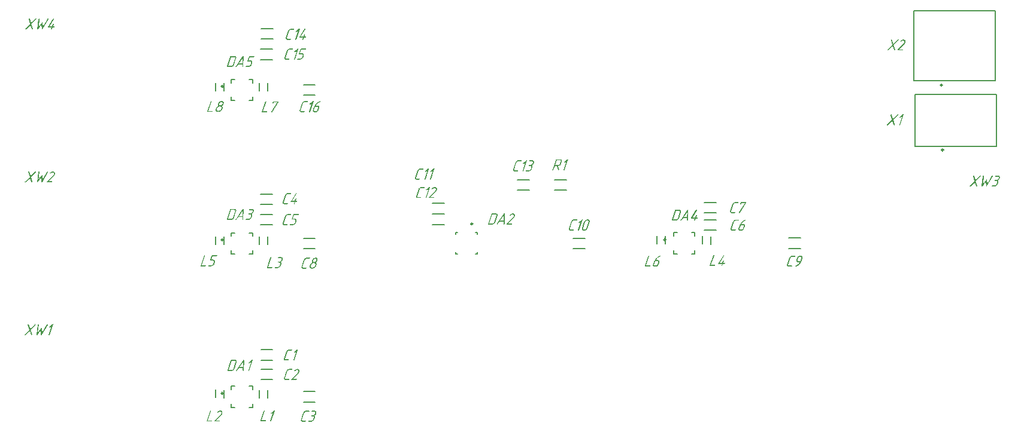
<source format=gto>
G04*
G04 #@! TF.GenerationSoftware,Altium Limited,Altium Designer,25.8.1 (18)*
G04*
G04 Layer_Color=65535*
%FSLAX44Y44*%
%MOMM*%
G71*
G04*
G04 #@! TF.SameCoordinates,7FA5C237-9263-4F39-8F52-594564EE4E54*
G04*
G04*
G04 #@! TF.FilePolarity,Positive*
G04*
G01*
G75*
%ADD10C,0.2500*%
%ADD11C,0.2000*%
G36*
X282309Y483147D02*
X282448Y483054D01*
X282518Y483008D01*
X282587Y482915D01*
X282610Y482869D01*
X282656Y482753D01*
X282680Y482591D01*
Y482499D01*
X282656Y482383D01*
X282633Y482337D01*
X282564Y482221D01*
X282448Y482059D01*
X282263Y481874D01*
X282240D01*
X282217Y481828D01*
X282078Y481758D01*
X281870Y481666D01*
X281731Y481643D01*
X281592Y481619D01*
X276131D01*
X274534Y476899D01*
X277034D01*
X277126Y476876D01*
X277265D01*
X277427Y476830D01*
X277774Y476760D01*
X278144Y476621D01*
X278538Y476413D01*
X278723Y476274D01*
X278908Y476135D01*
X279070Y475950D01*
X279232Y475742D01*
Y475719D01*
X279255Y475696D01*
X279301Y475626D01*
X279347Y475534D01*
X279440Y475302D01*
X279556Y474978D01*
X279625Y474562D01*
X279648Y474099D01*
Y473845D01*
X279602Y473567D01*
X279556Y473289D01*
X279463Y472989D01*
X278931Y471438D01*
Y471415D01*
X278908Y471369D01*
X278862Y471276D01*
X278815Y471160D01*
X278746Y471045D01*
X278676Y470883D01*
X278468Y470489D01*
X278167Y470073D01*
X277820Y469610D01*
X277358Y469147D01*
X277103Y468916D01*
X276825Y468685D01*
X276802Y468661D01*
X276756Y468638D01*
X276663Y468592D01*
X276571Y468499D01*
X276432Y468430D01*
X276270Y468337D01*
X275853Y468129D01*
X275391Y467921D01*
X274858Y467736D01*
X274303Y467597D01*
X274002Y467574D01*
X273701Y467551D01*
X270531D01*
X270392Y467574D01*
X270207Y467643D01*
X270069Y467759D01*
X270045Y467805D01*
X270022Y467921D01*
Y468083D01*
X270069Y468314D01*
Y468337D01*
X270092Y468361D01*
X270161Y468476D01*
X270254Y468661D01*
X270439Y468847D01*
X270462Y468870D01*
X270485Y468893D01*
X270647Y468985D01*
X270855Y469055D01*
X270971Y469101D01*
X274396D01*
X274581Y469147D01*
X274835Y469194D01*
X275113Y469263D01*
X275437Y469379D01*
X275761Y469541D01*
X276108Y469749D01*
X276154Y469772D01*
X276270Y469865D01*
X276409Y470027D01*
X276617Y470212D01*
X276825Y470466D01*
X277034Y470744D01*
X277219Y471068D01*
X277381Y471438D01*
X277913Y472989D01*
X277936Y473035D01*
X277959Y473150D01*
X277982Y473336D01*
X278029Y473567D01*
Y473821D01*
X278005Y474099D01*
X277936Y474377D01*
X277797Y474655D01*
X277774Y474678D01*
X277705Y474770D01*
X277612Y474886D01*
X277450Y475002D01*
X277265Y475140D01*
X277010Y475233D01*
X276710Y475326D01*
X276362Y475349D01*
X273216D01*
X273123Y475372D01*
X273007Y475395D01*
X272892Y475441D01*
X272776Y475534D01*
X272683Y475673D01*
Y475858D01*
Y475973D01*
X272730Y476112D01*
X274835Y482383D01*
X274858Y482406D01*
X274882Y482499D01*
X274974Y482638D01*
X275067Y482776D01*
X275229Y482915D01*
X275414Y483054D01*
X275622Y483147D01*
X275900Y483170D01*
X282171D01*
X282309Y483147D01*
D02*
G37*
G36*
X265117D02*
X265279Y483077D01*
X265418Y482962D01*
X265441Y482938D01*
X265487Y482823D01*
X265510Y482638D01*
Y482522D01*
X265464Y482383D01*
X260952Y469101D01*
X266482D01*
X266621Y469078D01*
X266760Y468985D01*
X266829Y468939D01*
X266898Y468847D01*
X266922Y468800D01*
X266968Y468685D01*
X266991Y468523D01*
Y468430D01*
X266968Y468314D01*
X266945Y468268D01*
X266875Y468152D01*
X266760Y467990D01*
X266574Y467805D01*
X266551D01*
X266528Y467759D01*
X266389Y467690D01*
X266181Y467597D01*
X266066Y467574D01*
X265927Y467551D01*
X259633D01*
X259540Y467574D01*
X259424Y467597D01*
X259309Y467643D01*
X259193Y467736D01*
X259124Y467875D01*
X259100Y468060D01*
Y468176D01*
X259147Y468314D01*
X263913Y482383D01*
Y482406D01*
X263937Y482429D01*
X264006Y482568D01*
X264145Y482753D01*
X264353Y482962D01*
X264376D01*
X264399Y482985D01*
X264538Y483077D01*
X264723Y483147D01*
X264955Y483170D01*
X265001D01*
X265117Y483147D01*
D02*
G37*
G36*
X331840Y548686D02*
X331978Y548663D01*
X332164Y548640D01*
X332534Y548571D01*
X332950Y548409D01*
X333367Y548200D01*
X333575Y548061D01*
X333760Y547900D01*
X333922Y547714D01*
X334061Y547506D01*
Y547483D01*
X334084Y547460D01*
X334107Y547390D01*
X334154Y547298D01*
X334223Y547066D01*
X334292Y546766D01*
X334339Y546372D01*
Y545910D01*
X334292Y545400D01*
X334223Y545123D01*
X334131Y544822D01*
X334107Y544776D01*
X334061Y544660D01*
X333992Y544475D01*
X333876Y544244D01*
X333737Y543966D01*
X333575Y543688D01*
X333367Y543364D01*
X333135Y543063D01*
X333112Y543040D01*
X333020Y542924D01*
X332881Y542786D01*
X332696Y542601D01*
X332464Y542369D01*
X332187Y542138D01*
X331863Y541883D01*
X331516Y541652D01*
X331539Y541629D01*
X331585Y541559D01*
X331678Y541444D01*
X331770Y541282D01*
X331886Y541096D01*
X331978Y540865D01*
X332071Y540611D01*
X332141Y540310D01*
Y540263D01*
X332164Y540171D01*
X332187Y540009D01*
Y539778D01*
Y539523D01*
X332141Y539222D01*
X332094Y538898D01*
X332002Y538551D01*
X331469Y537001D01*
Y536978D01*
X331446Y536931D01*
X331400Y536839D01*
X331354Y536723D01*
X331284Y536608D01*
X331215Y536446D01*
X331007Y536052D01*
X330706Y535636D01*
X330359Y535173D01*
X329896Y534710D01*
X329641Y534479D01*
X329364Y534247D01*
X329341Y534224D01*
X329294Y534201D01*
X329202Y534155D01*
X329109Y534062D01*
X328970Y533993D01*
X328808Y533900D01*
X328392Y533692D01*
X327929Y533484D01*
X327397Y533298D01*
X326842Y533160D01*
X326541Y533137D01*
X326240Y533113D01*
X323070D01*
X322931Y533137D01*
X322746Y533206D01*
X322607Y533322D01*
Y533345D01*
X322584Y533368D01*
X322561Y533484D01*
Y533669D01*
X322607Y533877D01*
Y533900D01*
X322630Y533923D01*
X322700Y534039D01*
X322792Y534201D01*
X322977Y534386D01*
X323000Y534409D01*
X323024Y534432D01*
X323162Y534525D01*
X323371Y534618D01*
X323509Y534664D01*
X326934D01*
X327119Y534710D01*
X327374Y534756D01*
X327651Y534826D01*
X327975Y534941D01*
X328299Y535103D01*
X328646Y535335D01*
X328693Y535358D01*
X328808Y535451D01*
X328947Y535612D01*
X329156Y535798D01*
X329364Y536052D01*
X329572Y536330D01*
X329757Y536654D01*
X329919Y537001D01*
X330451Y538551D01*
X330474Y538597D01*
X330498Y538713D01*
X330521Y538898D01*
X330567Y539130D01*
Y539384D01*
X330544Y539662D01*
X330474Y539939D01*
X330336Y540217D01*
X330312Y540240D01*
X330243Y540333D01*
X330150Y540449D01*
X329989Y540564D01*
X329803Y540703D01*
X329549Y540796D01*
X329248Y540888D01*
X328901Y540911D01*
X327281D01*
X327142Y540934D01*
X326957Y541004D01*
X326818Y541120D01*
Y541143D01*
X326795Y541166D01*
X326772Y541282D01*
Y541467D01*
X326818Y541675D01*
Y541698D01*
X326842Y541721D01*
X326911Y541837D01*
X327004Y541999D01*
X327189Y542184D01*
X327212Y542207D01*
X327235Y542230D01*
X327374Y542323D01*
X327582Y542416D01*
X327721Y542462D01*
X329456D01*
X329595Y542485D01*
X329780Y542508D01*
X330058Y542554D01*
X330359Y542647D01*
X330683Y542786D01*
X331030Y542948D01*
X331377Y543202D01*
X331423Y543225D01*
X331516Y543318D01*
X331655Y543457D01*
X331816Y543665D01*
X332002Y543896D01*
X332187Y544174D01*
X332372Y544498D01*
X332511Y544845D01*
X332534Y544891D01*
X332557Y545007D01*
X332603Y545169D01*
X332626Y545400D01*
X332650Y545655D01*
Y545910D01*
X332603Y546187D01*
X332511Y546442D01*
X332488Y546465D01*
X332441Y546557D01*
X332326Y546673D01*
X332187Y546812D01*
X331978Y546928D01*
X331701Y547043D01*
X331400Y547136D01*
X331007Y547159D01*
X327837D01*
X327698Y547182D01*
X327536Y547252D01*
X327397Y547367D01*
X327374Y547414D01*
X327351Y547529D01*
X327327Y547691D01*
X327351Y547807D01*
X327374Y547923D01*
Y547946D01*
X327397Y547969D01*
X327466Y548085D01*
X327559Y548270D01*
X327744Y548455D01*
X327767Y548478D01*
X327790Y548501D01*
X327952Y548594D01*
X328161Y548663D01*
X328276Y548709D01*
X331724D01*
X331840Y548686D01*
D02*
G37*
G36*
X319460Y548848D02*
X319553Y548779D01*
X319645Y548709D01*
X319738Y548594D01*
X319784Y548432D01*
X319807Y548200D01*
X319715Y534132D01*
X319668Y533854D01*
Y533831D01*
X319645Y533808D01*
X319576Y533669D01*
X319437Y533507D01*
X319344Y533414D01*
X319229Y533322D01*
X319206D01*
X319182Y533298D01*
X319020Y533229D01*
X318835Y533137D01*
X318604Y533113D01*
X318511D01*
X318419Y533137D01*
X318280Y533183D01*
X318257Y533206D01*
X318187Y533275D01*
X318164Y533322D01*
X318118Y533414D01*
X318095Y533507D01*
X318072Y533646D01*
X318095Y537024D01*
X312426D01*
X310158Y533646D01*
X310135Y533599D01*
X310042Y533507D01*
X309904Y533368D01*
X309741Y533229D01*
X309718Y533206D01*
X309626Y533183D01*
X309464Y533137D01*
X309279Y533113D01*
X309233D01*
X309094Y533137D01*
X308932Y533206D01*
X308793Y533322D01*
X308770Y533368D01*
X308723Y533461D01*
X308677Y533646D01*
X308700Y533738D01*
X308723Y533854D01*
X308862Y534132D01*
X318349Y548200D01*
X318372Y548223D01*
X318419Y548316D01*
X318511Y548409D01*
X318650Y548547D01*
X318789Y548663D01*
X318951Y548779D01*
X319113Y548848D01*
X319298Y548871D01*
X319368D01*
X319460Y548848D01*
D02*
G37*
G36*
X307636Y548709D02*
X307867Y548686D01*
X308145Y548617D01*
X308469Y548501D01*
X308770Y548339D01*
X309070Y548108D01*
X309325Y547807D01*
X309348Y547761D01*
X309418Y547645D01*
X309487Y547437D01*
X309580Y547182D01*
X309626Y546858D01*
X309649Y546488D01*
X309603Y546072D01*
X309556Y545840D01*
X309487Y545609D01*
X306294Y536237D01*
Y536214D01*
X306271Y536191D01*
X306248Y536121D01*
X306201Y536029D01*
X306085Y535774D01*
X305924Y535474D01*
X305715Y535126D01*
X305415Y534756D01*
X305067Y534386D01*
X304628Y534016D01*
X304605D01*
X304582Y533970D01*
X304512Y533923D01*
X304419Y533877D01*
X304165Y533738D01*
X303864Y533576D01*
X303471Y533391D01*
X303054Y533252D01*
X302591Y533160D01*
X302129Y533113D01*
X296621D01*
X296529Y533137D01*
X296413Y533160D01*
X296298Y533206D01*
X296182Y533298D01*
X296112Y533437D01*
X296089Y533623D01*
Y533738D01*
X296136Y533877D01*
X300902Y547946D01*
X300925Y547969D01*
X300949Y548061D01*
X301041Y548200D01*
X301134Y548339D01*
X301296Y548478D01*
X301481Y548617D01*
X301689Y548709D01*
X301967Y548732D01*
X307543D01*
X307636Y548709D01*
D02*
G37*
G36*
X1361762Y596050D02*
X1361901Y595958D01*
X1361994Y595912D01*
X1362063Y595819D01*
X1362086Y595773D01*
X1362132Y595657D01*
X1362156Y595495D01*
X1362132Y595379D01*
X1362109Y595264D01*
X1362086Y595241D01*
X1362040Y595148D01*
X1361971Y595009D01*
X1361832Y594824D01*
X1355191Y588252D01*
X1357366Y581658D01*
X1357389Y581426D01*
X1357343Y581218D01*
Y581195D01*
X1357319Y581172D01*
X1357250Y581033D01*
X1357134Y580871D01*
X1356926Y580686D01*
X1356903D01*
X1356880Y580640D01*
X1356810Y580616D01*
X1356718Y580570D01*
X1356510Y580501D01*
X1356255Y580454D01*
X1356186D01*
X1356047Y580501D01*
X1355977Y580547D01*
X1355885Y580593D01*
X1355815Y580686D01*
X1355746Y580802D01*
X1353756Y586841D01*
X1347670Y580802D01*
X1347647Y580778D01*
X1347578Y580709D01*
X1347462Y580616D01*
X1347277Y580524D01*
X1346907Y580454D01*
X1346860D01*
X1346768Y580478D01*
X1346606Y580547D01*
X1346444Y580686D01*
X1346421Y580732D01*
X1346375Y580848D01*
X1346328Y581010D01*
X1346351Y581125D01*
X1346375Y581241D01*
X1346398Y581264D01*
X1346444Y581357D01*
X1346513Y581496D01*
X1346652Y581658D01*
X1353293Y588252D01*
X1351118Y594847D01*
X1351072Y595079D01*
X1351141Y595287D01*
Y595310D01*
X1351164Y595333D01*
X1351234Y595472D01*
X1351373Y595634D01*
X1351581Y595819D01*
X1351604Y595842D01*
X1351627Y595865D01*
X1351697Y595912D01*
X1351789Y595958D01*
X1351997Y596027D01*
X1352113Y596074D01*
X1352321D01*
X1352460Y596027D01*
X1352530Y595981D01*
X1352622Y595912D01*
X1352692Y595819D01*
X1352738Y595703D01*
X1354728Y589664D01*
X1360813Y595727D01*
X1360837Y595750D01*
X1360929Y595819D01*
X1361045Y595912D01*
X1361184Y596004D01*
X1361369Y596074D01*
X1361623D01*
X1361762Y596050D01*
D02*
G37*
G36*
X1378885D02*
X1379047Y595981D01*
X1379186Y595842D01*
X1379209Y595796D01*
X1379256Y595703D01*
X1379302Y595518D01*
X1379279Y595402D01*
X1379256Y595287D01*
X1379186Y595102D01*
X1371272Y581056D01*
X1371249Y581010D01*
X1371180Y580917D01*
X1371064Y580755D01*
X1370879Y580616D01*
X1370856D01*
X1370833Y580593D01*
X1370717Y580547D01*
X1370532Y580478D01*
X1370324Y580454D01*
X1370231D01*
X1370162Y580478D01*
X1370046Y580524D01*
X1369953Y580570D01*
X1369861Y580663D01*
X1369792Y580802D01*
X1369745Y580964D01*
X1369606Y587558D01*
X1364979Y580964D01*
X1364955Y580940D01*
X1364863Y580848D01*
X1364724Y580709D01*
X1364539Y580570D01*
X1364493Y580547D01*
X1364400Y580524D01*
X1364238Y580478D01*
X1364076Y580454D01*
X1363984D01*
X1363891Y580478D01*
X1363775Y580524D01*
X1363683Y580593D01*
X1363590Y580709D01*
X1363521Y580848D01*
Y581056D01*
X1365164Y595102D01*
X1365210Y595310D01*
Y595333D01*
X1365233Y595356D01*
X1365302Y595472D01*
X1365418Y595634D01*
X1365627Y595819D01*
X1365650Y595842D01*
X1365673Y595865D01*
X1365835Y595958D01*
X1366043Y596027D01*
X1366159Y596074D01*
X1366321D01*
X1366413Y596050D01*
X1366529Y596027D01*
X1366645Y595935D01*
X1366668Y595912D01*
X1366714Y595819D01*
X1366783Y595680D01*
X1366807Y595449D01*
X1365488Y584041D01*
X1369722Y590080D01*
X1369745Y590104D01*
X1369792Y590173D01*
X1369884Y590289D01*
X1370023Y590404D01*
X1370162Y590520D01*
X1370324Y590636D01*
X1370486Y590705D01*
X1370671Y590728D01*
X1370740D01*
X1370833Y590705D01*
X1370925Y590659D01*
X1371018Y590566D01*
X1371111Y590451D01*
X1371157Y590289D01*
X1371203Y590080D01*
X1371342Y584041D01*
X1377775Y595449D01*
X1377798Y595472D01*
X1377844Y595541D01*
X1377914Y595657D01*
X1378006Y595773D01*
X1378145Y595865D01*
X1378307Y595981D01*
X1378492Y596050D01*
X1378700Y596074D01*
X1378746D01*
X1378885Y596050D01*
D02*
G37*
G36*
X1386753Y596027D02*
X1386892Y596004D01*
X1387077Y595981D01*
X1387447Y595912D01*
X1387863Y595750D01*
X1388280Y595541D01*
X1388488Y595402D01*
X1388673Y595241D01*
X1388835Y595055D01*
X1388974Y594847D01*
Y594824D01*
X1388997Y594801D01*
X1389020Y594731D01*
X1389067Y594639D01*
X1389136Y594408D01*
X1389205Y594107D01*
X1389252Y593713D01*
Y593251D01*
X1389205Y592742D01*
X1389136Y592464D01*
X1389044Y592163D01*
X1389020Y592117D01*
X1388974Y592001D01*
X1388905Y591816D01*
X1388789Y591585D01*
X1388650Y591307D01*
X1388488Y591029D01*
X1388280Y590705D01*
X1388049Y590404D01*
X1388025Y590381D01*
X1387933Y590266D01*
X1387794Y590127D01*
X1387609Y589942D01*
X1387377Y589710D01*
X1387100Y589479D01*
X1386776Y589224D01*
X1386429Y588993D01*
X1386452Y588970D01*
X1386498Y588900D01*
X1386591Y588785D01*
X1386683Y588623D01*
X1386799Y588438D01*
X1386892Y588206D01*
X1386984Y587952D01*
X1387054Y587651D01*
Y587604D01*
X1387077Y587512D01*
X1387100Y587350D01*
Y587119D01*
Y586864D01*
X1387054Y586563D01*
X1387007Y586239D01*
X1386915Y585892D01*
X1386382Y584342D01*
Y584319D01*
X1386359Y584272D01*
X1386313Y584180D01*
X1386267Y584064D01*
X1386197Y583949D01*
X1386128Y583787D01*
X1385920Y583393D01*
X1385619Y582977D01*
X1385272Y582514D01*
X1384809Y582051D01*
X1384554Y581820D01*
X1384277Y581588D01*
X1384254Y581565D01*
X1384207Y581542D01*
X1384115Y581496D01*
X1384022Y581403D01*
X1383884Y581334D01*
X1383721Y581241D01*
X1383305Y581033D01*
X1382842Y580825D01*
X1382310Y580640D01*
X1381755Y580501D01*
X1381454Y580478D01*
X1381153Y580454D01*
X1377983D01*
X1377844Y580478D01*
X1377659Y580547D01*
X1377520Y580663D01*
Y580686D01*
X1377497Y580709D01*
X1377474Y580825D01*
Y581010D01*
X1377520Y581218D01*
Y581241D01*
X1377543Y581264D01*
X1377613Y581380D01*
X1377705Y581542D01*
X1377890Y581727D01*
X1377914Y581750D01*
X1377937Y581773D01*
X1378076Y581866D01*
X1378284Y581959D01*
X1378423Y582005D01*
X1381847D01*
X1382032Y582051D01*
X1382287Y582097D01*
X1382565Y582167D01*
X1382888Y582282D01*
X1383212Y582444D01*
X1383560Y582676D01*
X1383606Y582699D01*
X1383721Y582791D01*
X1383860Y582953D01*
X1384069Y583139D01*
X1384277Y583393D01*
X1384485Y583671D01*
X1384670Y583995D01*
X1384832Y584342D01*
X1385364Y585892D01*
X1385388Y585938D01*
X1385411Y586054D01*
X1385434Y586239D01*
X1385480Y586471D01*
Y586725D01*
X1385457Y587003D01*
X1385388Y587281D01*
X1385249Y587558D01*
X1385226Y587581D01*
X1385156Y587674D01*
X1385064Y587790D01*
X1384902Y587905D01*
X1384716Y588044D01*
X1384462Y588137D01*
X1384161Y588229D01*
X1383814Y588252D01*
X1382194D01*
X1382056Y588276D01*
X1381870Y588345D01*
X1381732Y588461D01*
Y588484D01*
X1381708Y588507D01*
X1381685Y588623D01*
Y588808D01*
X1381732Y589016D01*
Y589039D01*
X1381755Y589062D01*
X1381824Y589178D01*
X1381917Y589340D01*
X1382102Y589525D01*
X1382125Y589548D01*
X1382148Y589571D01*
X1382287Y589664D01*
X1382495Y589757D01*
X1382634Y589803D01*
X1384369D01*
X1384508Y589826D01*
X1384693Y589849D01*
X1384971Y589895D01*
X1385272Y589988D01*
X1385596Y590127D01*
X1385943Y590289D01*
X1386290Y590543D01*
X1386336Y590566D01*
X1386429Y590659D01*
X1386568Y590798D01*
X1386730Y591006D01*
X1386915Y591237D01*
X1387100Y591515D01*
X1387285Y591839D01*
X1387424Y592186D01*
X1387447Y592232D01*
X1387470Y592348D01*
X1387516Y592510D01*
X1387540Y592742D01*
X1387563Y592996D01*
Y593251D01*
X1387516Y593528D01*
X1387424Y593783D01*
X1387401Y593806D01*
X1387354Y593899D01*
X1387239Y594014D01*
X1387100Y594153D01*
X1386892Y594269D01*
X1386614Y594384D01*
X1386313Y594477D01*
X1385920Y594500D01*
X1382750D01*
X1382611Y594523D01*
X1382449Y594593D01*
X1382310Y594708D01*
X1382287Y594755D01*
X1382264Y594870D01*
X1382241Y595032D01*
X1382264Y595148D01*
X1382287Y595264D01*
Y595287D01*
X1382310Y595310D01*
X1382379Y595426D01*
X1382472Y595611D01*
X1382657Y595796D01*
X1382680Y595819D01*
X1382703Y595842D01*
X1382865Y595935D01*
X1383074Y596004D01*
X1383189Y596050D01*
X1386637D01*
X1386753Y596027D01*
D02*
G37*
G36*
X26578Y818554D02*
X26717Y818462D01*
X26809Y818416D01*
X26879Y818323D01*
X26902Y818277D01*
X26948Y818161D01*
X26971Y817999D01*
X26948Y817883D01*
X26925Y817768D01*
X26902Y817745D01*
X26855Y817652D01*
X26786Y817513D01*
X26647Y817328D01*
X20006Y810756D01*
X22181Y804162D01*
X22204Y803930D01*
X22158Y803722D01*
Y803699D01*
X22135Y803676D01*
X22066Y803537D01*
X21950Y803375D01*
X21742Y803190D01*
X21718D01*
X21695Y803144D01*
X21626Y803120D01*
X21533Y803074D01*
X21325Y803005D01*
X21071Y802959D01*
X21001D01*
X20862Y803005D01*
X20793Y803051D01*
X20700Y803097D01*
X20631Y803190D01*
X20562Y803306D01*
X18572Y809345D01*
X12486Y803306D01*
X12463Y803282D01*
X12393Y803213D01*
X12278Y803120D01*
X12093Y803028D01*
X11722Y802959D01*
X11676D01*
X11583Y802982D01*
X11422Y803051D01*
X11259Y803190D01*
X11236Y803236D01*
X11190Y803352D01*
X11144Y803514D01*
X11167Y803630D01*
X11190Y803745D01*
X11213Y803768D01*
X11259Y803861D01*
X11329Y804000D01*
X11468Y804162D01*
X18109Y810756D01*
X15934Y817351D01*
X15887Y817583D01*
X15957Y817791D01*
Y817814D01*
X15980Y817837D01*
X16049Y817976D01*
X16188Y818138D01*
X16396Y818323D01*
X16420Y818346D01*
X16443Y818369D01*
X16512Y818416D01*
X16605Y818462D01*
X16813Y818531D01*
X16929Y818578D01*
X17137D01*
X17276Y818531D01*
X17345Y818485D01*
X17438Y818416D01*
X17507Y818323D01*
X17553Y818207D01*
X19543Y812168D01*
X25629Y818231D01*
X25652Y818254D01*
X25745Y818323D01*
X25861Y818416D01*
X25999Y818508D01*
X26184Y818578D01*
X26439D01*
X26578Y818554D01*
D02*
G37*
G36*
X43701D02*
X43863Y818485D01*
X44002Y818346D01*
X44025Y818300D01*
X44071Y818207D01*
X44117Y818022D01*
X44094Y817906D01*
X44071Y817791D01*
X44002Y817606D01*
X36088Y803560D01*
X36065Y803514D01*
X35996Y803421D01*
X35880Y803259D01*
X35695Y803120D01*
X35672D01*
X35649Y803097D01*
X35533Y803051D01*
X35348Y802982D01*
X35139Y802959D01*
X35047D01*
X34977Y802982D01*
X34862Y803028D01*
X34769Y803074D01*
X34677Y803167D01*
X34607Y803306D01*
X34561Y803467D01*
X34422Y810062D01*
X29794Y803467D01*
X29771Y803444D01*
X29678Y803352D01*
X29540Y803213D01*
X29355Y803074D01*
X29308Y803051D01*
X29216Y803028D01*
X29054Y802982D01*
X28892Y802959D01*
X28799D01*
X28707Y802982D01*
X28591Y803028D01*
X28498Y803097D01*
X28406Y803213D01*
X28336Y803352D01*
Y803560D01*
X29979Y817606D01*
X30026Y817814D01*
Y817837D01*
X30049Y817860D01*
X30118Y817976D01*
X30234Y818138D01*
X30442Y818323D01*
X30465Y818346D01*
X30488Y818369D01*
X30650Y818462D01*
X30859Y818531D01*
X30974Y818578D01*
X31136D01*
X31229Y818554D01*
X31344Y818531D01*
X31460Y818439D01*
X31483Y818416D01*
X31530Y818323D01*
X31599Y818184D01*
X31622Y817953D01*
X30303Y806545D01*
X34538Y812585D01*
X34561Y812608D01*
X34607Y812677D01*
X34700Y812793D01*
X34839Y812908D01*
X34977Y813024D01*
X35139Y813140D01*
X35301Y813209D01*
X35487Y813232D01*
X35556D01*
X35649Y813209D01*
X35741Y813163D01*
X35834Y813070D01*
X35926Y812955D01*
X35972Y812793D01*
X36019Y812585D01*
X36158Y806545D01*
X42590Y817953D01*
X42613Y817976D01*
X42660Y818045D01*
X42729Y818161D01*
X42822Y818277D01*
X42961Y818369D01*
X43123Y818485D01*
X43308Y818554D01*
X43516Y818578D01*
X43562D01*
X43701Y818554D01*
D02*
G37*
G36*
X51522D02*
X51684Y818485D01*
X51823Y818346D01*
X51846Y818300D01*
X51892Y818207D01*
X51915Y818022D01*
X51892Y817906D01*
X51869Y817791D01*
X51777Y817559D01*
X45529Y807609D01*
X49208D01*
X49995Y809947D01*
Y809970D01*
X50018Y809993D01*
X50087Y810132D01*
X50226Y810317D01*
X50434Y810525D01*
X50458D01*
X50481Y810548D01*
X50620Y810641D01*
X50805Y810710D01*
X51036Y810733D01*
X51082D01*
X51198Y810710D01*
X51360Y810641D01*
X51499Y810525D01*
X51522Y810502D01*
X51568Y810386D01*
X51592Y810201D01*
Y810085D01*
X51545Y809947D01*
X50759Y807609D01*
X52355D01*
X52494Y807586D01*
X52633Y807494D01*
X52702Y807448D01*
X52772Y807355D01*
X52795Y807309D01*
X52841Y807193D01*
X52864Y807031D01*
Y806938D01*
X52841Y806823D01*
X52818Y806777D01*
X52748Y806661D01*
X52633Y806499D01*
X52448Y806314D01*
X52425D01*
X52401Y806267D01*
X52263Y806198D01*
X52054Y806105D01*
X51939Y806082D01*
X51800Y806059D01*
X50226D01*
X49440Y803722D01*
Y803699D01*
X49416Y803653D01*
X49347Y803514D01*
X49208Y803329D01*
X49023Y803144D01*
X49000D01*
X48977Y803120D01*
X48838Y803051D01*
X48653Y802982D01*
X48398Y802959D01*
X48352D01*
X48236Y802982D01*
X48074Y803028D01*
X47912Y803144D01*
X47889Y803190D01*
X47843Y803282D01*
Y803467D01*
Y803583D01*
X47889Y803722D01*
X48676Y806059D01*
X43863D01*
X43724Y806082D01*
X43608Y806129D01*
X43470Y806221D01*
X43377Y806314D01*
X43354Y806476D01*
Y806568D01*
X43377Y806684D01*
X43470Y806869D01*
X43585Y807054D01*
X50411Y817999D01*
X50434Y818045D01*
X50527Y818138D01*
X50666Y818277D01*
X50828Y818416D01*
X51013Y818508D01*
X51036Y818531D01*
X51106Y818554D01*
X51198Y818578D01*
X51383D01*
X51522Y818554D01*
D02*
G37*
G36*
X26034Y601892D02*
X26173Y601800D01*
X26265Y601754D01*
X26335Y601661D01*
X26358Y601615D01*
X26404Y601499D01*
X26427Y601337D01*
X26404Y601221D01*
X26381Y601106D01*
X26358Y601082D01*
X26312Y600990D01*
X26242Y600851D01*
X26103Y600666D01*
X19462Y594094D01*
X21637Y587500D01*
X21661Y587268D01*
X21614Y587060D01*
Y587037D01*
X21591Y587014D01*
X21522Y586875D01*
X21406Y586713D01*
X21198Y586528D01*
X21175D01*
X21152Y586482D01*
X21082Y586458D01*
X20990Y586412D01*
X20781Y586343D01*
X20527Y586297D01*
X20457D01*
X20319Y586343D01*
X20249Y586389D01*
X20157Y586435D01*
X20087Y586528D01*
X20018Y586644D01*
X18028Y592683D01*
X11942Y586644D01*
X11919Y586620D01*
X11850Y586551D01*
X11734Y586458D01*
X11549Y586366D01*
X11178Y586297D01*
X11132D01*
X11040Y586320D01*
X10878Y586389D01*
X10716Y586528D01*
X10693Y586574D01*
X10646Y586690D01*
X10600Y586852D01*
X10623Y586968D01*
X10646Y587083D01*
X10669Y587106D01*
X10716Y587199D01*
X10785Y587338D01*
X10924Y587500D01*
X17565Y594094D01*
X15390Y600689D01*
X15344Y600921D01*
X15413Y601129D01*
Y601152D01*
X15436Y601175D01*
X15506Y601314D01*
X15644Y601476D01*
X15853Y601661D01*
X15876Y601684D01*
X15899Y601707D01*
X15968Y601754D01*
X16061Y601800D01*
X16269Y601869D01*
X16385Y601916D01*
X16593D01*
X16732Y601869D01*
X16801Y601823D01*
X16894Y601754D01*
X16963Y601661D01*
X17010Y601545D01*
X19000Y595506D01*
X25085Y601568D01*
X25108Y601592D01*
X25201Y601661D01*
X25317Y601754D01*
X25456Y601846D01*
X25641Y601916D01*
X25895D01*
X26034Y601892D01*
D02*
G37*
G36*
X43157D02*
X43319Y601823D01*
X43458Y601684D01*
X43481Y601638D01*
X43527Y601545D01*
X43574Y601360D01*
X43551Y601245D01*
X43527Y601129D01*
X43458Y600944D01*
X35544Y586898D01*
X35521Y586852D01*
X35452Y586759D01*
X35336Y586597D01*
X35151Y586458D01*
X35128D01*
X35105Y586435D01*
X34989Y586389D01*
X34804Y586320D01*
X34596Y586297D01*
X34503D01*
X34434Y586320D01*
X34318Y586366D01*
X34225Y586412D01*
X34133Y586505D01*
X34063Y586644D01*
X34017Y586805D01*
X33878Y593400D01*
X29250Y586805D01*
X29227Y586782D01*
X29135Y586690D01*
X28996Y586551D01*
X28811Y586412D01*
X28765Y586389D01*
X28672Y586366D01*
X28510Y586320D01*
X28348Y586297D01*
X28255D01*
X28163Y586320D01*
X28047Y586366D01*
X27955Y586435D01*
X27862Y586551D01*
X27793Y586690D01*
Y586898D01*
X29436Y600944D01*
X29482Y601152D01*
Y601175D01*
X29505Y601198D01*
X29574Y601314D01*
X29690Y601476D01*
X29898Y601661D01*
X29922Y601684D01*
X29945Y601707D01*
X30107Y601800D01*
X30315Y601869D01*
X30431Y601916D01*
X30593D01*
X30685Y601892D01*
X30801Y601869D01*
X30916Y601777D01*
X30940Y601754D01*
X30986Y601661D01*
X31055Y601522D01*
X31078Y601291D01*
X29760Y589883D01*
X33994Y595923D01*
X34017Y595946D01*
X34063Y596015D01*
X34156Y596131D01*
X34295Y596246D01*
X34434Y596362D01*
X34596Y596478D01*
X34758Y596547D01*
X34943Y596570D01*
X35012D01*
X35105Y596547D01*
X35197Y596501D01*
X35290Y596408D01*
X35382Y596293D01*
X35429Y596131D01*
X35475Y595923D01*
X35614Y589883D01*
X42046Y601291D01*
X42070Y601314D01*
X42116Y601383D01*
X42185Y601499D01*
X42278Y601615D01*
X42417Y601707D01*
X42579Y601823D01*
X42764Y601892D01*
X42972Y601916D01*
X43018D01*
X43157Y601892D01*
D02*
G37*
G36*
X50562D02*
X50701Y601869D01*
X50886Y601846D01*
X51279Y601754D01*
X51719Y601615D01*
X52158Y601407D01*
X52367Y601268D01*
X52575Y601106D01*
X52760Y600897D01*
X52922Y600689D01*
Y600666D01*
X52968Y600643D01*
X52991Y600574D01*
X53038Y600481D01*
X53107Y600365D01*
X53153Y600226D01*
X53292Y599879D01*
X53362Y599463D01*
X53408Y598954D01*
Y598699D01*
X53362Y598398D01*
X53315Y598098D01*
X53223Y597797D01*
X53200Y597751D01*
X53153Y597635D01*
X53084Y597450D01*
X52968Y597195D01*
X52806Y596917D01*
X52598Y596594D01*
X52367Y596246D01*
X52066Y595876D01*
X44291Y587847D01*
X49173D01*
X49312Y587824D01*
X49451Y587731D01*
X49521Y587685D01*
X49590Y587592D01*
X49613Y587546D01*
X49659Y587430D01*
X49682Y587268D01*
Y587176D01*
X49659Y587060D01*
X49636Y587014D01*
X49567Y586898D01*
X49451Y586736D01*
X49266Y586551D01*
X49243D01*
X49220Y586505D01*
X49081Y586435D01*
X48873Y586343D01*
X48757Y586320D01*
X48618Y586297D01*
X42232D01*
X42116Y586320D01*
X41977Y586366D01*
X41838Y586458D01*
X41746Y586551D01*
X41699Y586713D01*
Y586805D01*
X41722Y586921D01*
X41746Y586968D01*
X41815Y587083D01*
X41931Y587268D01*
X42116Y587500D01*
X51001Y596686D01*
X51025Y596709D01*
X51071Y596802D01*
X51163Y596917D01*
X51279Y597079D01*
X51395Y597241D01*
X51511Y597450D01*
X51603Y597658D01*
X51696Y597866D01*
Y597889D01*
X51719Y597912D01*
X51742Y598028D01*
X51765Y598213D01*
X51788Y598468D01*
Y598722D01*
X51742Y599023D01*
X51649Y599324D01*
X51487Y599602D01*
Y599625D01*
X51441Y599671D01*
X51325Y599810D01*
X51117Y599972D01*
X50816Y600157D01*
X50793D01*
X50747Y600180D01*
X50654Y600226D01*
X50539Y600273D01*
X50400Y600296D01*
X50238Y600342D01*
X49844Y600365D01*
X49752D01*
X49613Y600342D01*
X49474Y600319D01*
X49266Y600296D01*
X49058Y600226D01*
X48826Y600157D01*
X48595Y600041D01*
X48572Y600018D01*
X48479Y599972D01*
X48364Y599902D01*
X48202Y599810D01*
X48017Y599671D01*
X47808Y599509D01*
X47392Y599139D01*
X47369Y599116D01*
X47299Y599046D01*
X47160Y598954D01*
X46998Y598861D01*
X46628Y598792D01*
X46582D01*
X46466Y598815D01*
X46304Y598884D01*
X46142Y599000D01*
X46119Y599046D01*
X46073Y599162D01*
X46050Y599324D01*
Y599440D01*
X46073Y599555D01*
X46096Y599579D01*
X46142Y599671D01*
X46235Y599810D01*
X46374Y599995D01*
X46420Y600041D01*
X46512Y600134D01*
X46698Y600296D01*
X46906Y600481D01*
X47183Y600689D01*
X47507Y600921D01*
X47878Y601152D01*
X48271Y601360D01*
X48294Y601383D01*
X48364Y601407D01*
X48456Y601453D01*
X48595Y601499D01*
X48757Y601568D01*
X48942Y601638D01*
X49312Y601754D01*
X49335D01*
X49405Y601777D01*
X49497Y601800D01*
X49613Y601846D01*
X49937Y601892D01*
X50261Y601916D01*
X50446D01*
X50562Y601892D01*
D02*
G37*
G36*
X25505Y385427D02*
X25644Y385334D01*
X25736Y385288D01*
X25806Y385195D01*
X25829Y385149D01*
X25875Y385033D01*
X25898Y384871D01*
X25875Y384756D01*
X25852Y384640D01*
X25829Y384617D01*
X25783Y384524D01*
X25713Y384385D01*
X25574Y384200D01*
X18933Y377629D01*
X21109Y371034D01*
X21132Y370802D01*
X21085Y370594D01*
Y370571D01*
X21062Y370548D01*
X20993Y370409D01*
X20877Y370247D01*
X20669Y370062D01*
X20646D01*
X20623Y370016D01*
X20553Y369993D01*
X20461Y369946D01*
X20252Y369877D01*
X19998Y369831D01*
X19928D01*
X19790Y369877D01*
X19720Y369923D01*
X19628Y369969D01*
X19558Y370062D01*
X19489Y370178D01*
X17499Y376217D01*
X11413Y370178D01*
X11390Y370155D01*
X11321Y370085D01*
X11205Y369993D01*
X11020Y369900D01*
X10649Y369831D01*
X10603D01*
X10511Y369854D01*
X10349Y369923D01*
X10187Y370062D01*
X10164Y370108D01*
X10117Y370224D01*
X10071Y370386D01*
X10094Y370502D01*
X10117Y370617D01*
X10141Y370640D01*
X10187Y370733D01*
X10256Y370872D01*
X10395Y371034D01*
X17036Y377629D01*
X14861Y384223D01*
X14815Y384455D01*
X14884Y384663D01*
Y384686D01*
X14907Y384709D01*
X14977Y384848D01*
X15115Y385010D01*
X15324Y385195D01*
X15347Y385218D01*
X15370Y385241D01*
X15439Y385288D01*
X15532Y385334D01*
X15740Y385403D01*
X15856Y385450D01*
X16064D01*
X16203Y385403D01*
X16272Y385357D01*
X16365Y385288D01*
X16434Y385195D01*
X16481Y385079D01*
X18471Y379040D01*
X24556Y385103D01*
X24580Y385126D01*
X24672Y385195D01*
X24788Y385288D01*
X24927Y385380D01*
X25112Y385450D01*
X25366D01*
X25505Y385427D01*
D02*
G37*
G36*
X42628D02*
X42790Y385357D01*
X42929Y385218D01*
X42952Y385172D01*
X42998Y385079D01*
X43045Y384894D01*
X43022Y384779D01*
X42998Y384663D01*
X42929Y384478D01*
X35015Y370432D01*
X34992Y370386D01*
X34923Y370293D01*
X34807Y370131D01*
X34622Y369993D01*
X34599D01*
X34576Y369969D01*
X34460Y369923D01*
X34275Y369854D01*
X34067Y369831D01*
X33974D01*
X33905Y369854D01*
X33789Y369900D01*
X33696Y369946D01*
X33604Y370039D01*
X33534Y370178D01*
X33488Y370340D01*
X33349Y376934D01*
X28721Y370340D01*
X28698Y370317D01*
X28606Y370224D01*
X28467Y370085D01*
X28282Y369946D01*
X28235Y369923D01*
X28143Y369900D01*
X27981Y369854D01*
X27819Y369831D01*
X27726D01*
X27634Y369854D01*
X27518Y369900D01*
X27426Y369969D01*
X27333Y370085D01*
X27264Y370224D01*
Y370432D01*
X28907Y384478D01*
X28953Y384686D01*
Y384709D01*
X28976Y384732D01*
X29045Y384848D01*
X29161Y385010D01*
X29369Y385195D01*
X29392Y385218D01*
X29416Y385241D01*
X29578Y385334D01*
X29786Y385403D01*
X29901Y385450D01*
X30064D01*
X30156Y385427D01*
X30272Y385403D01*
X30387Y385311D01*
X30411Y385288D01*
X30457Y385195D01*
X30526Y385056D01*
X30549Y384825D01*
X29230Y373417D01*
X33465Y379457D01*
X33488Y379480D01*
X33534Y379549D01*
X33627Y379665D01*
X33766Y379781D01*
X33905Y379896D01*
X34067Y380012D01*
X34229Y380081D01*
X34414Y380104D01*
X34483D01*
X34576Y380081D01*
X34668Y380035D01*
X34761Y379943D01*
X34853Y379827D01*
X34900Y379665D01*
X34946Y379457D01*
X35085Y373417D01*
X41518Y384825D01*
X41541Y384848D01*
X41587Y384917D01*
X41656Y385033D01*
X41749Y385149D01*
X41888Y385241D01*
X42050Y385357D01*
X42235Y385427D01*
X42443Y385450D01*
X42489D01*
X42628Y385427D01*
D02*
G37*
G36*
X50588Y385542D02*
X50704Y385473D01*
X50843Y385334D01*
X50866Y385288D01*
X50889Y385149D01*
Y384941D01*
X50866Y384802D01*
X50820Y384663D01*
X46030Y370594D01*
Y370571D01*
X46006Y370525D01*
X45937Y370386D01*
X45798Y370201D01*
X45613Y370016D01*
X45590D01*
X45567Y369993D01*
X45428Y369923D01*
X45243Y369854D01*
X44988Y369831D01*
X44942D01*
X44826Y369854D01*
X44665Y369900D01*
X44503Y370016D01*
X44479Y370062D01*
X44433Y370155D01*
Y370340D01*
Y370455D01*
X44479Y370594D01*
X48621Y382789D01*
X46215Y380984D01*
X46192D01*
X46168Y380938D01*
X46006Y380868D01*
X45821Y380799D01*
X45590Y380752D01*
X45544D01*
X45428Y380775D01*
X45289Y380845D01*
X45127Y380984D01*
Y381007D01*
X45104Y381030D01*
X45058Y381146D01*
X45035Y381331D01*
Y381423D01*
X45058Y381539D01*
Y381562D01*
X45081Y381585D01*
X45150Y381701D01*
X45266Y381886D01*
X45474Y382071D01*
X49663Y385218D01*
X49709Y385241D01*
X49801Y385311D01*
X49917Y385403D01*
X50079Y385473D01*
X50125Y385496D01*
X50218Y385519D01*
X50334Y385542D01*
X50472Y385565D01*
X50496D01*
X50588Y385542D01*
D02*
G37*
G36*
X1245691Y788836D02*
X1245830Y788744D01*
X1245922Y788698D01*
X1245992Y788605D01*
X1246015Y788559D01*
X1246061Y788443D01*
X1246084Y788281D01*
X1246061Y788165D01*
X1246038Y788050D01*
X1246015Y788027D01*
X1245968Y787934D01*
X1245899Y787795D01*
X1245760Y787610D01*
X1239119Y781038D01*
X1241294Y774444D01*
X1241317Y774212D01*
X1241271Y774004D01*
Y773981D01*
X1241248Y773958D01*
X1241179Y773819D01*
X1241063Y773657D01*
X1240855Y773472D01*
X1240832D01*
X1240808Y773426D01*
X1240739Y773402D01*
X1240646Y773356D01*
X1240438Y773287D01*
X1240184Y773241D01*
X1240114D01*
X1239975Y773287D01*
X1239906Y773333D01*
X1239813Y773379D01*
X1239744Y773472D01*
X1239675Y773588D01*
X1237684Y779627D01*
X1231599Y773588D01*
X1231576Y773564D01*
X1231506Y773495D01*
X1231391Y773402D01*
X1231206Y773310D01*
X1230835Y773241D01*
X1230789D01*
X1230696Y773264D01*
X1230534Y773333D01*
X1230372Y773472D01*
X1230349Y773518D01*
X1230303Y773634D01*
X1230257Y773796D01*
X1230280Y773912D01*
X1230303Y774027D01*
X1230326Y774050D01*
X1230372Y774143D01*
X1230442Y774282D01*
X1230581Y774444D01*
X1237222Y781038D01*
X1235047Y787633D01*
X1235000Y787865D01*
X1235070Y788073D01*
Y788096D01*
X1235093Y788119D01*
X1235162Y788258D01*
X1235301Y788420D01*
X1235509Y788605D01*
X1235533Y788628D01*
X1235556Y788651D01*
X1235625Y788698D01*
X1235718Y788744D01*
X1235926Y788813D01*
X1236042Y788860D01*
X1236250D01*
X1236389Y788813D01*
X1236458Y788767D01*
X1236551Y788698D01*
X1236620Y788605D01*
X1236666Y788489D01*
X1238656Y782450D01*
X1244742Y788512D01*
X1244765Y788536D01*
X1244858Y788605D01*
X1244973Y788698D01*
X1245112Y788790D01*
X1245297Y788860D01*
X1245552D01*
X1245691Y788836D01*
D02*
G37*
G36*
X1253049D02*
X1253188Y788813D01*
X1253373Y788790D01*
X1253766Y788698D01*
X1254206Y788559D01*
X1254646Y788351D01*
X1254854Y788212D01*
X1255062Y788050D01*
X1255247Y787841D01*
X1255409Y787633D01*
Y787610D01*
X1255456Y787587D01*
X1255479Y787517D01*
X1255525Y787425D01*
X1255594Y787309D01*
X1255641Y787170D01*
X1255779Y786823D01*
X1255849Y786407D01*
X1255895Y785898D01*
Y785643D01*
X1255849Y785342D01*
X1255803Y785042D01*
X1255710Y784741D01*
X1255687Y784695D01*
X1255641Y784579D01*
X1255571Y784394D01*
X1255456Y784139D01*
X1255294Y783861D01*
X1255085Y783538D01*
X1254854Y783190D01*
X1254553Y782820D01*
X1246778Y774791D01*
X1251661D01*
X1251800Y774768D01*
X1251938Y774675D01*
X1252008Y774629D01*
X1252077Y774536D01*
X1252100Y774490D01*
X1252147Y774374D01*
X1252170Y774212D01*
Y774120D01*
X1252147Y774004D01*
X1252123Y773958D01*
X1252054Y773842D01*
X1251938Y773680D01*
X1251753Y773495D01*
X1251730D01*
X1251707Y773449D01*
X1251568Y773379D01*
X1251360Y773287D01*
X1251244Y773264D01*
X1251105Y773241D01*
X1244719D01*
X1244603Y773264D01*
X1244464Y773310D01*
X1244325Y773402D01*
X1244233Y773495D01*
X1244187Y773657D01*
Y773749D01*
X1244210Y773865D01*
X1244233Y773912D01*
X1244302Y774027D01*
X1244418Y774212D01*
X1244603Y774444D01*
X1253489Y783630D01*
X1253512Y783653D01*
X1253558Y783746D01*
X1253651Y783861D01*
X1253766Y784023D01*
X1253882Y784185D01*
X1253998Y784394D01*
X1254090Y784602D01*
X1254183Y784810D01*
Y784833D01*
X1254206Y784856D01*
X1254229Y784972D01*
X1254252Y785157D01*
X1254276Y785412D01*
Y785666D01*
X1254229Y785967D01*
X1254137Y786268D01*
X1253975Y786546D01*
Y786569D01*
X1253928Y786615D01*
X1253813Y786754D01*
X1253604Y786916D01*
X1253304Y787101D01*
X1253280D01*
X1253234Y787124D01*
X1253142Y787170D01*
X1253026Y787217D01*
X1252887Y787240D01*
X1252725Y787286D01*
X1252332Y787309D01*
X1252239D01*
X1252100Y787286D01*
X1251962Y787263D01*
X1251753Y787240D01*
X1251545Y787170D01*
X1251314Y787101D01*
X1251082Y786985D01*
X1251059Y786962D01*
X1250966Y786916D01*
X1250851Y786846D01*
X1250689Y786754D01*
X1250504Y786615D01*
X1250295Y786453D01*
X1249879Y786083D01*
X1249856Y786060D01*
X1249786Y785990D01*
X1249648Y785898D01*
X1249486Y785805D01*
X1249115Y785736D01*
X1249069D01*
X1248953Y785759D01*
X1248791Y785828D01*
X1248630Y785944D01*
X1248606Y785990D01*
X1248560Y786106D01*
X1248537Y786268D01*
Y786384D01*
X1248560Y786499D01*
X1248583Y786523D01*
X1248630Y786615D01*
X1248722Y786754D01*
X1248861Y786939D01*
X1248907Y786985D01*
X1249000Y787078D01*
X1249185Y787240D01*
X1249393Y787425D01*
X1249671Y787633D01*
X1249995Y787865D01*
X1250365Y788096D01*
X1250758Y788304D01*
X1250781Y788327D01*
X1250851Y788351D01*
X1250943Y788397D01*
X1251082Y788443D01*
X1251244Y788512D01*
X1251429Y788582D01*
X1251800Y788698D01*
X1251823D01*
X1251892Y788721D01*
X1251985Y788744D01*
X1252100Y788790D01*
X1252424Y788836D01*
X1252748Y788860D01*
X1252933D01*
X1253049Y788836D01*
D02*
G37*
G36*
X1245162Y682861D02*
X1245301Y682768D01*
X1245393Y682722D01*
X1245463Y682629D01*
X1245486Y682583D01*
X1245532Y682467D01*
X1245555Y682305D01*
X1245532Y682189D01*
X1245509Y682074D01*
X1245486Y682051D01*
X1245439Y681958D01*
X1245370Y681819D01*
X1245231Y681634D01*
X1238590Y675063D01*
X1240765Y668468D01*
X1240788Y668236D01*
X1240742Y668028D01*
Y668005D01*
X1240719Y667982D01*
X1240650Y667843D01*
X1240534Y667681D01*
X1240326Y667496D01*
X1240303D01*
X1240279Y667450D01*
X1240210Y667427D01*
X1240117Y667380D01*
X1239909Y667311D01*
X1239655Y667265D01*
X1239585D01*
X1239446Y667311D01*
X1239377Y667357D01*
X1239284Y667403D01*
X1239215Y667496D01*
X1239146Y667612D01*
X1237156Y673651D01*
X1231070Y667612D01*
X1231047Y667589D01*
X1230977Y667519D01*
X1230862Y667427D01*
X1230676Y667334D01*
X1230306Y667265D01*
X1230260D01*
X1230167Y667288D01*
X1230005Y667357D01*
X1229844Y667496D01*
X1229820Y667542D01*
X1229774Y667658D01*
X1229728Y667820D01*
X1229751Y667936D01*
X1229774Y668051D01*
X1229797Y668074D01*
X1229844Y668167D01*
X1229913Y668306D01*
X1230052Y668468D01*
X1236693Y675063D01*
X1234518Y681657D01*
X1234471Y681889D01*
X1234541Y682097D01*
Y682120D01*
X1234564Y682143D01*
X1234633Y682282D01*
X1234772Y682444D01*
X1234980Y682629D01*
X1235004Y682652D01*
X1235027Y682675D01*
X1235096Y682722D01*
X1235189Y682768D01*
X1235397Y682837D01*
X1235513Y682884D01*
X1235721D01*
X1235860Y682837D01*
X1235929Y682791D01*
X1236022Y682722D01*
X1236091Y682629D01*
X1236137Y682514D01*
X1238127Y676474D01*
X1244213Y682537D01*
X1244236Y682560D01*
X1244329Y682629D01*
X1244444Y682722D01*
X1244583Y682814D01*
X1244768Y682884D01*
X1245023D01*
X1245162Y682861D01*
D02*
G37*
G36*
X1253075Y682976D02*
X1253191Y682907D01*
X1253330Y682768D01*
X1253353Y682722D01*
X1253376Y682583D01*
Y682375D01*
X1253353Y682236D01*
X1253307Y682097D01*
X1248517Y668028D01*
Y668005D01*
X1248494Y667959D01*
X1248424Y667820D01*
X1248286Y667635D01*
X1248101Y667450D01*
X1248077D01*
X1248054Y667427D01*
X1247915Y667357D01*
X1247730Y667288D01*
X1247476Y667265D01*
X1247429D01*
X1247314Y667288D01*
X1247152Y667334D01*
X1246990Y667450D01*
X1246967Y667496D01*
X1246920Y667589D01*
Y667774D01*
Y667889D01*
X1246967Y668028D01*
X1251109Y680223D01*
X1248702Y678418D01*
X1248679D01*
X1248656Y678372D01*
X1248494Y678302D01*
X1248309Y678233D01*
X1248077Y678186D01*
X1248031D01*
X1247915Y678210D01*
X1247776Y678279D01*
X1247615Y678418D01*
Y678441D01*
X1247591Y678464D01*
X1247545Y678580D01*
X1247522Y678765D01*
Y678857D01*
X1247545Y678973D01*
Y678996D01*
X1247568Y679019D01*
X1247638Y679135D01*
X1247753Y679320D01*
X1247962Y679505D01*
X1252150Y682652D01*
X1252196Y682675D01*
X1252289Y682745D01*
X1252404Y682837D01*
X1252566Y682907D01*
X1252613Y682930D01*
X1252705Y682953D01*
X1252821Y682976D01*
X1252960Y682999D01*
X1252983D01*
X1253075Y682976D01*
D02*
G37*
G36*
X778404Y619145D02*
X778520Y619076D01*
X778659Y618937D01*
X778682Y618890D01*
X778705Y618752D01*
Y618543D01*
X778682Y618405D01*
X778636Y618266D01*
X773846Y604197D01*
Y604174D01*
X773823Y604128D01*
X773753Y603989D01*
X773614Y603804D01*
X773429Y603619D01*
X773406D01*
X773383Y603595D01*
X773244Y603526D01*
X773059Y603456D01*
X772804Y603433D01*
X772758D01*
X772643Y603456D01*
X772481Y603503D01*
X772319Y603619D01*
X772296Y603665D01*
X772249Y603757D01*
Y603942D01*
Y604058D01*
X772296Y604197D01*
X776437Y616391D01*
X774031Y614586D01*
X774008D01*
X773985Y614540D01*
X773823Y614471D01*
X773637Y614401D01*
X773406Y614355D01*
X773360D01*
X773244Y614378D01*
X773105Y614448D01*
X772943Y614586D01*
Y614610D01*
X772920Y614633D01*
X772874Y614748D01*
X772851Y614934D01*
Y615026D01*
X772874Y615142D01*
Y615165D01*
X772897Y615188D01*
X772967Y615304D01*
X773082Y615489D01*
X773290Y615674D01*
X777479Y618821D01*
X777525Y618844D01*
X777617Y618914D01*
X777733Y619006D01*
X777895Y619076D01*
X777942Y619099D01*
X778034Y619122D01*
X778150Y619145D01*
X778289Y619168D01*
X778312D01*
X778404Y619145D01*
D02*
G37*
G36*
X768154Y619029D02*
X768385Y619006D01*
X768663Y618937D01*
X768987Y618821D01*
X769287Y618659D01*
X769588Y618428D01*
X769843Y618127D01*
X769866Y618081D01*
X769935Y617965D01*
X770005Y617757D01*
X770097Y617502D01*
X770144Y617178D01*
X770167Y616808D01*
X770120Y616391D01*
X770074Y616160D01*
X770005Y615929D01*
X768940Y612805D01*
Y612782D01*
X768917Y612758D01*
X768894Y612689D01*
X768848Y612597D01*
X768732Y612342D01*
X768570Y612041D01*
X768339Y611694D01*
X768061Y611324D01*
X767691Y610954D01*
X767274Y610583D01*
X767251D01*
X767228Y610537D01*
X767159Y610491D01*
X767066Y610445D01*
X766811Y610306D01*
X766511Y610144D01*
X766117Y609959D01*
X765701Y609820D01*
X765238Y609727D01*
X764752Y609681D01*
X764590D01*
X766048Y604637D01*
Y604451D01*
X766025Y604197D01*
Y604174D01*
X766002Y604151D01*
X765932Y604012D01*
X765793Y603827D01*
X765585Y603642D01*
X765562D01*
X765539Y603619D01*
X765377Y603549D01*
X765169Y603456D01*
X764937Y603433D01*
X764845D01*
X764752Y603456D01*
X764636Y603480D01*
X764613Y603503D01*
X764567Y603549D01*
X764498Y603642D01*
X764428Y603780D01*
X762762Y609681D01*
X760055D01*
X758204Y604197D01*
Y604174D01*
X758180Y604128D01*
X758111Y603989D01*
X757972Y603804D01*
X757787Y603619D01*
X757764D01*
X757741Y603595D01*
X757602Y603526D01*
X757417Y603456D01*
X757162Y603433D01*
X757116D01*
X757000Y603456D01*
X756838Y603503D01*
X756676Y603619D01*
X756653Y603665D01*
X756607Y603757D01*
Y603942D01*
Y604058D01*
X756653Y604197D01*
X761420Y618266D01*
X761443Y618289D01*
X761466Y618381D01*
X761559Y618520D01*
X761651Y618659D01*
X761813Y618798D01*
X761998Y618937D01*
X762207Y619029D01*
X762484Y619052D01*
X768061D01*
X768154Y619029D01*
D02*
G37*
G36*
X289406Y701714D02*
X289545Y701691D01*
X289707Y701668D01*
X290100Y701576D01*
X290517Y701437D01*
X290933Y701228D01*
X291119Y701090D01*
X291304Y700928D01*
X291489Y700719D01*
X291628Y700511D01*
Y700488D01*
X291651Y700465D01*
X291674Y700396D01*
X291720Y700303D01*
X291790Y700071D01*
X291859Y699748D01*
X291905Y699354D01*
Y698891D01*
X291836Y698382D01*
X291766Y698105D01*
X291674Y697804D01*
X291651Y697758D01*
X291628Y697665D01*
X291558Y697480D01*
X291466Y697272D01*
X291327Y697017D01*
X291188Y696739D01*
X290980Y696439D01*
X290771Y696138D01*
X290748Y696092D01*
X290656Y695999D01*
X290540Y695860D01*
X290378Y695675D01*
X290147Y695444D01*
X289915Y695212D01*
X289638Y694981D01*
X289337Y694773D01*
X289383Y694750D01*
X289476Y694657D01*
X289615Y694518D01*
X289776Y694333D01*
X289938Y694102D01*
X290100Y693801D01*
X290239Y693477D01*
X290332Y693083D01*
Y693037D01*
X290355Y692898D01*
Y692690D01*
Y692389D01*
X290332Y692065D01*
X290285Y691672D01*
X290216Y691255D01*
X290077Y690793D01*
Y690770D01*
X290054Y690700D01*
X290008Y690608D01*
X289961Y690492D01*
X289892Y690330D01*
X289800Y690145D01*
X289568Y689705D01*
X289244Y689196D01*
X288874Y688664D01*
X288388Y688109D01*
X288134Y687831D01*
X287833Y687576D01*
X287810Y687553D01*
X287740Y687507D01*
X287648Y687437D01*
X287509Y687345D01*
X287347Y687229D01*
X287139Y687113D01*
X286907Y686975D01*
X286653Y686859D01*
X286375Y686720D01*
X286051Y686581D01*
X285380Y686350D01*
X285010Y686257D01*
X284616Y686188D01*
X284223Y686142D01*
X283806Y686118D01*
X283598D01*
X283459Y686142D01*
X283274Y686165D01*
X283066Y686188D01*
X282603Y686304D01*
X282094Y686466D01*
X281840Y686581D01*
X281608Y686720D01*
X281354Y686882D01*
X281145Y687090D01*
X280937Y687299D01*
X280775Y687553D01*
Y687576D01*
X280752Y687623D01*
X280706Y687692D01*
X280683Y687785D01*
X280636Y687923D01*
X280590Y688062D01*
X280544Y688247D01*
X280497Y688456D01*
X280451Y688918D01*
Y689474D01*
X280474Y689774D01*
X280521Y690098D01*
X280590Y690445D01*
X280706Y690793D01*
Y690816D01*
X280729Y690839D01*
X280752Y690908D01*
X280775Y691001D01*
X280891Y691232D01*
X281030Y691533D01*
X281215Y691880D01*
X281423Y692273D01*
X281701Y692690D01*
X282002Y693083D01*
Y693107D01*
X282048Y693130D01*
X282164Y693269D01*
X282349Y693454D01*
X282603Y693708D01*
X282927Y693963D01*
X283297Y694264D01*
X283714Y694541D01*
X284177Y694796D01*
X284154Y694819D01*
X284107Y694888D01*
X284038Y695004D01*
X283945Y695166D01*
X283853Y695351D01*
X283783Y695583D01*
X283714Y695837D01*
X283668Y696138D01*
Y696184D01*
Y696277D01*
Y696439D01*
Y696647D01*
X283691Y696901D01*
X283737Y697179D01*
X283783Y697480D01*
X283876Y697804D01*
Y697827D01*
X283899Y697873D01*
X283945Y697966D01*
X283992Y698058D01*
X284038Y698197D01*
X284107Y698359D01*
X284315Y698729D01*
X284570Y699146D01*
X284894Y699609D01*
X285310Y700071D01*
X285773Y700511D01*
X285797Y700534D01*
X285843Y700557D01*
X285935Y700627D01*
X286028Y700696D01*
X286190Y700789D01*
X286352Y700904D01*
X286537Y701020D01*
X286745Y701136D01*
X287254Y701344D01*
X287810Y701552D01*
X288434Y701691D01*
X288758Y701714D01*
X289105Y701738D01*
X289267D01*
X289406Y701714D01*
D02*
G37*
G36*
X274435D02*
X274597Y701645D01*
X274736Y701529D01*
X274759Y701506D01*
X274805Y701391D01*
X274828Y701205D01*
Y701090D01*
X274782Y700951D01*
X270270Y687669D01*
X275800D01*
X275939Y687646D01*
X276078Y687553D01*
X276147Y687507D01*
X276217Y687414D01*
X276240Y687368D01*
X276286Y687252D01*
X276309Y687090D01*
Y686998D01*
X276286Y686882D01*
X276263Y686836D01*
X276194Y686720D01*
X276078Y686558D01*
X275893Y686373D01*
X275870D01*
X275847Y686327D01*
X275708Y686257D01*
X275499Y686165D01*
X275384Y686142D01*
X275245Y686118D01*
X268951D01*
X268858Y686142D01*
X268743Y686165D01*
X268627Y686211D01*
X268511Y686304D01*
X268442Y686442D01*
X268419Y686628D01*
Y686743D01*
X268465Y686882D01*
X273232Y700951D01*
Y700974D01*
X273255Y700997D01*
X273324Y701136D01*
X273463Y701321D01*
X273671Y701529D01*
X273695D01*
X273718Y701552D01*
X273857Y701645D01*
X274042Y701714D01*
X274273Y701738D01*
X274319D01*
X274435Y701714D01*
D02*
G37*
G36*
X369074Y701206D02*
X369213Y701160D01*
X369329Y701068D01*
X369422Y700952D01*
X369468Y700790D01*
X369445Y700697D01*
X369422Y700582D01*
X369260Y700235D01*
X360582Y686189D01*
X360559Y686143D01*
X360490Y686050D01*
X360351Y685911D01*
X360166Y685772D01*
X360143D01*
X360120Y685749D01*
X360004Y685703D01*
X359819Y685634D01*
X359634Y685611D01*
X359587D01*
X359449Y685634D01*
X359263Y685680D01*
X359124Y685796D01*
X359101Y685842D01*
X359078Y685934D01*
X359055Y686120D01*
X359078Y686212D01*
X359101Y686351D01*
X359124Y686374D01*
X359148Y686443D01*
X359171Y686513D01*
X359217Y686582D01*
X367293Y699679D01*
X362827D01*
X362572Y698893D01*
Y698869D01*
X362549Y698823D01*
X362503Y698754D01*
X362457Y698661D01*
X362318Y698476D01*
X362133Y698291D01*
X362109D01*
X362086Y698268D01*
X361948Y698198D01*
X361762Y698129D01*
X361531Y698106D01*
X361485D01*
X361346Y698129D01*
X361184Y698175D01*
X361045Y698291D01*
X361022Y698337D01*
X360976Y698430D01*
X360952Y698615D01*
X360976Y698730D01*
X360999Y698869D01*
X361531Y700443D01*
X361554Y700466D01*
X361577Y700558D01*
X361670Y700697D01*
X361762Y700836D01*
X361924Y700975D01*
X362109Y701114D01*
X362318Y701206D01*
X362595Y701230D01*
X368959D01*
X369074Y701206D01*
D02*
G37*
G36*
X351813D02*
X351974Y701137D01*
X352113Y701021D01*
X352136Y700998D01*
X352183Y700882D01*
X352206Y700697D01*
Y700582D01*
X352160Y700443D01*
X347647Y687161D01*
X353178D01*
X353316Y687138D01*
X353455Y687045D01*
X353525Y686999D01*
X353594Y686906D01*
X353617Y686860D01*
X353664Y686744D01*
X353687Y686582D01*
Y686490D01*
X353664Y686374D01*
X353641Y686328D01*
X353571Y686212D01*
X353455Y686050D01*
X353270Y685865D01*
X353247D01*
X353224Y685819D01*
X353085Y685749D01*
X352877Y685657D01*
X352761Y685634D01*
X352622Y685611D01*
X346328D01*
X346236Y685634D01*
X346120Y685657D01*
X346004Y685703D01*
X345889Y685796D01*
X345819Y685934D01*
X345796Y686120D01*
Y686235D01*
X345843Y686374D01*
X350609Y700443D01*
Y700466D01*
X350632Y700489D01*
X350702Y700628D01*
X350841Y700813D01*
X351049Y701021D01*
X351072D01*
X351095Y701044D01*
X351234Y701137D01*
X351419Y701206D01*
X351651Y701230D01*
X351697D01*
X351813Y701206D01*
D02*
G37*
G36*
X908811Y482512D02*
X908973Y482420D01*
X909043Y482374D01*
X909112Y482281D01*
X909135Y482235D01*
X909158Y482119D01*
Y481934D01*
X909112Y481702D01*
X909089Y481679D01*
X909066Y481587D01*
X908996Y481448D01*
X908881Y481332D01*
X908857Y481309D01*
X908765Y481240D01*
X908603Y481124D01*
X908395Y481008D01*
X908372D01*
X908325Y480985D01*
X908256Y480962D01*
X908163Y480916D01*
X907955Y480823D01*
X907724Y480731D01*
X907701D01*
X907677Y480708D01*
X907539Y480661D01*
X907330Y480546D01*
X907076Y480430D01*
X907053Y480407D01*
X906983Y480384D01*
X906868Y480291D01*
X906706Y480199D01*
X906520Y480083D01*
X906312Y479944D01*
X905826Y479620D01*
X905803D01*
X905780Y479574D01*
X905711Y479527D01*
X905618Y479458D01*
X905387Y479273D01*
X905109Y479018D01*
X904785Y478694D01*
X904415Y478347D01*
X904068Y477954D01*
X903721Y477514D01*
X903258Y476889D01*
X902864Y476265D01*
X905803D01*
X905896Y476242D01*
X906127Y476218D01*
X906405Y476149D01*
X906706Y476033D01*
X907006Y475871D01*
X907307Y475640D01*
X907562Y475339D01*
X907585Y475293D01*
X907654Y475177D01*
X907747Y474992D01*
X907816Y474738D01*
X907886Y474414D01*
X907909Y474043D01*
X907862Y473604D01*
X907816Y473372D01*
X907747Y473141D01*
X906682Y470017D01*
Y469994D01*
X906659Y469971D01*
X906636Y469901D01*
X906590Y469809D01*
X906474Y469577D01*
X906312Y469277D01*
X906081Y468930D01*
X905803Y468559D01*
X905433Y468189D01*
X905016Y467819D01*
X904993D01*
X904970Y467773D01*
X904901Y467726D01*
X904808Y467680D01*
X904577Y467541D01*
X904253Y467379D01*
X903883Y467194D01*
X903466Y467055D01*
X903003Y466963D01*
X902517Y466917D01*
X900828D01*
X900736Y466940D01*
X900527Y466963D01*
X900250Y467032D01*
X899949Y467148D01*
X899625Y467287D01*
X899324Y467518D01*
X899070Y467819D01*
X899046Y467865D01*
X898977Y467981D01*
X898885Y468166D01*
X898815Y468444D01*
X898746Y468745D01*
X898723Y469138D01*
X898769Y469554D01*
X898815Y469786D01*
X898885Y470017D01*
X900227Y473928D01*
Y473951D01*
X900273Y474020D01*
X900296Y474136D01*
X900365Y474298D01*
X900435Y474506D01*
X900551Y474738D01*
X900666Y474992D01*
X900782Y475293D01*
X900944Y475594D01*
X901106Y475941D01*
X901499Y476635D01*
X901962Y477399D01*
X902494Y478139D01*
X902517Y478162D01*
X902541Y478209D01*
X902610Y478278D01*
X902679Y478371D01*
X902911Y478648D01*
X903212Y478972D01*
X903582Y479366D01*
X904021Y479782D01*
X904530Y480222D01*
X905063Y480661D01*
X905086Y480684D01*
X905132Y480708D01*
X905225Y480777D01*
X905317Y480846D01*
X905456Y480939D01*
X905641Y481055D01*
X905826Y481170D01*
X906034Y481309D01*
X906520Y481587D01*
X907053Y481888D01*
X907654Y482188D01*
X908279Y482443D01*
X908626Y482536D01*
X908672D01*
X908811Y482512D01*
D02*
G37*
G36*
X893146D02*
X893308Y482443D01*
X893447Y482327D01*
X893470Y482304D01*
X893516Y482188D01*
X893539Y482003D01*
Y481888D01*
X893493Y481749D01*
X888981Y468467D01*
X894511D01*
X894650Y468444D01*
X894789Y468351D01*
X894858Y468305D01*
X894928Y468212D01*
X894951Y468166D01*
X894997Y468050D01*
X895020Y467888D01*
Y467796D01*
X894997Y467680D01*
X894974Y467634D01*
X894904Y467518D01*
X894789Y467356D01*
X894604Y467171D01*
X894581D01*
X894557Y467125D01*
X894419Y467055D01*
X894210Y466963D01*
X894095Y466940D01*
X893956Y466917D01*
X887662D01*
X887569Y466940D01*
X887454Y466963D01*
X887338Y467009D01*
X887222Y467102D01*
X887153Y467240D01*
X887130Y467425D01*
Y467541D01*
X887176Y467680D01*
X891943Y481749D01*
Y481772D01*
X891966Y481795D01*
X892035Y481934D01*
X892174Y482119D01*
X892382Y482327D01*
X892405D01*
X892429Y482350D01*
X892567Y482443D01*
X892753Y482512D01*
X892984Y482536D01*
X893030D01*
X893146Y482512D01*
D02*
G37*
G36*
X999158Y483321D02*
X999320Y483251D01*
X999459Y483112D01*
X999482Y483066D01*
X999528Y482974D01*
X999551Y482788D01*
X999528Y482673D01*
X999505Y482557D01*
X999412Y482326D01*
X993165Y472376D01*
X996844D01*
X997631Y474713D01*
Y474736D01*
X997654Y474759D01*
X997723Y474898D01*
X997862Y475083D01*
X998070Y475291D01*
X998093D01*
X998117Y475314D01*
X998255Y475407D01*
X998440Y475476D01*
X998672Y475499D01*
X998718D01*
X998834Y475476D01*
X998996Y475407D01*
X999135Y475291D01*
X999158Y475268D01*
X999204Y475152D01*
X999227Y474967D01*
Y474852D01*
X999181Y474713D01*
X998394Y472376D01*
X999991D01*
X1000130Y472353D01*
X1000268Y472260D01*
X1000338Y472214D01*
X1000407Y472121D01*
X1000431Y472075D01*
X1000477Y471959D01*
X1000500Y471797D01*
Y471705D01*
X1000477Y471589D01*
X1000454Y471543D01*
X1000384Y471427D01*
X1000268Y471265D01*
X1000083Y471080D01*
X1000060D01*
X1000037Y471034D01*
X999898Y470964D01*
X999690Y470872D01*
X999574Y470849D01*
X999436Y470825D01*
X997862D01*
X997075Y468488D01*
Y468465D01*
X997052Y468419D01*
X996983Y468280D01*
X996844Y468095D01*
X996659Y467910D01*
X996636D01*
X996612Y467887D01*
X996474Y467817D01*
X996289Y467748D01*
X996034Y467725D01*
X995988D01*
X995872Y467748D01*
X995710Y467794D01*
X995548Y467910D01*
X995525Y467956D01*
X995479Y468049D01*
Y468234D01*
Y468349D01*
X995525Y468488D01*
X996312Y470825D01*
X991499D01*
X991360Y470849D01*
X991244Y470895D01*
X991105Y470987D01*
X991013Y471080D01*
X990990Y471242D01*
Y471334D01*
X991013Y471450D01*
X991105Y471635D01*
X991221Y471820D01*
X998047Y482765D01*
X998070Y482812D01*
X998163Y482904D01*
X998302Y483043D01*
X998464Y483182D01*
X998649Y483274D01*
X998672Y483298D01*
X998741Y483321D01*
X998834Y483344D01*
X999019D01*
X999158Y483321D01*
D02*
G37*
G36*
X985089D02*
X985251Y483251D01*
X985390Y483135D01*
X985413Y483112D01*
X985459Y482997D01*
X985482Y482812D01*
Y482696D01*
X985436Y482557D01*
X980924Y469275D01*
X986454D01*
X986593Y469252D01*
X986732Y469159D01*
X986801Y469113D01*
X986871Y469021D01*
X986894Y468974D01*
X986940Y468858D01*
X986963Y468697D01*
Y468604D01*
X986940Y468488D01*
X986917Y468442D01*
X986848Y468326D01*
X986732Y468164D01*
X986547Y467979D01*
X986524D01*
X986501Y467933D01*
X986362Y467864D01*
X986153Y467771D01*
X986038Y467748D01*
X985899Y467725D01*
X979605D01*
X979512Y467748D01*
X979397Y467771D01*
X979281Y467817D01*
X979165Y467910D01*
X979096Y468049D01*
X979073Y468234D01*
Y468349D01*
X979119Y468488D01*
X983886Y482557D01*
Y482580D01*
X983909Y482603D01*
X983978Y482742D01*
X984117Y482927D01*
X984325Y483135D01*
X984349D01*
X984372Y483159D01*
X984511Y483251D01*
X984696Y483321D01*
X984927Y483344D01*
X984973D01*
X985089Y483321D01*
D02*
G37*
G36*
X373052Y480457D02*
X373191Y480434D01*
X373376Y480411D01*
X373746Y480342D01*
X374163Y480180D01*
X374579Y479971D01*
X374788Y479832D01*
X374973Y479670D01*
X375135Y479485D01*
X375274Y479277D01*
Y479254D01*
X375297Y479231D01*
X375320Y479161D01*
X375366Y479069D01*
X375435Y478838D01*
X375505Y478537D01*
X375551Y478143D01*
Y477681D01*
X375505Y477172D01*
X375435Y476894D01*
X375343Y476593D01*
X375320Y476547D01*
X375274Y476431D01*
X375204Y476246D01*
X375088Y476015D01*
X374949Y475737D01*
X374788Y475459D01*
X374579Y475135D01*
X374348Y474834D01*
X374325Y474811D01*
X374232Y474696D01*
X374093Y474557D01*
X373908Y474372D01*
X373677Y474140D01*
X373399Y473909D01*
X373075Y473654D01*
X372728Y473423D01*
X372751Y473400D01*
X372798Y473330D01*
X372890Y473215D01*
X372983Y473053D01*
X373098Y472868D01*
X373191Y472636D01*
X373284Y472382D01*
X373353Y472081D01*
Y472034D01*
X373376Y471942D01*
X373399Y471780D01*
Y471549D01*
Y471294D01*
X373353Y470993D01*
X373307Y470669D01*
X373214Y470322D01*
X372682Y468772D01*
Y468749D01*
X372659Y468703D01*
X372612Y468610D01*
X372566Y468494D01*
X372497Y468378D01*
X372427Y468217D01*
X372219Y467823D01*
X371918Y467407D01*
X371571Y466944D01*
X371108Y466481D01*
X370854Y466250D01*
X370576Y466018D01*
X370553Y465995D01*
X370507Y465972D01*
X370414Y465926D01*
X370322Y465833D01*
X370183Y465764D01*
X370021Y465671D01*
X369604Y465463D01*
X369142Y465255D01*
X368609Y465070D01*
X368054Y464931D01*
X367753Y464908D01*
X367452Y464884D01*
X364282D01*
X364143Y464908D01*
X363958Y464977D01*
X363820Y465093D01*
Y465116D01*
X363796Y465139D01*
X363773Y465255D01*
Y465440D01*
X363820Y465648D01*
Y465671D01*
X363843Y465694D01*
X363912Y465810D01*
X364005Y465972D01*
X364190Y466157D01*
X364213Y466180D01*
X364236Y466203D01*
X364375Y466296D01*
X364583Y466389D01*
X364722Y466435D01*
X368147D01*
X368332Y466481D01*
X368586Y466527D01*
X368864Y466597D01*
X369188Y466712D01*
X369512Y466875D01*
X369859Y467106D01*
X369905Y467129D01*
X370021Y467221D01*
X370160Y467383D01*
X370368Y467569D01*
X370576Y467823D01*
X370784Y468101D01*
X370970Y468425D01*
X371132Y468772D01*
X371664Y470322D01*
X371687Y470368D01*
X371710Y470484D01*
X371733Y470669D01*
X371779Y470901D01*
Y471155D01*
X371756Y471433D01*
X371687Y471711D01*
X371548Y471988D01*
X371525Y472011D01*
X371455Y472104D01*
X371363Y472220D01*
X371201Y472335D01*
X371016Y472474D01*
X370761Y472567D01*
X370461Y472659D01*
X370113Y472682D01*
X368494D01*
X368355Y472706D01*
X368170Y472775D01*
X368031Y472891D01*
Y472914D01*
X368008Y472937D01*
X367985Y473053D01*
Y473238D01*
X368031Y473446D01*
Y473469D01*
X368054Y473492D01*
X368123Y473608D01*
X368216Y473770D01*
X368401Y473955D01*
X368424Y473978D01*
X368447Y474001D01*
X368586Y474094D01*
X368795Y474187D01*
X368933Y474233D01*
X370669D01*
X370808Y474256D01*
X370993Y474279D01*
X371270Y474325D01*
X371571Y474418D01*
X371895Y474557D01*
X372242Y474719D01*
X372589Y474973D01*
X372636Y474996D01*
X372728Y475089D01*
X372867Y475228D01*
X373029Y475436D01*
X373214Y475667D01*
X373399Y475945D01*
X373584Y476269D01*
X373723Y476616D01*
X373746Y476662D01*
X373769Y476778D01*
X373816Y476940D01*
X373839Y477172D01*
X373862Y477426D01*
Y477681D01*
X373816Y477958D01*
X373723Y478213D01*
X373700Y478236D01*
X373654Y478329D01*
X373538Y478444D01*
X373399Y478583D01*
X373191Y478699D01*
X372913Y478814D01*
X372612Y478907D01*
X372219Y478930D01*
X369049D01*
X368910Y478953D01*
X368748Y479023D01*
X368609Y479138D01*
X368586Y479185D01*
X368563Y479300D01*
X368540Y479462D01*
X368563Y479578D01*
X368586Y479694D01*
Y479717D01*
X368609Y479740D01*
X368679Y479856D01*
X368771Y480041D01*
X368956Y480226D01*
X368980Y480249D01*
X369003Y480272D01*
X369165Y480365D01*
X369373Y480434D01*
X369489Y480480D01*
X372936D01*
X373052Y480457D01*
D02*
G37*
G36*
X358937Y480480D02*
X359099Y480411D01*
X359238Y480295D01*
X359261Y480272D01*
X359307Y480157D01*
X359330Y479971D01*
Y479856D01*
X359284Y479717D01*
X354772Y466435D01*
X360302D01*
X360441Y466412D01*
X360580Y466319D01*
X360649Y466273D01*
X360719Y466180D01*
X360742Y466134D01*
X360788Y466018D01*
X360811Y465856D01*
Y465764D01*
X360788Y465648D01*
X360765Y465602D01*
X360696Y465486D01*
X360580Y465324D01*
X360395Y465139D01*
X360372D01*
X360349Y465093D01*
X360210Y465023D01*
X360001Y464931D01*
X359886Y464908D01*
X359747Y464884D01*
X353453D01*
X353360Y464908D01*
X353245Y464931D01*
X353129Y464977D01*
X353013Y465070D01*
X352944Y465208D01*
X352921Y465393D01*
Y465509D01*
X352967Y465648D01*
X357734Y479717D01*
Y479740D01*
X357757Y479763D01*
X357826Y479902D01*
X357965Y480087D01*
X358173Y480295D01*
X358197D01*
X358220Y480318D01*
X358359Y480411D01*
X358544Y480480D01*
X358775Y480504D01*
X358821D01*
X358937Y480480D01*
D02*
G37*
G36*
X287303Y263056D02*
X287442Y263033D01*
X287627Y263010D01*
X288020Y262918D01*
X288460Y262779D01*
X288900Y262570D01*
X289108Y262432D01*
X289316Y262270D01*
X289501Y262061D01*
X289663Y261853D01*
Y261830D01*
X289710Y261807D01*
X289733Y261737D01*
X289779Y261645D01*
X289848Y261529D01*
X289895Y261390D01*
X290034Y261043D01*
X290103Y260627D01*
X290149Y260118D01*
Y259863D01*
X290103Y259562D01*
X290057Y259262D01*
X289964Y258961D01*
X289941Y258915D01*
X289895Y258799D01*
X289825Y258614D01*
X289710Y258359D01*
X289548Y258081D01*
X289340Y257757D01*
X289108Y257410D01*
X288807Y257040D01*
X281032Y249011D01*
X285915D01*
X286054Y248988D01*
X286192Y248895D01*
X286262Y248849D01*
X286331Y248756D01*
X286355Y248710D01*
X286401Y248594D01*
X286424Y248432D01*
Y248340D01*
X286401Y248224D01*
X286378Y248178D01*
X286308Y248062D01*
X286192Y247900D01*
X286007Y247715D01*
X285984D01*
X285961Y247669D01*
X285822Y247599D01*
X285614Y247507D01*
X285498Y247484D01*
X285359Y247460D01*
X278973D01*
X278857Y247484D01*
X278718Y247530D01*
X278580Y247622D01*
X278487Y247715D01*
X278441Y247877D01*
Y247969D01*
X278464Y248085D01*
X278487Y248132D01*
X278556Y248247D01*
X278672Y248432D01*
X278857Y248664D01*
X287743Y257850D01*
X287766Y257873D01*
X287812Y257966D01*
X287905Y258081D01*
X288020Y258243D01*
X288136Y258405D01*
X288252Y258614D01*
X288344Y258822D01*
X288437Y259030D01*
Y259053D01*
X288460Y259076D01*
X288483Y259192D01*
X288506Y259377D01*
X288530Y259632D01*
Y259886D01*
X288483Y260187D01*
X288391Y260488D01*
X288229Y260766D01*
Y260789D01*
X288183Y260835D01*
X288067Y260974D01*
X287859Y261136D01*
X287558Y261321D01*
X287535D01*
X287488Y261344D01*
X287396Y261390D01*
X287280Y261437D01*
X287141Y261460D01*
X286979Y261506D01*
X286586Y261529D01*
X286493D01*
X286355Y261506D01*
X286216Y261483D01*
X286007Y261460D01*
X285799Y261390D01*
X285568Y261321D01*
X285336Y261205D01*
X285313Y261182D01*
X285221Y261136D01*
X285105Y261066D01*
X284943Y260974D01*
X284758Y260835D01*
X284550Y260673D01*
X284133Y260303D01*
X284110Y260280D01*
X284041Y260210D01*
X283902Y260118D01*
X283740Y260025D01*
X283370Y259956D01*
X283323D01*
X283207Y259979D01*
X283046Y260048D01*
X282884Y260164D01*
X282860Y260210D01*
X282814Y260326D01*
X282791Y260488D01*
Y260604D01*
X282814Y260719D01*
X282837Y260742D01*
X282884Y260835D01*
X282976Y260974D01*
X283115Y261159D01*
X283161Y261205D01*
X283254Y261298D01*
X283439Y261460D01*
X283647Y261645D01*
X283925Y261853D01*
X284249Y262085D01*
X284619Y262316D01*
X285012Y262524D01*
X285035Y262547D01*
X285105Y262570D01*
X285198Y262617D01*
X285336Y262663D01*
X285498Y262733D01*
X285683Y262802D01*
X286054Y262918D01*
X286077D01*
X286146Y262941D01*
X286239Y262964D01*
X286355Y263010D01*
X286678Y263056D01*
X287002Y263080D01*
X287188D01*
X287303Y263056D01*
D02*
G37*
G36*
X273651D02*
X273813Y262987D01*
X273952Y262871D01*
X273975Y262848D01*
X274021Y262733D01*
X274044Y262547D01*
Y262432D01*
X273998Y262293D01*
X269486Y249011D01*
X275016D01*
X275155Y248988D01*
X275294Y248895D01*
X275363Y248849D01*
X275433Y248756D01*
X275456Y248710D01*
X275502Y248594D01*
X275525Y248432D01*
Y248340D01*
X275502Y248224D01*
X275479Y248178D01*
X275410Y248062D01*
X275294Y247900D01*
X275109Y247715D01*
X275086D01*
X275062Y247669D01*
X274924Y247599D01*
X274715Y247507D01*
X274600Y247484D01*
X274461Y247460D01*
X268167D01*
X268074Y247484D01*
X267959Y247507D01*
X267843Y247553D01*
X267727Y247646D01*
X267658Y247784D01*
X267635Y247969D01*
Y248085D01*
X267681Y248224D01*
X272448Y262293D01*
Y262316D01*
X272471Y262339D01*
X272540Y262478D01*
X272679Y262663D01*
X272887Y262871D01*
X272910D01*
X272934Y262894D01*
X273072Y262987D01*
X273258Y263056D01*
X273489Y263080D01*
X273535D01*
X273651Y263056D01*
D02*
G37*
G36*
X363932Y263368D02*
X364047Y263299D01*
X364186Y263160D01*
X364209Y263114D01*
X364232Y262975D01*
Y262767D01*
X364209Y262628D01*
X364163Y262489D01*
X359373Y248420D01*
Y248397D01*
X359350Y248351D01*
X359281Y248212D01*
X359142Y248027D01*
X358957Y247842D01*
X358933D01*
X358910Y247819D01*
X358771Y247749D01*
X358586Y247680D01*
X358332Y247657D01*
X358285D01*
X358170Y247680D01*
X358008Y247726D01*
X357846Y247842D01*
X357823Y247888D01*
X357776Y247981D01*
Y248166D01*
Y248281D01*
X357823Y248420D01*
X361965Y260615D01*
X359558Y258810D01*
X359535D01*
X359512Y258764D01*
X359350Y258694D01*
X359165Y258625D01*
X358933Y258578D01*
X358887D01*
X358771Y258601D01*
X358633Y258671D01*
X358471Y258810D01*
Y258833D01*
X358447Y258856D01*
X358401Y258972D01*
X358378Y259157D01*
Y259249D01*
X358401Y259365D01*
Y259388D01*
X358424Y259411D01*
X358494Y259527D01*
X358610Y259712D01*
X358818Y259897D01*
X363006Y263044D01*
X363052Y263067D01*
X363145Y263137D01*
X363260Y263229D01*
X363423Y263299D01*
X363469Y263322D01*
X363561Y263345D01*
X363677Y263368D01*
X363816Y263391D01*
X363839D01*
X363932Y263368D01*
D02*
G37*
G36*
X349724Y263253D02*
X349886Y263183D01*
X350025Y263067D01*
X350048Y263044D01*
X350094Y262929D01*
X350117Y262743D01*
Y262628D01*
X350071Y262489D01*
X345559Y249207D01*
X351089D01*
X351228Y249184D01*
X351367Y249091D01*
X351436Y249045D01*
X351506Y248952D01*
X351529Y248906D01*
X351575Y248790D01*
X351598Y248629D01*
Y248536D01*
X351575Y248420D01*
X351552Y248374D01*
X351483Y248258D01*
X351367Y248096D01*
X351182Y247911D01*
X351159D01*
X351135Y247865D01*
X350997Y247795D01*
X350788Y247703D01*
X350673Y247680D01*
X350534Y247657D01*
X344240D01*
X344147Y247680D01*
X344032Y247703D01*
X343916Y247749D01*
X343800Y247842D01*
X343731Y247981D01*
X343708Y248166D01*
Y248281D01*
X343754Y248420D01*
X348521Y262489D01*
Y262512D01*
X348544Y262535D01*
X348613Y262674D01*
X348752Y262859D01*
X348960Y263067D01*
X348983D01*
X349007Y263091D01*
X349146Y263183D01*
X349331Y263253D01*
X349562Y263276D01*
X349608D01*
X349724Y263253D01*
D02*
G37*
G36*
X334951Y765399D02*
X335090Y765306D01*
X335159Y765260D01*
X335229Y765168D01*
X335252Y765121D01*
X335298Y765006D01*
X335321Y764844D01*
Y764751D01*
X335298Y764635D01*
X335275Y764589D01*
X335205Y764473D01*
X335090Y764312D01*
X334905Y764126D01*
X334881D01*
X334858Y764080D01*
X334719Y764011D01*
X334511Y763918D01*
X334372Y763895D01*
X334234Y763872D01*
X328773D01*
X327176Y759151D01*
X329675D01*
X329768Y759128D01*
X329907D01*
X330068Y759082D01*
X330415Y759013D01*
X330786Y758874D01*
X331179Y758665D01*
X331364Y758527D01*
X331549Y758388D01*
X331711Y758203D01*
X331873Y757994D01*
Y757971D01*
X331896Y757948D01*
X331943Y757879D01*
X331989Y757786D01*
X332082Y757555D01*
X332197Y757231D01*
X332267Y756814D01*
X332290Y756351D01*
Y756097D01*
X332243Y755819D01*
X332197Y755542D01*
X332105Y755241D01*
X331572Y753690D01*
Y753667D01*
X331549Y753621D01*
X331503Y753529D01*
X331457Y753413D01*
X331387Y753297D01*
X331318Y753135D01*
X331110Y752742D01*
X330809Y752325D01*
X330462Y751862D01*
X329999Y751400D01*
X329744Y751168D01*
X329467Y750937D01*
X329444Y750914D01*
X329397Y750891D01*
X329305Y750844D01*
X329212Y750752D01*
X329073Y750682D01*
X328912Y750590D01*
X328495Y750381D01*
X328032Y750173D01*
X327500Y749988D01*
X326945Y749849D01*
X326644Y749826D01*
X326343Y749803D01*
X323173D01*
X323034Y749826D01*
X322849Y749896D01*
X322710Y750011D01*
X322687Y750058D01*
X322664Y750173D01*
Y750335D01*
X322710Y750567D01*
Y750590D01*
X322733Y750613D01*
X322803Y750729D01*
X322895Y750914D01*
X323080Y751099D01*
X323103Y751122D01*
X323127Y751145D01*
X323289Y751238D01*
X323497Y751307D01*
X323613Y751353D01*
X327037D01*
X327222Y751400D01*
X327477Y751446D01*
X327755Y751515D01*
X328078Y751631D01*
X328402Y751793D01*
X328750Y752001D01*
X328796Y752024D01*
X328912Y752117D01*
X329050Y752279D01*
X329258Y752464D01*
X329467Y752719D01*
X329675Y752996D01*
X329860Y753320D01*
X330022Y753690D01*
X330554Y755241D01*
X330578Y755287D01*
X330601Y755403D01*
X330624Y755588D01*
X330670Y755819D01*
Y756074D01*
X330647Y756351D01*
X330578Y756629D01*
X330439Y756907D01*
X330415Y756930D01*
X330346Y757022D01*
X330253Y757138D01*
X330092Y757254D01*
X329907Y757393D01*
X329652Y757485D01*
X329351Y757578D01*
X329004Y757601D01*
X325857D01*
X325765Y757624D01*
X325649Y757647D01*
X325533Y757694D01*
X325417Y757786D01*
X325325Y757925D01*
Y758110D01*
Y758226D01*
X325371Y758365D01*
X327477Y764635D01*
X327500Y764659D01*
X327523Y764751D01*
X327616Y764890D01*
X327708Y765029D01*
X327870Y765168D01*
X328055Y765306D01*
X328264Y765399D01*
X328541Y765422D01*
X334812D01*
X334951Y765399D01*
D02*
G37*
G36*
X319494Y765538D02*
X319586Y765468D01*
X319679Y765399D01*
X319771Y765283D01*
X319818Y765121D01*
X319841Y764890D01*
X319748Y750821D01*
X319702Y750544D01*
Y750520D01*
X319679Y750497D01*
X319609Y750358D01*
X319471Y750196D01*
X319378Y750104D01*
X319262Y750011D01*
X319239D01*
X319216Y749988D01*
X319054Y749919D01*
X318869Y749826D01*
X318638Y749803D01*
X318545D01*
X318452Y749826D01*
X318314Y749873D01*
X318291Y749896D01*
X318221Y749965D01*
X318198Y750011D01*
X318152Y750104D01*
X318129Y750196D01*
X318105Y750335D01*
X318129Y753714D01*
X312459D01*
X310192Y750335D01*
X310168Y750289D01*
X310076Y750196D01*
X309937Y750058D01*
X309775Y749919D01*
X309752Y749896D01*
X309660Y749873D01*
X309498Y749826D01*
X309312Y749803D01*
X309266D01*
X309127Y749826D01*
X308965Y749896D01*
X308827Y750011D01*
X308803Y750058D01*
X308757Y750150D01*
X308711Y750335D01*
X308734Y750428D01*
X308757Y750544D01*
X308896Y750821D01*
X318383Y764890D01*
X318406Y764913D01*
X318452Y765006D01*
X318545Y765098D01*
X318684Y765237D01*
X318823Y765353D01*
X318985Y765468D01*
X319147Y765538D01*
X319332Y765561D01*
X319401D01*
X319494Y765538D01*
D02*
G37*
G36*
X307670Y765399D02*
X307901Y765376D01*
X308179Y765306D01*
X308503Y765191D01*
X308803Y765029D01*
X309104Y764797D01*
X309359Y764497D01*
X309382Y764450D01*
X309451Y764335D01*
X309521Y764126D01*
X309613Y763872D01*
X309660Y763548D01*
X309683Y763178D01*
X309636Y762761D01*
X309590Y762530D01*
X309521Y762298D01*
X306327Y752927D01*
Y752904D01*
X306304Y752881D01*
X306281Y752811D01*
X306235Y752719D01*
X306119Y752464D01*
X305957Y752163D01*
X305749Y751816D01*
X305448Y751446D01*
X305101Y751076D01*
X304661Y750705D01*
X304638D01*
X304615Y750659D01*
X304546Y750613D01*
X304453Y750567D01*
X304199Y750428D01*
X303898Y750266D01*
X303504Y750081D01*
X303088Y749942D01*
X302625Y749849D01*
X302162Y749803D01*
X296655D01*
X296563Y749826D01*
X296447Y749849D01*
X296331Y749896D01*
X296215Y749988D01*
X296146Y750127D01*
X296123Y750312D01*
Y750428D01*
X296169Y750567D01*
X300936Y764635D01*
X300959Y764659D01*
X300982Y764751D01*
X301075Y764890D01*
X301167Y765029D01*
X301329Y765168D01*
X301514Y765306D01*
X301723Y765399D01*
X302000Y765422D01*
X307577D01*
X307670Y765399D01*
D02*
G37*
G36*
X960791Y547721D02*
X960953Y547652D01*
X961092Y547513D01*
X961115Y547467D01*
X961161Y547374D01*
X961184Y547189D01*
X961161Y547073D01*
X961138Y546957D01*
X961046Y546726D01*
X954798Y536776D01*
X958477D01*
X959264Y539113D01*
Y539136D01*
X959287Y539159D01*
X959356Y539298D01*
X959495Y539483D01*
X959704Y539692D01*
X959727D01*
X959750Y539715D01*
X959889Y539807D01*
X960074Y539877D01*
X960305Y539900D01*
X960351D01*
X960467Y539877D01*
X960629Y539807D01*
X960768Y539692D01*
X960791Y539669D01*
X960837Y539553D01*
X960860Y539368D01*
Y539252D01*
X960814Y539113D01*
X960027Y536776D01*
X961624D01*
X961763Y536753D01*
X961902Y536660D01*
X961971Y536614D01*
X962040Y536521D01*
X962064Y536475D01*
X962110Y536360D01*
X962133Y536198D01*
Y536105D01*
X962110Y535989D01*
X962087Y535943D01*
X962017Y535827D01*
X961902Y535665D01*
X961717Y535480D01*
X961693D01*
X961670Y535434D01*
X961532Y535365D01*
X961323Y535272D01*
X961208Y535249D01*
X961069Y535226D01*
X959495D01*
X958708Y532889D01*
Y532865D01*
X958685Y532819D01*
X958616Y532680D01*
X958477Y532495D01*
X958292Y532310D01*
X958269D01*
X958246Y532287D01*
X958107Y532218D01*
X957922Y532148D01*
X957667Y532125D01*
X957621D01*
X957505Y532148D01*
X957343Y532195D01*
X957181Y532310D01*
X957158Y532356D01*
X957112Y532449D01*
Y532634D01*
Y532750D01*
X957158Y532889D01*
X957945Y535226D01*
X953132D01*
X952993Y535249D01*
X952877Y535295D01*
X952738Y535388D01*
X952646Y535480D01*
X952623Y535642D01*
Y535735D01*
X952646Y535850D01*
X952738Y536036D01*
X952854Y536221D01*
X959680Y547166D01*
X959704Y547212D01*
X959796Y547304D01*
X959935Y547443D01*
X960097Y547582D01*
X960282Y547675D01*
X960305Y547698D01*
X960375Y547721D01*
X960467Y547744D01*
X960652D01*
X960791Y547721D01*
D02*
G37*
G36*
X948458Y547860D02*
X948550Y547790D01*
X948643Y547721D01*
X948735Y547605D01*
X948782Y547443D01*
X948805Y547212D01*
X948712Y533143D01*
X948666Y532865D01*
Y532842D01*
X948643Y532819D01*
X948573Y532680D01*
X948435Y532518D01*
X948342Y532426D01*
X948226Y532333D01*
X948203D01*
X948180Y532310D01*
X948018Y532241D01*
X947833Y532148D01*
X947602Y532125D01*
X947509D01*
X947416Y532148D01*
X947278Y532195D01*
X947254Y532218D01*
X947185Y532287D01*
X947162Y532333D01*
X947116Y532426D01*
X947093Y532518D01*
X947069Y532657D01*
X947093Y536036D01*
X941423D01*
X939156Y532657D01*
X939133Y532611D01*
X939040Y532518D01*
X938901Y532380D01*
X938739Y532241D01*
X938716Y532218D01*
X938624Y532195D01*
X938462Y532148D01*
X938276Y532125D01*
X938230D01*
X938091Y532148D01*
X937929Y532218D01*
X937791Y532333D01*
X937767Y532380D01*
X937721Y532472D01*
X937675Y532657D01*
X937698Y532750D01*
X937721Y532865D01*
X937860Y533143D01*
X947347Y547212D01*
X947370Y547235D01*
X947416Y547328D01*
X947509Y547420D01*
X947648Y547559D01*
X947787Y547675D01*
X947949Y547790D01*
X948111Y547860D01*
X948296Y547883D01*
X948365D01*
X948458Y547860D01*
D02*
G37*
G36*
X936634Y547721D02*
X936865Y547698D01*
X937143Y547628D01*
X937467Y547513D01*
X937767Y547351D01*
X938068Y547119D01*
X938323Y546819D01*
X938346Y546772D01*
X938415Y546657D01*
X938485Y546448D01*
X938577Y546194D01*
X938624Y545870D01*
X938647Y545500D01*
X938600Y545083D01*
X938554Y544852D01*
X938485Y544620D01*
X935291Y535249D01*
Y535226D01*
X935268Y535203D01*
X935245Y535133D01*
X935199Y535041D01*
X935083Y534786D01*
X934921Y534485D01*
X934713Y534138D01*
X934412Y533768D01*
X934065Y533398D01*
X933625Y533027D01*
X933602D01*
X933579Y532981D01*
X933510Y532935D01*
X933417Y532889D01*
X933163Y532750D01*
X932862Y532588D01*
X932468Y532403D01*
X932052Y532264D01*
X931589Y532171D01*
X931126Y532125D01*
X925619D01*
X925527Y532148D01*
X925411Y532171D01*
X925295Y532218D01*
X925180Y532310D01*
X925110Y532449D01*
X925087Y532634D01*
Y532750D01*
X925133Y532889D01*
X929900Y546957D01*
X929923Y546981D01*
X929946Y547073D01*
X930039Y547212D01*
X930131Y547351D01*
X930293Y547490D01*
X930478Y547628D01*
X930687Y547721D01*
X930964Y547744D01*
X936541D01*
X936634Y547721D01*
D02*
G37*
G36*
X700751Y542387D02*
X700890Y542364D01*
X701075Y542341D01*
X701468Y542248D01*
X701908Y542109D01*
X702347Y541901D01*
X702556Y541762D01*
X702764Y541600D01*
X702949Y541392D01*
X703111Y541184D01*
Y541161D01*
X703157Y541138D01*
X703180Y541068D01*
X703227Y540975D01*
X703296Y540860D01*
X703342Y540721D01*
X703481Y540374D01*
X703551Y539957D01*
X703597Y539448D01*
Y539194D01*
X703551Y538893D01*
X703504Y538592D01*
X703412Y538291D01*
X703389Y538245D01*
X703342Y538129D01*
X703273Y537944D01*
X703157Y537690D01*
X702995Y537412D01*
X702787Y537088D01*
X702556Y536741D01*
X702255Y536371D01*
X694480Y528341D01*
X699362D01*
X699501Y528318D01*
X699640Y528226D01*
X699709Y528179D01*
X699779Y528087D01*
X699802Y528041D01*
X699848Y527925D01*
X699871Y527763D01*
Y527670D01*
X699848Y527555D01*
X699825Y527508D01*
X699756Y527393D01*
X699640Y527231D01*
X699455Y527046D01*
X699432D01*
X699409Y526999D01*
X699270Y526930D01*
X699062Y526837D01*
X698946Y526814D01*
X698807Y526791D01*
X692421D01*
X692305Y526814D01*
X692166Y526861D01*
X692027Y526953D01*
X691935Y527046D01*
X691888Y527208D01*
Y527300D01*
X691911Y527416D01*
X691935Y527462D01*
X692004Y527578D01*
X692120Y527763D01*
X692305Y527994D01*
X701190Y537181D01*
X701214Y537204D01*
X701260Y537296D01*
X701352Y537412D01*
X701468Y537574D01*
X701584Y537736D01*
X701699Y537944D01*
X701792Y538153D01*
X701885Y538361D01*
Y538384D01*
X701908Y538407D01*
X701931Y538523D01*
X701954Y538708D01*
X701977Y538962D01*
Y539217D01*
X701931Y539518D01*
X701838Y539818D01*
X701676Y540096D01*
Y540119D01*
X701630Y540166D01*
X701514Y540304D01*
X701306Y540466D01*
X701005Y540652D01*
X700982D01*
X700936Y540675D01*
X700843Y540721D01*
X700728Y540767D01*
X700589Y540790D01*
X700427Y540837D01*
X700033Y540860D01*
X699941D01*
X699802Y540837D01*
X699663Y540813D01*
X699455Y540790D01*
X699247Y540721D01*
X699015Y540652D01*
X698784Y540536D01*
X698761Y540513D01*
X698668Y540466D01*
X698552Y540397D01*
X698391Y540304D01*
X698205Y540166D01*
X697997Y540004D01*
X697581Y539633D01*
X697558Y539610D01*
X697488Y539541D01*
X697349Y539448D01*
X697187Y539356D01*
X696817Y539286D01*
X696771D01*
X696655Y539310D01*
X696493Y539379D01*
X696331Y539495D01*
X696308Y539541D01*
X696262Y539657D01*
X696238Y539818D01*
Y539934D01*
X696262Y540050D01*
X696285Y540073D01*
X696331Y540166D01*
X696424Y540304D01*
X696562Y540490D01*
X696609Y540536D01*
X696701Y540628D01*
X696886Y540790D01*
X697095Y540975D01*
X697372Y541184D01*
X697696Y541415D01*
X698066Y541646D01*
X698460Y541855D01*
X698483Y541878D01*
X698552Y541901D01*
X698645Y541947D01*
X698784Y541994D01*
X698946Y542063D01*
X699131Y542132D01*
X699501Y542248D01*
X699524D01*
X699594Y542271D01*
X699686Y542294D01*
X699802Y542341D01*
X700126Y542387D01*
X700450Y542410D01*
X700635D01*
X700751Y542387D01*
D02*
G37*
G36*
X688834Y542526D02*
X688926Y542456D01*
X689019Y542387D01*
X689112Y542271D01*
X689158Y542109D01*
X689181Y541878D01*
X689089Y527809D01*
X689042Y527532D01*
Y527508D01*
X689019Y527485D01*
X688950Y527346D01*
X688811Y527184D01*
X688718Y527092D01*
X688603Y526999D01*
X688579D01*
X688556Y526976D01*
X688394Y526907D01*
X688209Y526814D01*
X687978Y526791D01*
X687885D01*
X687793Y526814D01*
X687654Y526861D01*
X687631Y526884D01*
X687561Y526953D01*
X687538Y526999D01*
X687492Y527092D01*
X687469Y527184D01*
X687446Y527323D01*
X687469Y530702D01*
X681800D01*
X679532Y527323D01*
X679509Y527277D01*
X679416Y527184D01*
X679277Y527046D01*
X679115Y526907D01*
X679092Y526884D01*
X679000Y526861D01*
X678838Y526814D01*
X678653Y526791D01*
X678606D01*
X678467Y526814D01*
X678306Y526884D01*
X678167Y526999D01*
X678143Y527046D01*
X678097Y527138D01*
X678051Y527323D01*
X678074Y527416D01*
X678097Y527532D01*
X678236Y527809D01*
X687723Y541878D01*
X687746Y541901D01*
X687793Y541994D01*
X687885Y542086D01*
X688024Y542225D01*
X688163Y542341D01*
X688325Y542456D01*
X688487Y542526D01*
X688672Y542549D01*
X688741D01*
X688834Y542526D01*
D02*
G37*
G36*
X677010Y542387D02*
X677241Y542364D01*
X677519Y542294D01*
X677843Y542179D01*
X678143Y542017D01*
X678444Y541785D01*
X678699Y541485D01*
X678722Y541438D01*
X678791Y541323D01*
X678861Y541114D01*
X678953Y540860D01*
X679000Y540536D01*
X679023Y540166D01*
X678977Y539749D01*
X678930Y539518D01*
X678861Y539286D01*
X675668Y529915D01*
Y529892D01*
X675645Y529869D01*
X675621Y529799D01*
X675575Y529707D01*
X675459Y529452D01*
X675297Y529151D01*
X675089Y528804D01*
X674788Y528434D01*
X674441Y528064D01*
X674002Y527693D01*
X673978D01*
X673955Y527647D01*
X673886Y527601D01*
X673793Y527555D01*
X673539Y527416D01*
X673238Y527254D01*
X672845Y527069D01*
X672428Y526930D01*
X671965Y526837D01*
X671503Y526791D01*
X665995D01*
X665903Y526814D01*
X665787Y526837D01*
X665671Y526884D01*
X665556Y526976D01*
X665486Y527115D01*
X665463Y527300D01*
Y527416D01*
X665509Y527555D01*
X670276Y541623D01*
X670299Y541646D01*
X670322Y541739D01*
X670415Y541878D01*
X670508Y542017D01*
X670669Y542156D01*
X670855Y542294D01*
X671063Y542387D01*
X671340Y542410D01*
X676917D01*
X677010Y542387D01*
D02*
G37*
G36*
X332731Y334985D02*
X332847Y334915D01*
X332986Y334776D01*
X333009Y334730D01*
X333032Y334591D01*
Y334383D01*
X333009Y334244D01*
X332962Y334105D01*
X328173Y320037D01*
Y320014D01*
X328149Y319967D01*
X328080Y319828D01*
X327941Y319643D01*
X327756Y319458D01*
X327733D01*
X327710Y319435D01*
X327571Y319366D01*
X327386Y319296D01*
X327131Y319273D01*
X327085D01*
X326969Y319296D01*
X326807Y319342D01*
X326645Y319458D01*
X326622Y319504D01*
X326576Y319597D01*
Y319782D01*
Y319898D01*
X326622Y320037D01*
X330764Y332231D01*
X328358Y330426D01*
X328335D01*
X328311Y330380D01*
X328149Y330311D01*
X327964Y330241D01*
X327733Y330195D01*
X327687D01*
X327571Y330218D01*
X327432Y330287D01*
X327270Y330426D01*
Y330449D01*
X327247Y330472D01*
X327201Y330588D01*
X327178Y330773D01*
Y330866D01*
X327201Y330982D01*
Y331005D01*
X327224Y331028D01*
X327293Y331144D01*
X327409Y331329D01*
X327617Y331514D01*
X331805Y334661D01*
X331852Y334684D01*
X331944Y334753D01*
X332060Y334846D01*
X332222Y334915D01*
X332268Y334938D01*
X332361Y334962D01*
X332477Y334985D01*
X332615Y335008D01*
X332639D01*
X332731Y334985D01*
D02*
G37*
G36*
X320259Y335008D02*
X320351Y334938D01*
X320444Y334869D01*
X320537Y334753D01*
X320583Y334591D01*
X320606Y334360D01*
X320513Y320291D01*
X320467Y320014D01*
Y319990D01*
X320444Y319967D01*
X320375Y319828D01*
X320236Y319666D01*
X320143Y319574D01*
X320028Y319481D01*
X320004D01*
X319981Y319458D01*
X319819Y319389D01*
X319634Y319296D01*
X319403Y319273D01*
X319310D01*
X319218Y319296D01*
X319079Y319342D01*
X319056Y319366D01*
X318986Y319435D01*
X318963Y319481D01*
X318917Y319574D01*
X318894Y319666D01*
X318871Y319805D01*
X318894Y323184D01*
X313225D01*
X310957Y319805D01*
X310934Y319759D01*
X310841Y319666D01*
X310702Y319528D01*
X310540Y319389D01*
X310517Y319366D01*
X310425Y319342D01*
X310263Y319296D01*
X310078Y319273D01*
X310031D01*
X309893Y319296D01*
X309730Y319366D01*
X309592Y319481D01*
X309569Y319528D01*
X309522Y319620D01*
X309476Y319805D01*
X309499Y319898D01*
X309522Y320014D01*
X309661Y320291D01*
X319148Y334360D01*
X319171Y334383D01*
X319218Y334476D01*
X319310Y334568D01*
X319449Y334707D01*
X319588Y334823D01*
X319750Y334938D01*
X319912Y335008D01*
X320097Y335031D01*
X320166D01*
X320259Y335008D01*
D02*
G37*
G36*
X308435Y334869D02*
X308666Y334846D01*
X308944Y334776D01*
X309268Y334661D01*
X309569Y334499D01*
X309869Y334267D01*
X310124Y333967D01*
X310147Y333920D01*
X310216Y333805D01*
X310286Y333596D01*
X310378Y333342D01*
X310425Y333018D01*
X310448Y332648D01*
X310401Y332231D01*
X310355Y332000D01*
X310286Y331768D01*
X307093Y322397D01*
Y322374D01*
X307069Y322351D01*
X307046Y322281D01*
X307000Y322189D01*
X306884Y321934D01*
X306722Y321633D01*
X306514Y321286D01*
X306213Y320916D01*
X305866Y320546D01*
X305427Y320176D01*
X305403D01*
X305380Y320129D01*
X305311Y320083D01*
X305218Y320037D01*
X304964Y319898D01*
X304663Y319736D01*
X304270Y319551D01*
X303853Y319412D01*
X303390Y319319D01*
X302927Y319273D01*
X297420D01*
X297328Y319296D01*
X297212Y319319D01*
X297096Y319366D01*
X296981Y319458D01*
X296911Y319597D01*
X296888Y319782D01*
Y319898D01*
X296934Y320037D01*
X301701Y334105D01*
X301724Y334128D01*
X301747Y334221D01*
X301840Y334360D01*
X301933Y334499D01*
X302094Y334638D01*
X302280Y334776D01*
X302488Y334869D01*
X302766Y334892D01*
X308342D01*
X308435Y334869D01*
D02*
G37*
G36*
X427997Y701403D02*
X428159Y701310D01*
X428228Y701264D01*
X428298Y701171D01*
X428321Y701125D01*
X428344Y701009D01*
Y700824D01*
X428298Y700593D01*
X428274Y700570D01*
X428251Y700477D01*
X428182Y700338D01*
X428066Y700222D01*
X428043Y700199D01*
X427951Y700130D01*
X427789Y700014D01*
X427580Y699899D01*
X427557D01*
X427511Y699875D01*
X427441Y699852D01*
X427349Y699806D01*
X427141Y699713D01*
X426909Y699621D01*
X426886D01*
X426863Y699598D01*
X426724Y699551D01*
X426516Y699436D01*
X426261Y699320D01*
X426238Y699297D01*
X426169Y699274D01*
X426053Y699181D01*
X425891Y699089D01*
X425706Y698973D01*
X425498Y698834D01*
X425012Y698510D01*
X424989D01*
X424966Y698464D01*
X424896Y698418D01*
X424804Y698348D01*
X424572Y698163D01*
X424294Y697908D01*
X423970Y697585D01*
X423600Y697237D01*
X423253Y696844D01*
X422906Y696404D01*
X422443Y695780D01*
X422050Y695155D01*
X424989D01*
X425081Y695132D01*
X425313Y695109D01*
X425590Y695039D01*
X425891Y694923D01*
X426192Y694762D01*
X426493Y694530D01*
X426747Y694229D01*
X426770Y694183D01*
X426840Y694067D01*
X426932Y693882D01*
X427002Y693628D01*
X427071Y693304D01*
X427094Y692934D01*
X427048Y692494D01*
X427002Y692262D01*
X426932Y692031D01*
X425868Y688907D01*
Y688884D01*
X425845Y688861D01*
X425822Y688792D01*
X425775Y688699D01*
X425660Y688468D01*
X425498Y688167D01*
X425266Y687820D01*
X424989Y687449D01*
X424618Y687079D01*
X424202Y686709D01*
X424179D01*
X424156Y686663D01*
X424086Y686617D01*
X423994Y686570D01*
X423762Y686431D01*
X423438Y686269D01*
X423068Y686084D01*
X422651Y685945D01*
X422189Y685853D01*
X421703Y685807D01*
X420014D01*
X419921Y685830D01*
X419713Y685853D01*
X419435Y685922D01*
X419134Y686038D01*
X418810Y686177D01*
X418510Y686408D01*
X418255Y686709D01*
X418232Y686755D01*
X418162Y686871D01*
X418070Y687056D01*
X418000Y687334D01*
X417931Y687635D01*
X417908Y688028D01*
X417954Y688445D01*
X418000Y688676D01*
X418070Y688907D01*
X419412Y692818D01*
Y692841D01*
X419458Y692910D01*
X419481Y693026D01*
X419551Y693188D01*
X419620Y693396D01*
X419736Y693628D01*
X419852Y693882D01*
X419967Y694183D01*
X420129Y694484D01*
X420291Y694831D01*
X420685Y695525D01*
X421147Y696289D01*
X421680Y697029D01*
X421703Y697052D01*
X421726Y697099D01*
X421795Y697168D01*
X421865Y697261D01*
X422096Y697538D01*
X422397Y697862D01*
X422767Y698256D01*
X423207Y698672D01*
X423716Y699112D01*
X424248Y699551D01*
X424271Y699575D01*
X424318Y699598D01*
X424410Y699667D01*
X424503Y699736D01*
X424641Y699829D01*
X424827Y699945D01*
X425012Y700061D01*
X425220Y700199D01*
X425706Y700477D01*
X426238Y700778D01*
X426840Y701079D01*
X427464Y701333D01*
X427812Y701426D01*
X427858D01*
X427997Y701403D01*
D02*
G37*
G36*
X418741Y701518D02*
X418857Y701449D01*
X418996Y701310D01*
X419019Y701264D01*
X419042Y701125D01*
Y700917D01*
X419019Y700778D01*
X418972Y700639D01*
X414183Y686570D01*
Y686547D01*
X414159Y686501D01*
X414090Y686362D01*
X413951Y686177D01*
X413766Y685992D01*
X413743D01*
X413720Y685969D01*
X413581Y685899D01*
X413396Y685830D01*
X413141Y685807D01*
X413095D01*
X412979Y685830D01*
X412817Y685876D01*
X412655Y685992D01*
X412632Y686038D01*
X412586Y686131D01*
Y686316D01*
Y686431D01*
X412632Y686570D01*
X416774Y698765D01*
X414368Y696960D01*
X414344D01*
X414321Y696914D01*
X414159Y696844D01*
X413974Y696775D01*
X413743Y696728D01*
X413697D01*
X413581Y696751D01*
X413442Y696821D01*
X413280Y696960D01*
Y696983D01*
X413257Y697006D01*
X413211Y697122D01*
X413187Y697307D01*
Y697399D01*
X413211Y697515D01*
Y697538D01*
X413234Y697561D01*
X413303Y697677D01*
X413419Y697862D01*
X413627Y698047D01*
X417815Y701194D01*
X417862Y701217D01*
X417954Y701287D01*
X418070Y701379D01*
X418232Y701449D01*
X418278Y701472D01*
X418371Y701495D01*
X418486Y701518D01*
X418625Y701541D01*
X418648D01*
X418741Y701518D01*
D02*
G37*
G36*
X410827Y701403D02*
X410966Y701310D01*
X411036Y701264D01*
X411105Y701171D01*
X411128Y701125D01*
X411174Y701009D01*
X411198Y700847D01*
X411174Y700755D01*
X411151Y700639D01*
X411128Y700593D01*
X411082Y700477D01*
X410966Y700315D01*
X410781Y700130D01*
X410758D01*
X410735Y700084D01*
X410596Y700014D01*
X410388Y699922D01*
X410249Y699899D01*
X410110Y699875D01*
X406084D01*
X405945Y699852D01*
X405783Y699829D01*
X405598Y699760D01*
X405390Y699690D01*
X405158Y699575D01*
X404927Y699413D01*
X404904D01*
X404880Y699366D01*
X404742Y699274D01*
X404580Y699112D01*
X404418Y698904D01*
Y698880D01*
X404394Y698857D01*
X404302Y698718D01*
X404186Y698533D01*
X404094Y698302D01*
X400900Y688907D01*
Y688884D01*
X400877Y688792D01*
X400854Y688676D01*
X400831Y688537D01*
Y688352D01*
X400854Y688167D01*
X400877Y687982D01*
X400970Y687797D01*
X400993Y687774D01*
X401086Y687681D01*
X401201Y687565D01*
X401363Y687449D01*
X401386D01*
X401410Y687426D01*
X401548Y687403D01*
X401734Y687380D01*
X401942Y687357D01*
X405899D01*
X406037Y687334D01*
X406176Y687241D01*
X406246Y687195D01*
X406315Y687102D01*
X406338Y687056D01*
X406385Y686940D01*
X406408Y686778D01*
Y686686D01*
X406385Y686570D01*
X406361Y686524D01*
X406292Y686408D01*
X406176Y686246D01*
X405991Y686061D01*
X405968D01*
X405945Y686015D01*
X405806Y685945D01*
X405598Y685853D01*
X405482Y685830D01*
X405343Y685807D01*
X401317D01*
X401224Y685830D01*
X400993Y685853D01*
X400715Y685922D01*
X400415Y686038D01*
X400091Y686177D01*
X399790Y686408D01*
X399535Y686709D01*
X399512Y686755D01*
X399443Y686871D01*
X399350Y687056D01*
X399281Y687334D01*
X399211Y687658D01*
X399188Y688028D01*
X399235Y688468D01*
X399281Y688699D01*
X399350Y688930D01*
X402543Y698302D01*
Y698325D01*
X402566Y698371D01*
X402590Y698418D01*
X402636Y698510D01*
X402752Y698765D01*
X402914Y699065D01*
X403145Y699413D01*
X403423Y699783D01*
X403793Y700153D01*
X404209Y700500D01*
X404233D01*
X404256Y700546D01*
X404325Y700593D01*
X404418Y700639D01*
X404672Y700801D01*
X404996Y700963D01*
X405366Y701125D01*
X405783Y701287D01*
X406246Y701379D01*
X406732Y701426D01*
X410689D01*
X410827Y701403D01*
D02*
G37*
G36*
X407921Y775825D02*
X408060Y775732D01*
X408129Y775686D01*
X408198Y775593D01*
X408222Y775547D01*
X408268Y775431D01*
X408291Y775269D01*
Y775177D01*
X408268Y775061D01*
X408245Y775015D01*
X408175Y774899D01*
X408060Y774737D01*
X407874Y774552D01*
X407851D01*
X407828Y774506D01*
X407689Y774436D01*
X407481Y774344D01*
X407342Y774321D01*
X407203Y774297D01*
X401743D01*
X400146Y769577D01*
X402645D01*
X402738Y769554D01*
X402876D01*
X403038Y769508D01*
X403386Y769438D01*
X403756Y769299D01*
X404149Y769091D01*
X404334Y768952D01*
X404519Y768813D01*
X404681Y768628D01*
X404843Y768420D01*
Y768397D01*
X404866Y768374D01*
X404913Y768304D01*
X404959Y768212D01*
X405051Y767980D01*
X405167Y767656D01*
X405237Y767240D01*
X405260Y766777D01*
Y766523D01*
X405214Y766245D01*
X405167Y765967D01*
X405075Y765666D01*
X404542Y764116D01*
Y764093D01*
X404519Y764047D01*
X404473Y763954D01*
X404427Y763838D01*
X404357Y763723D01*
X404288Y763561D01*
X404080Y763167D01*
X403779Y762751D01*
X403432Y762288D01*
X402969Y761825D01*
X402714Y761594D01*
X402437Y761362D01*
X402414Y761339D01*
X402367Y761316D01*
X402275Y761270D01*
X402182Y761177D01*
X402043Y761108D01*
X401881Y761015D01*
X401465Y760807D01*
X401002Y760599D01*
X400470Y760414D01*
X399915Y760275D01*
X399614Y760252D01*
X399313Y760229D01*
X396143D01*
X396004Y760252D01*
X395819Y760321D01*
X395680Y760437D01*
X395657Y760483D01*
X395634Y760599D01*
Y760761D01*
X395680Y760992D01*
Y761015D01*
X395703Y761039D01*
X395773Y761154D01*
X395865Y761339D01*
X396050Y761524D01*
X396073Y761547D01*
X396096Y761571D01*
X396259Y761663D01*
X396467Y761733D01*
X396582Y761779D01*
X400007D01*
X400192Y761825D01*
X400447Y761871D01*
X400724Y761941D01*
X401048Y762057D01*
X401372Y762219D01*
X401719Y762427D01*
X401766Y762450D01*
X401881Y762542D01*
X402020Y762704D01*
X402229Y762890D01*
X402437Y763144D01*
X402645Y763422D01*
X402830Y763746D01*
X402992Y764116D01*
X403524Y765666D01*
X403547Y765713D01*
X403571Y765828D01*
X403594Y766013D01*
X403640Y766245D01*
Y766499D01*
X403617Y766777D01*
X403547Y767055D01*
X403409Y767332D01*
X403386Y767355D01*
X403316Y767448D01*
X403223Y767564D01*
X403061Y767680D01*
X402876Y767818D01*
X402622Y767911D01*
X402321Y768003D01*
X401974Y768027D01*
X398827D01*
X398734Y768050D01*
X398619Y768073D01*
X398503Y768119D01*
X398387Y768212D01*
X398295Y768351D01*
Y768536D01*
Y768651D01*
X398341Y768790D01*
X400447Y775061D01*
X400470Y775084D01*
X400493Y775177D01*
X400586Y775315D01*
X400678Y775454D01*
X400840Y775593D01*
X401025Y775732D01*
X401233Y775825D01*
X401511Y775848D01*
X407782D01*
X407921Y775825D01*
D02*
G37*
G36*
X397138Y775940D02*
X397253Y775871D01*
X397392Y775732D01*
X397416Y775686D01*
X397439Y775547D01*
Y775339D01*
X397416Y775200D01*
X397369Y775061D01*
X392579Y760992D01*
Y760969D01*
X392556Y760923D01*
X392487Y760784D01*
X392348Y760599D01*
X392163Y760414D01*
X392140D01*
X392117Y760391D01*
X391978Y760321D01*
X391793Y760252D01*
X391538Y760229D01*
X391492D01*
X391376Y760252D01*
X391214Y760298D01*
X391052Y760414D01*
X391029Y760460D01*
X390983Y760553D01*
Y760738D01*
Y760853D01*
X391029Y760992D01*
X395171Y773187D01*
X392765Y771382D01*
X392741D01*
X392718Y771336D01*
X392556Y771266D01*
X392371Y771197D01*
X392140Y771150D01*
X392093D01*
X391978Y771173D01*
X391839Y771243D01*
X391677Y771382D01*
Y771405D01*
X391654Y771428D01*
X391608Y771544D01*
X391584Y771729D01*
Y771821D01*
X391608Y771937D01*
Y771960D01*
X391631Y771983D01*
X391700Y772099D01*
X391816Y772284D01*
X392024Y772469D01*
X396212Y775616D01*
X396259Y775639D01*
X396351Y775709D01*
X396467Y775801D01*
X396629Y775871D01*
X396675Y775894D01*
X396768Y775917D01*
X396883Y775940D01*
X397022Y775963D01*
X397045D01*
X397138Y775940D01*
D02*
G37*
G36*
X389224Y775825D02*
X389363Y775732D01*
X389432Y775686D01*
X389502Y775593D01*
X389525Y775547D01*
X389571Y775431D01*
X389594Y775269D01*
X389571Y775177D01*
X389548Y775061D01*
X389525Y775015D01*
X389479Y774899D01*
X389363Y774737D01*
X389178Y774552D01*
X389155D01*
X389132Y774506D01*
X388993Y774436D01*
X388784Y774344D01*
X388646Y774321D01*
X388507Y774297D01*
X384481D01*
X384342Y774274D01*
X384180Y774251D01*
X383995Y774182D01*
X383786Y774112D01*
X383555Y773997D01*
X383324Y773835D01*
X383301D01*
X383277Y773788D01*
X383139Y773696D01*
X382976Y773534D01*
X382814Y773326D01*
Y773302D01*
X382791Y773279D01*
X382699Y773140D01*
X382583Y772955D01*
X382491Y772724D01*
X379297Y763329D01*
Y763306D01*
X379274Y763214D01*
X379251Y763098D01*
X379228Y762959D01*
Y762774D01*
X379251Y762589D01*
X379274Y762404D01*
X379367Y762219D01*
X379390Y762196D01*
X379482Y762103D01*
X379598Y761987D01*
X379760Y761871D01*
X379783D01*
X379806Y761848D01*
X379945Y761825D01*
X380130Y761802D01*
X380339Y761779D01*
X384295D01*
X384434Y761756D01*
X384573Y761663D01*
X384642Y761617D01*
X384712Y761524D01*
X384735Y761478D01*
X384781Y761362D01*
X384804Y761200D01*
Y761108D01*
X384781Y760992D01*
X384758Y760946D01*
X384689Y760830D01*
X384573Y760668D01*
X384388Y760483D01*
X384365D01*
X384342Y760437D01*
X384203Y760367D01*
X383995Y760275D01*
X383879Y760252D01*
X383740Y760229D01*
X379714D01*
X379621Y760252D01*
X379390Y760275D01*
X379112Y760344D01*
X378811Y760460D01*
X378488Y760599D01*
X378187Y760830D01*
X377932Y761131D01*
X377909Y761177D01*
X377840Y761293D01*
X377747Y761478D01*
X377678Y761756D01*
X377608Y762080D01*
X377585Y762450D01*
X377631Y762890D01*
X377678Y763121D01*
X377747Y763352D01*
X380940Y772724D01*
Y772747D01*
X380963Y772793D01*
X380987Y772840D01*
X381033Y772932D01*
X381148Y773187D01*
X381311Y773487D01*
X381542Y773835D01*
X381819Y774205D01*
X382190Y774575D01*
X382606Y774922D01*
X382629D01*
X382653Y774968D01*
X382722Y775015D01*
X382814Y775061D01*
X383069Y775223D01*
X383393Y775385D01*
X383763Y775547D01*
X384180Y775709D01*
X384642Y775801D01*
X385129Y775848D01*
X389085D01*
X389224Y775825D01*
D02*
G37*
G36*
X406889Y804019D02*
X407051Y803949D01*
X407190Y803810D01*
X407213Y803764D01*
X407259Y803671D01*
X407282Y803486D01*
X407259Y803371D01*
X407236Y803255D01*
X407144Y803024D01*
X400896Y793074D01*
X404575D01*
X405362Y795411D01*
Y795434D01*
X405385Y795457D01*
X405454Y795596D01*
X405593Y795781D01*
X405801Y795989D01*
X405825D01*
X405848Y796012D01*
X405987Y796105D01*
X406172Y796174D01*
X406403Y796197D01*
X406449D01*
X406565Y796174D01*
X406727Y796105D01*
X406866Y795989D01*
X406889Y795966D01*
X406935Y795850D01*
X406958Y795665D01*
Y795549D01*
X406912Y795411D01*
X406125Y793074D01*
X407722D01*
X407861Y793051D01*
X408000Y792958D01*
X408069Y792912D01*
X408139Y792819D01*
X408162Y792773D01*
X408208Y792657D01*
X408231Y792495D01*
Y792403D01*
X408208Y792287D01*
X408185Y792241D01*
X408115Y792125D01*
X408000Y791963D01*
X407814Y791778D01*
X407791D01*
X407768Y791731D01*
X407629Y791662D01*
X407421Y791570D01*
X407305Y791546D01*
X407167Y791523D01*
X405593D01*
X404806Y789186D01*
Y789163D01*
X404783Y789117D01*
X404714Y788978D01*
X404575Y788793D01*
X404390Y788608D01*
X404367D01*
X404344Y788585D01*
X404205Y788515D01*
X404020Y788446D01*
X403765Y788423D01*
X403719D01*
X403603Y788446D01*
X403441Y788492D01*
X403279Y788608D01*
X403256Y788654D01*
X403210Y788747D01*
Y788932D01*
Y789047D01*
X403256Y789186D01*
X404043Y791523D01*
X399230D01*
X399091Y791546D01*
X398975Y791593D01*
X398836Y791685D01*
X398744Y791778D01*
X398721Y791940D01*
Y792032D01*
X398744Y792148D01*
X398836Y792333D01*
X398952Y792518D01*
X405778Y803463D01*
X405801Y803510D01*
X405894Y803602D01*
X406033Y803741D01*
X406195Y803880D01*
X406380Y803972D01*
X406403Y803995D01*
X406472Y804019D01*
X406565Y804042D01*
X406750D01*
X406889Y804019D01*
D02*
G37*
G36*
X399230Y804134D02*
X399346Y804065D01*
X399484Y803926D01*
X399507Y803880D01*
X399531Y803741D01*
Y803533D01*
X399507Y803394D01*
X399461Y803255D01*
X394671Y789186D01*
Y789163D01*
X394648Y789117D01*
X394579Y788978D01*
X394440Y788793D01*
X394255Y788608D01*
X394232D01*
X394208Y788585D01*
X394070Y788515D01*
X393885Y788446D01*
X393630Y788423D01*
X393584D01*
X393468Y788446D01*
X393306Y788492D01*
X393144Y788608D01*
X393121Y788654D01*
X393075Y788747D01*
Y788932D01*
Y789047D01*
X393121Y789186D01*
X397263Y801381D01*
X394856Y799576D01*
X394833D01*
X394810Y799529D01*
X394648Y799460D01*
X394463Y799391D01*
X394232Y799344D01*
X394185D01*
X394070Y799368D01*
X393931Y799437D01*
X393769Y799576D01*
Y799599D01*
X393746Y799622D01*
X393699Y799738D01*
X393676Y799923D01*
Y800015D01*
X393699Y800131D01*
Y800154D01*
X393723Y800177D01*
X393792Y800293D01*
X393908Y800478D01*
X394116Y800663D01*
X398304Y803810D01*
X398350Y803833D01*
X398443Y803903D01*
X398559Y803995D01*
X398721Y804065D01*
X398767Y804088D01*
X398860Y804111D01*
X398975Y804134D01*
X399114Y804157D01*
X399137D01*
X399230Y804134D01*
D02*
G37*
G36*
X391316Y804019D02*
X391455Y803926D01*
X391524Y803880D01*
X391594Y803787D01*
X391617Y803741D01*
X391663Y803625D01*
X391686Y803463D01*
X391663Y803371D01*
X391640Y803255D01*
X391617Y803209D01*
X391571Y803093D01*
X391455Y802931D01*
X391270Y802746D01*
X391247D01*
X391224Y802700D01*
X391085Y802630D01*
X390877Y802538D01*
X390738Y802514D01*
X390599Y802491D01*
X386572D01*
X386434Y802468D01*
X386272Y802445D01*
X386087Y802376D01*
X385878Y802306D01*
X385647Y802190D01*
X385416Y802029D01*
X385392D01*
X385369Y801982D01*
X385230Y801890D01*
X385069Y801728D01*
X384907Y801519D01*
Y801496D01*
X384883Y801473D01*
X384791Y801334D01*
X384675Y801149D01*
X384582Y800918D01*
X381389Y791523D01*
Y791500D01*
X381366Y791408D01*
X381343Y791292D01*
X381320Y791153D01*
Y790968D01*
X381343Y790783D01*
X381366Y790598D01*
X381459Y790413D01*
X381482Y790389D01*
X381574Y790297D01*
X381690Y790181D01*
X381852Y790066D01*
X381875D01*
X381898Y790042D01*
X382037Y790019D01*
X382222Y789996D01*
X382431Y789973D01*
X386387D01*
X386526Y789950D01*
X386665Y789857D01*
X386735Y789811D01*
X386804Y789718D01*
X386827Y789672D01*
X386873Y789556D01*
X386897Y789395D01*
Y789302D01*
X386873Y789186D01*
X386850Y789140D01*
X386781Y789024D01*
X386665Y788862D01*
X386480Y788677D01*
X386457D01*
X386434Y788631D01*
X386295Y788561D01*
X386087Y788469D01*
X385971Y788446D01*
X385832Y788423D01*
X381806D01*
X381713Y788446D01*
X381482Y788469D01*
X381204Y788538D01*
X380903Y788654D01*
X380579Y788793D01*
X380279Y789024D01*
X380024Y789325D01*
X380001Y789371D01*
X379931Y789487D01*
X379839Y789672D01*
X379770Y789950D01*
X379700Y790274D01*
X379677Y790644D01*
X379723Y791084D01*
X379770Y791315D01*
X379839Y791546D01*
X383032Y800918D01*
Y800941D01*
X383055Y800987D01*
X383078Y801034D01*
X383125Y801126D01*
X383241Y801381D01*
X383402Y801682D01*
X383634Y802029D01*
X383912Y802399D01*
X384282Y802769D01*
X384698Y803116D01*
X384721D01*
X384744Y803162D01*
X384814Y803209D01*
X384907Y803255D01*
X385161Y803417D01*
X385485Y803579D01*
X385855Y803741D01*
X386272Y803903D01*
X386735Y803995D01*
X387220Y804042D01*
X391177D01*
X391316Y804019D01*
D02*
G37*
G36*
X728152Y617559D02*
X728290Y617536D01*
X728475Y617513D01*
X728846Y617444D01*
X729262Y617282D01*
X729679Y617074D01*
X729887Y616935D01*
X730072Y616773D01*
X730234Y616588D01*
X730373Y616379D01*
Y616356D01*
X730396Y616333D01*
X730419Y616264D01*
X730465Y616171D01*
X730535Y615940D01*
X730604Y615639D01*
X730651Y615246D01*
Y614783D01*
X730604Y614274D01*
X730535Y613996D01*
X730442Y613695D01*
X730419Y613649D01*
X730373Y613533D01*
X730303Y613348D01*
X730188Y613117D01*
X730049Y612839D01*
X729887Y612561D01*
X729679Y612237D01*
X729447Y611936D01*
X729424Y611913D01*
X729332Y611798D01*
X729193Y611659D01*
X729008Y611474D01*
X728776Y611242D01*
X728499Y611011D01*
X728175Y610756D01*
X727828Y610525D01*
X727851Y610502D01*
X727897Y610433D01*
X727990Y610317D01*
X728082Y610155D01*
X728198Y609970D01*
X728290Y609738D01*
X728383Y609484D01*
X728452Y609183D01*
Y609137D01*
X728475Y609044D01*
X728499Y608882D01*
Y608651D01*
Y608396D01*
X728452Y608095D01*
X728406Y607771D01*
X728314Y607424D01*
X727781Y605874D01*
Y605851D01*
X727758Y605805D01*
X727712Y605712D01*
X727666Y605596D01*
X727596Y605481D01*
X727527Y605319D01*
X727319Y604925D01*
X727018Y604509D01*
X726671Y604046D01*
X726208Y603583D01*
X725953Y603352D01*
X725676Y603120D01*
X725652Y603097D01*
X725606Y603074D01*
X725514Y603028D01*
X725421Y602935D01*
X725282Y602866D01*
X725120Y602773D01*
X724704Y602565D01*
X724241Y602357D01*
X723709Y602172D01*
X723154Y602033D01*
X722853Y602010D01*
X722552Y601987D01*
X719382D01*
X719243Y602010D01*
X719058Y602079D01*
X718919Y602195D01*
Y602218D01*
X718896Y602241D01*
X718873Y602357D01*
Y602542D01*
X718919Y602750D01*
Y602773D01*
X718942Y602797D01*
X719012Y602912D01*
X719104Y603074D01*
X719289Y603259D01*
X719312Y603282D01*
X719335Y603306D01*
X719474Y603398D01*
X719683Y603491D01*
X719821Y603537D01*
X723246D01*
X723431Y603583D01*
X723686Y603629D01*
X723963Y603699D01*
X724287Y603815D01*
X724611Y603977D01*
X724958Y604208D01*
X725005Y604231D01*
X725120Y604324D01*
X725259Y604486D01*
X725467Y604671D01*
X725676Y604925D01*
X725884Y605203D01*
X726069Y605527D01*
X726231Y605874D01*
X726763Y607424D01*
X726786Y607471D01*
X726809Y607586D01*
X726833Y607771D01*
X726879Y608003D01*
Y608257D01*
X726856Y608535D01*
X726786Y608813D01*
X726647Y609090D01*
X726624Y609114D01*
X726555Y609206D01*
X726462Y609322D01*
X726300Y609437D01*
X726115Y609576D01*
X725861Y609669D01*
X725560Y609761D01*
X725213Y609785D01*
X723593D01*
X723454Y609808D01*
X723269Y609877D01*
X723130Y609993D01*
Y610016D01*
X723107Y610039D01*
X723084Y610155D01*
Y610340D01*
X723130Y610548D01*
Y610571D01*
X723154Y610594D01*
X723223Y610710D01*
X723315Y610872D01*
X723501Y611057D01*
X723524Y611080D01*
X723547Y611104D01*
X723686Y611196D01*
X723894Y611289D01*
X724033Y611335D01*
X725768D01*
X725907Y611358D01*
X726092Y611381D01*
X726370Y611427D01*
X726671Y611520D01*
X726995Y611659D01*
X727342Y611821D01*
X727689Y612075D01*
X727735Y612099D01*
X727828Y612191D01*
X727967Y612330D01*
X728128Y612538D01*
X728314Y612770D01*
X728499Y613047D01*
X728684Y613371D01*
X728823Y613718D01*
X728846Y613765D01*
X728869Y613880D01*
X728915Y614042D01*
X728938Y614274D01*
X728961Y614528D01*
Y614783D01*
X728915Y615060D01*
X728823Y615315D01*
X728800Y615338D01*
X728753Y615431D01*
X728637Y615546D01*
X728499Y615685D01*
X728290Y615801D01*
X728013Y615916D01*
X727712Y616009D01*
X727319Y616032D01*
X724148D01*
X724010Y616055D01*
X723848Y616125D01*
X723709Y616241D01*
X723686Y616287D01*
X723662Y616403D01*
X723639Y616564D01*
X723662Y616680D01*
X723686Y616796D01*
Y616819D01*
X723709Y616842D01*
X723778Y616958D01*
X723871Y617143D01*
X724056Y617328D01*
X724079Y617351D01*
X724102Y617374D01*
X724264Y617467D01*
X724472Y617536D01*
X724588Y617583D01*
X728036D01*
X728152Y617559D01*
D02*
G37*
G36*
X720446Y617698D02*
X720562Y617629D01*
X720701Y617490D01*
X720724Y617444D01*
X720747Y617305D01*
Y617097D01*
X720724Y616958D01*
X720678Y616819D01*
X715888Y602750D01*
Y602727D01*
X715865Y602681D01*
X715795Y602542D01*
X715656Y602357D01*
X715471Y602172D01*
X715448D01*
X715425Y602149D01*
X715286Y602079D01*
X715101Y602010D01*
X714846Y601987D01*
X714800D01*
X714684Y602010D01*
X714522Y602056D01*
X714361Y602172D01*
X714337Y602218D01*
X714291Y602311D01*
Y602496D01*
Y602611D01*
X714337Y602750D01*
X718479Y614945D01*
X716073Y613140D01*
X716050D01*
X716027Y613093D01*
X715865Y613024D01*
X715679Y612955D01*
X715448Y612908D01*
X715402D01*
X715286Y612932D01*
X715147Y613001D01*
X714985Y613140D01*
Y613163D01*
X714962Y613186D01*
X714916Y613302D01*
X714893Y613487D01*
Y613579D01*
X714916Y613695D01*
Y613718D01*
X714939Y613741D01*
X715008Y613857D01*
X715124Y614042D01*
X715332Y614227D01*
X719521Y617374D01*
X719567Y617397D01*
X719659Y617467D01*
X719775Y617559D01*
X719937Y617629D01*
X719983Y617652D01*
X720076Y617675D01*
X720192Y617698D01*
X720331Y617721D01*
X720354D01*
X720446Y617698D01*
D02*
G37*
G36*
X712533Y617583D02*
X712671Y617490D01*
X712741Y617444D01*
X712810Y617351D01*
X712833Y617305D01*
X712880Y617189D01*
X712903Y617027D01*
X712880Y616935D01*
X712856Y616819D01*
X712833Y616773D01*
X712787Y616657D01*
X712671Y616495D01*
X712486Y616310D01*
X712463D01*
X712440Y616264D01*
X712301Y616194D01*
X712093Y616102D01*
X711954Y616078D01*
X711815Y616055D01*
X707789D01*
X707650Y616032D01*
X707488Y616009D01*
X707303Y615940D01*
X707095Y615870D01*
X706863Y615755D01*
X706632Y615593D01*
X706609D01*
X706586Y615546D01*
X706447Y615454D01*
X706285Y615292D01*
X706123Y615084D01*
Y615060D01*
X706100Y615037D01*
X706007Y614898D01*
X705891Y614713D01*
X705799Y614482D01*
X702606Y605087D01*
Y605064D01*
X702582Y604972D01*
X702559Y604856D01*
X702536Y604717D01*
Y604532D01*
X702559Y604347D01*
X702582Y604162D01*
X702675Y603977D01*
X702698Y603954D01*
X702791Y603861D01*
X702906Y603745D01*
X703068Y603629D01*
X703092D01*
X703115Y603606D01*
X703254Y603583D01*
X703439Y603560D01*
X703647Y603537D01*
X707604D01*
X707743Y603514D01*
X707881Y603421D01*
X707951Y603375D01*
X708020Y603282D01*
X708043Y603236D01*
X708090Y603120D01*
X708113Y602958D01*
Y602866D01*
X708090Y602750D01*
X708067Y602704D01*
X707997Y602588D01*
X707881Y602426D01*
X707696Y602241D01*
X707673D01*
X707650Y602195D01*
X707511Y602125D01*
X707303Y602033D01*
X707187Y602010D01*
X707048Y601987D01*
X703022D01*
X702930Y602010D01*
X702698Y602033D01*
X702421Y602102D01*
X702120Y602218D01*
X701796Y602357D01*
X701495Y602588D01*
X701240Y602889D01*
X701217Y602935D01*
X701148Y603051D01*
X701055Y603236D01*
X700986Y603514D01*
X700917Y603838D01*
X700893Y604208D01*
X700940Y604648D01*
X700986Y604879D01*
X701055Y605110D01*
X704249Y614482D01*
Y614505D01*
X704272Y614551D01*
X704295Y614598D01*
X704341Y614690D01*
X704457Y614945D01*
X704619Y615246D01*
X704850Y615593D01*
X705128Y615963D01*
X705498Y616333D01*
X705915Y616680D01*
X705938D01*
X705961Y616726D01*
X706030Y616773D01*
X706123Y616819D01*
X706377Y616981D01*
X706701Y617143D01*
X707072Y617305D01*
X707488Y617467D01*
X707951Y617559D01*
X708437Y617606D01*
X712394D01*
X712533Y617583D01*
D02*
G37*
G36*
X590587Y579737D02*
X590726Y579713D01*
X590911Y579690D01*
X591304Y579598D01*
X591744Y579459D01*
X592183Y579251D01*
X592392Y579112D01*
X592600Y578950D01*
X592785Y578742D01*
X592947Y578533D01*
Y578510D01*
X592993Y578487D01*
X593016Y578418D01*
X593063Y578325D01*
X593132Y578209D01*
X593178Y578070D01*
X593317Y577723D01*
X593386Y577307D01*
X593433Y576798D01*
Y576543D01*
X593386Y576242D01*
X593340Y575942D01*
X593248Y575641D01*
X593224Y575595D01*
X593178Y575479D01*
X593109Y575294D01*
X592993Y575039D01*
X592831Y574762D01*
X592623Y574438D01*
X592392Y574090D01*
X592091Y573720D01*
X584316Y565691D01*
X589198D01*
X589337Y565668D01*
X589476Y565575D01*
X589545Y565529D01*
X589615Y565436D01*
X589638Y565390D01*
X589684Y565274D01*
X589707Y565112D01*
Y565020D01*
X589684Y564904D01*
X589661Y564858D01*
X589592Y564742D01*
X589476Y564580D01*
X589291Y564395D01*
X589268D01*
X589245Y564349D01*
X589106Y564279D01*
X588898Y564187D01*
X588782Y564164D01*
X588643Y564141D01*
X582257D01*
X582141Y564164D01*
X582002Y564210D01*
X581863Y564303D01*
X581771Y564395D01*
X581724Y564557D01*
Y564650D01*
X581747Y564765D01*
X581771Y564812D01*
X581840Y564927D01*
X581956Y565112D01*
X582141Y565344D01*
X591026Y574530D01*
X591049Y574553D01*
X591096Y574646D01*
X591188Y574762D01*
X591304Y574924D01*
X591420Y575085D01*
X591535Y575294D01*
X591628Y575502D01*
X591721Y575710D01*
Y575733D01*
X591744Y575757D01*
X591767Y575872D01*
X591790Y576057D01*
X591813Y576312D01*
Y576567D01*
X591767Y576867D01*
X591674Y577168D01*
X591512Y577446D01*
Y577469D01*
X591466Y577515D01*
X591350Y577654D01*
X591142Y577816D01*
X590841Y578001D01*
X590818D01*
X590772Y578024D01*
X590679Y578070D01*
X590564Y578117D01*
X590425Y578140D01*
X590263Y578186D01*
X589869Y578209D01*
X589777D01*
X589638Y578186D01*
X589499Y578163D01*
X589291Y578140D01*
X589083Y578070D01*
X588851Y578001D01*
X588620Y577885D01*
X588597Y577862D01*
X588504Y577816D01*
X588388Y577747D01*
X588226Y577654D01*
X588041Y577515D01*
X587833Y577353D01*
X587417Y576983D01*
X587393Y576960D01*
X587324Y576890D01*
X587185Y576798D01*
X587023Y576705D01*
X586653Y576636D01*
X586607D01*
X586491Y576659D01*
X586329Y576728D01*
X586167Y576844D01*
X586144Y576890D01*
X586098Y577006D01*
X586074Y577168D01*
Y577284D01*
X586098Y577399D01*
X586121Y577423D01*
X586167Y577515D01*
X586260Y577654D01*
X586398Y577839D01*
X586445Y577885D01*
X586537Y577978D01*
X586722Y578140D01*
X586931Y578325D01*
X587208Y578533D01*
X587532Y578765D01*
X587902Y578996D01*
X588296Y579204D01*
X588319Y579227D01*
X588388Y579251D01*
X588481Y579297D01*
X588620Y579343D01*
X588782Y579413D01*
X588967Y579482D01*
X589337Y579598D01*
X589360D01*
X589430Y579621D01*
X589522Y579644D01*
X589638Y579690D01*
X589962Y579737D01*
X590286Y579760D01*
X590471D01*
X590587Y579737D01*
D02*
G37*
G36*
X583344Y579852D02*
X583460Y579783D01*
X583599Y579644D01*
X583622Y579598D01*
X583645Y579459D01*
Y579251D01*
X583622Y579112D01*
X583575Y578973D01*
X578786Y564904D01*
Y564881D01*
X578762Y564835D01*
X578693Y564696D01*
X578554Y564511D01*
X578369Y564326D01*
X578346D01*
X578323Y564303D01*
X578184Y564233D01*
X577999Y564164D01*
X577744Y564141D01*
X577698D01*
X577582Y564164D01*
X577420Y564210D01*
X577258Y564326D01*
X577235Y564372D01*
X577189Y564465D01*
Y564650D01*
Y564765D01*
X577235Y564904D01*
X581377Y577099D01*
X578971Y575294D01*
X578947D01*
X578924Y575247D01*
X578762Y575178D01*
X578577Y575109D01*
X578346Y575062D01*
X578300D01*
X578184Y575085D01*
X578045Y575155D01*
X577883Y575294D01*
Y575317D01*
X577860Y575340D01*
X577814Y575456D01*
X577791Y575641D01*
Y575733D01*
X577814Y575849D01*
Y575872D01*
X577837Y575895D01*
X577906Y576011D01*
X578022Y576196D01*
X578230Y576381D01*
X582418Y579528D01*
X582465Y579551D01*
X582557Y579621D01*
X582673Y579713D01*
X582835Y579783D01*
X582881Y579806D01*
X582974Y579829D01*
X583089Y579852D01*
X583228Y579875D01*
X583251D01*
X583344Y579852D01*
D02*
G37*
G36*
X575430Y579737D02*
X575569Y579644D01*
X575639Y579598D01*
X575708Y579505D01*
X575731Y579459D01*
X575777Y579343D01*
X575801Y579181D01*
X575777Y579089D01*
X575754Y578973D01*
X575731Y578927D01*
X575685Y578811D01*
X575569Y578649D01*
X575384Y578464D01*
X575361D01*
X575338Y578418D01*
X575199Y578348D01*
X574991Y578256D01*
X574852Y578232D01*
X574713Y578209D01*
X570687D01*
X570548Y578186D01*
X570386Y578163D01*
X570201Y578094D01*
X569993Y578024D01*
X569761Y577909D01*
X569530Y577747D01*
X569507D01*
X569483Y577700D01*
X569345Y577608D01*
X569183Y577446D01*
X569021Y577238D01*
Y577214D01*
X568998Y577191D01*
X568905Y577052D01*
X568789Y576867D01*
X568697Y576636D01*
X565504Y567241D01*
Y567218D01*
X565480Y567126D01*
X565457Y567010D01*
X565434Y566871D01*
Y566686D01*
X565457Y566501D01*
X565480Y566316D01*
X565573Y566131D01*
X565596Y566107D01*
X565689Y566015D01*
X565804Y565899D01*
X565966Y565784D01*
X565989D01*
X566013Y565760D01*
X566151Y565737D01*
X566337Y565714D01*
X566545Y565691D01*
X570502D01*
X570640Y565668D01*
X570779Y565575D01*
X570849Y565529D01*
X570918Y565436D01*
X570941Y565390D01*
X570988Y565274D01*
X571011Y565112D01*
Y565020D01*
X570988Y564904D01*
X570964Y564858D01*
X570895Y564742D01*
X570779Y564580D01*
X570594Y564395D01*
X570571D01*
X570548Y564349D01*
X570409Y564279D01*
X570201Y564187D01*
X570085Y564164D01*
X569946Y564141D01*
X565920D01*
X565827Y564164D01*
X565596Y564187D01*
X565318Y564256D01*
X565018Y564372D01*
X564694Y564511D01*
X564393Y564742D01*
X564138Y565043D01*
X564115Y565089D01*
X564046Y565205D01*
X563953Y565390D01*
X563884Y565668D01*
X563814Y565992D01*
X563791Y566362D01*
X563838Y566802D01*
X563884Y567033D01*
X563953Y567264D01*
X567146Y576636D01*
Y576659D01*
X567170Y576705D01*
X567193Y576752D01*
X567239Y576844D01*
X567355Y577099D01*
X567517Y577399D01*
X567748Y577747D01*
X568026Y578117D01*
X568396Y578487D01*
X568812Y578834D01*
X568836D01*
X568859Y578880D01*
X568928Y578927D01*
X569021Y578973D01*
X569275Y579135D01*
X569599Y579297D01*
X569969Y579459D01*
X570386Y579621D01*
X570849Y579713D01*
X571335Y579760D01*
X575291D01*
X575430Y579737D01*
D02*
G37*
G36*
X589597Y606014D02*
X589713Y605945D01*
X589851Y605806D01*
X589875Y605760D01*
X589898Y605621D01*
Y605413D01*
X589875Y605274D01*
X589828Y605135D01*
X585038Y591066D01*
Y591043D01*
X585015Y590997D01*
X584946Y590858D01*
X584807Y590673D01*
X584622Y590488D01*
X584599D01*
X584576Y590465D01*
X584437Y590395D01*
X584252Y590326D01*
X583997Y590303D01*
X583951D01*
X583835Y590326D01*
X583673Y590372D01*
X583511Y590488D01*
X583488Y590534D01*
X583442Y590627D01*
Y590812D01*
Y590927D01*
X583488Y591066D01*
X587630Y603261D01*
X585224Y601456D01*
X585201D01*
X585177Y601409D01*
X585015Y601340D01*
X584830Y601271D01*
X584599Y601224D01*
X584553D01*
X584437Y601247D01*
X584298Y601317D01*
X584136Y601456D01*
Y601479D01*
X584113Y601502D01*
X584067Y601618D01*
X584044Y601803D01*
Y601895D01*
X584067Y602011D01*
Y602034D01*
X584090Y602057D01*
X584159Y602173D01*
X584275Y602358D01*
X584483Y602543D01*
X588671Y605690D01*
X588718Y605713D01*
X588810Y605783D01*
X588926Y605875D01*
X589088Y605945D01*
X589134Y605968D01*
X589227Y605991D01*
X589342Y606014D01*
X589481Y606037D01*
X589504D01*
X589597Y606014D01*
D02*
G37*
G36*
X581799D02*
X581915Y605945D01*
X582053Y605806D01*
X582077Y605760D01*
X582100Y605621D01*
Y605413D01*
X582077Y605274D01*
X582030Y605135D01*
X577241Y591066D01*
Y591043D01*
X577217Y590997D01*
X577148Y590858D01*
X577009Y590673D01*
X576824Y590488D01*
X576801D01*
X576778Y590465D01*
X576639Y590395D01*
X576454Y590326D01*
X576199Y590303D01*
X576153D01*
X576037Y590326D01*
X575875Y590372D01*
X575713Y590488D01*
X575690Y590534D01*
X575644Y590627D01*
Y590812D01*
Y590927D01*
X575690Y591066D01*
X579832Y603261D01*
X577426Y601456D01*
X577402D01*
X577379Y601409D01*
X577217Y601340D01*
X577032Y601271D01*
X576801Y601224D01*
X576755D01*
X576639Y601247D01*
X576500Y601317D01*
X576338Y601456D01*
Y601479D01*
X576315Y601502D01*
X576269Y601618D01*
X576246Y601803D01*
Y601895D01*
X576269Y602011D01*
Y602034D01*
X576292Y602057D01*
X576361Y602173D01*
X576477Y602358D01*
X576685Y602543D01*
X580873Y605690D01*
X580920Y605713D01*
X581012Y605783D01*
X581128Y605875D01*
X581290Y605945D01*
X581336Y605968D01*
X581429Y605991D01*
X581544Y606014D01*
X581683Y606037D01*
X581707D01*
X581799Y606014D01*
D02*
G37*
G36*
X573885Y605899D02*
X574024Y605806D01*
X574094Y605760D01*
X574163Y605667D01*
X574186Y605621D01*
X574232Y605505D01*
X574256Y605343D01*
X574232Y605251D01*
X574209Y605135D01*
X574186Y605089D01*
X574140Y604973D01*
X574024Y604811D01*
X573839Y604626D01*
X573816D01*
X573793Y604580D01*
X573654Y604510D01*
X573446Y604418D01*
X573307Y604394D01*
X573168Y604371D01*
X569142D01*
X569003Y604348D01*
X568841Y604325D01*
X568656Y604256D01*
X568448Y604186D01*
X568216Y604071D01*
X567985Y603909D01*
X567962D01*
X567938Y603862D01*
X567800Y603770D01*
X567638Y603608D01*
X567476Y603400D01*
Y603376D01*
X567453Y603353D01*
X567360Y603214D01*
X567244Y603029D01*
X567152Y602798D01*
X563959Y593403D01*
Y593380D01*
X563935Y593288D01*
X563912Y593172D01*
X563889Y593033D01*
Y592848D01*
X563912Y592663D01*
X563935Y592478D01*
X564028Y592293D01*
X564051Y592270D01*
X564144Y592177D01*
X564259Y592061D01*
X564421Y591945D01*
X564445D01*
X564468Y591922D01*
X564606Y591899D01*
X564792Y591876D01*
X565000Y591853D01*
X568957D01*
X569095Y591830D01*
X569234Y591737D01*
X569304Y591691D01*
X569373Y591598D01*
X569396Y591552D01*
X569443Y591436D01*
X569466Y591274D01*
Y591182D01*
X569443Y591066D01*
X569419Y591020D01*
X569350Y590904D01*
X569234Y590742D01*
X569049Y590557D01*
X569026D01*
X569003Y590511D01*
X568864Y590441D01*
X568656Y590349D01*
X568540Y590326D01*
X568401Y590303D01*
X564375D01*
X564282Y590326D01*
X564051Y590349D01*
X563773Y590418D01*
X563473Y590534D01*
X563149Y590673D01*
X562848Y590904D01*
X562593Y591205D01*
X562570Y591251D01*
X562501Y591367D01*
X562408Y591552D01*
X562339Y591830D01*
X562269Y592154D01*
X562246Y592524D01*
X562293Y592964D01*
X562339Y593195D01*
X562408Y593426D01*
X565601Y602798D01*
Y602821D01*
X565625Y602867D01*
X565648Y602914D01*
X565694Y603006D01*
X565810Y603261D01*
X565972Y603562D01*
X566203Y603909D01*
X566481Y604279D01*
X566851Y604649D01*
X567267Y604996D01*
X567291D01*
X567314Y605042D01*
X567383Y605089D01*
X567476Y605135D01*
X567730Y605297D01*
X568054Y605459D01*
X568424Y605621D01*
X568841Y605783D01*
X569304Y605875D01*
X569790Y605922D01*
X573746D01*
X573885Y605899D01*
D02*
G37*
G36*
X807285Y533763D02*
X807540Y533739D01*
X807840Y533670D01*
X808164Y533531D01*
X808511Y533346D01*
X808835Y533115D01*
X808974Y532953D01*
X809113Y532768D01*
X809136Y532721D01*
X809205Y532583D01*
X809298Y532374D01*
X809391Y532096D01*
X809460Y531749D01*
X809483Y531333D01*
X809437Y530847D01*
X809391Y530592D01*
X809298Y530338D01*
X806336Y521591D01*
Y521568D01*
X806313Y521522D01*
X806290Y521452D01*
X806244Y521360D01*
X806105Y521105D01*
X805920Y520781D01*
X805688Y520388D01*
X805364Y519995D01*
X804971Y519578D01*
X804508Y519185D01*
X804485D01*
X804439Y519138D01*
X804369Y519092D01*
X804277Y519023D01*
X804161Y518953D01*
X803999Y518861D01*
X803652Y518676D01*
X803236Y518491D01*
X802773Y518329D01*
X802264Y518213D01*
X802009Y518190D01*
X801731Y518167D01*
X800667D01*
X800574Y518190D01*
X800320Y518213D01*
X800019Y518282D01*
X799695Y518398D01*
X799348Y518583D01*
X799024Y518815D01*
X798723Y519138D01*
Y519162D01*
X798700Y519185D01*
X798631Y519324D01*
X798538Y519532D01*
X798446Y519809D01*
X798376Y520180D01*
X798353Y520596D01*
X798399Y521059D01*
X798469Y521314D01*
X798538Y521591D01*
X801500Y530338D01*
Y530361D01*
X801523Y530407D01*
X801546Y530477D01*
X801593Y530569D01*
X801731Y530824D01*
X801917Y531148D01*
X802171Y531518D01*
X802472Y531935D01*
X802865Y532351D01*
X803328Y532744D01*
X803351Y532768D01*
X803398Y532791D01*
X803467Y532837D01*
X803559Y532906D01*
X803698Y532976D01*
X803837Y533068D01*
X804184Y533277D01*
X804601Y533462D01*
X805087Y533624D01*
X805573Y533739D01*
X805850Y533786D01*
X807192D01*
X807285Y533763D01*
D02*
G37*
G36*
X799094Y533878D02*
X799209Y533809D01*
X799348Y533670D01*
X799371Y533624D01*
X799394Y533485D01*
Y533277D01*
X799371Y533138D01*
X799325Y532999D01*
X794535Y518930D01*
Y518907D01*
X794512Y518861D01*
X794443Y518722D01*
X794304Y518537D01*
X794119Y518352D01*
X794096D01*
X794072Y518329D01*
X793933Y518259D01*
X793748Y518190D01*
X793494Y518167D01*
X793448D01*
X793332Y518190D01*
X793170Y518236D01*
X793008Y518352D01*
X792985Y518398D01*
X792939Y518491D01*
Y518676D01*
Y518791D01*
X792985Y518930D01*
X797127Y531125D01*
X794720Y529320D01*
X794697D01*
X794674Y529273D01*
X794512Y529204D01*
X794327Y529135D01*
X794096Y529088D01*
X794049D01*
X793933Y529112D01*
X793795Y529181D01*
X793633Y529320D01*
Y529343D01*
X793610Y529366D01*
X793563Y529482D01*
X793540Y529667D01*
Y529759D01*
X793563Y529875D01*
Y529898D01*
X793586Y529921D01*
X793656Y530037D01*
X793772Y530222D01*
X793980Y530407D01*
X798168Y533554D01*
X798214Y533577D01*
X798307Y533647D01*
X798423Y533739D01*
X798585Y533809D01*
X798631Y533832D01*
X798723Y533855D01*
X798839Y533878D01*
X798978Y533901D01*
X799001D01*
X799094Y533878D01*
D02*
G37*
G36*
X791180Y533763D02*
X791319Y533670D01*
X791388Y533624D01*
X791458Y533531D01*
X791481Y533485D01*
X791527Y533369D01*
X791550Y533207D01*
X791527Y533115D01*
X791504Y532999D01*
X791481Y532953D01*
X791434Y532837D01*
X791319Y532675D01*
X791134Y532490D01*
X791111D01*
X791087Y532444D01*
X790948Y532374D01*
X790740Y532282D01*
X790601Y532258D01*
X790463Y532235D01*
X786436D01*
X786298Y532212D01*
X786135Y532189D01*
X785950Y532120D01*
X785742Y532050D01*
X785511Y531935D01*
X785279Y531773D01*
X785256D01*
X785233Y531726D01*
X785094Y531634D01*
X784932Y531472D01*
X784770Y531264D01*
Y531240D01*
X784747Y531217D01*
X784655Y531078D01*
X784539Y530893D01*
X784446Y530662D01*
X781253Y521267D01*
Y521244D01*
X781230Y521152D01*
X781207Y521036D01*
X781184Y520897D01*
Y520712D01*
X781207Y520527D01*
X781230Y520342D01*
X781322Y520157D01*
X781346Y520134D01*
X781438Y520041D01*
X781554Y519925D01*
X781716Y519809D01*
X781739D01*
X781762Y519786D01*
X781901Y519763D01*
X782086Y519740D01*
X782294Y519717D01*
X786251D01*
X786390Y519694D01*
X786529Y519601D01*
X786598Y519555D01*
X786668Y519462D01*
X786691Y519416D01*
X786737Y519300D01*
X786760Y519138D01*
Y519046D01*
X786737Y518930D01*
X786714Y518884D01*
X786645Y518768D01*
X786529Y518606D01*
X786344Y518421D01*
X786321D01*
X786298Y518375D01*
X786159Y518305D01*
X785950Y518213D01*
X785835Y518190D01*
X785696Y518167D01*
X781670D01*
X781577Y518190D01*
X781346Y518213D01*
X781068Y518282D01*
X780767Y518398D01*
X780443Y518537D01*
X780142Y518768D01*
X779888Y519069D01*
X779865Y519115D01*
X779795Y519231D01*
X779703Y519416D01*
X779633Y519694D01*
X779564Y520018D01*
X779541Y520388D01*
X779587Y520828D01*
X779633Y521059D01*
X779703Y521290D01*
X782896Y530662D01*
Y530685D01*
X782919Y530731D01*
X782942Y530778D01*
X782989Y530870D01*
X783104Y531125D01*
X783266Y531426D01*
X783498Y531773D01*
X783775Y532143D01*
X784146Y532513D01*
X784562Y532860D01*
X784585D01*
X784608Y532906D01*
X784678Y532953D01*
X784770Y532999D01*
X785025Y533161D01*
X785349Y533323D01*
X785719Y533485D01*
X786135Y533647D01*
X786598Y533739D01*
X787084Y533786D01*
X791041D01*
X791180Y533763D01*
D02*
G37*
G36*
X1108417Y482512D02*
X1108649Y482489D01*
X1108926Y482420D01*
X1109250Y482304D01*
X1109551Y482142D01*
X1109852Y481911D01*
X1110107Y481610D01*
X1110130Y481564D01*
X1110199Y481448D01*
X1110268Y481240D01*
X1110361Y480985D01*
X1110407Y480661D01*
X1110431Y480291D01*
X1110384Y479874D01*
X1110338Y479643D01*
X1110268Y479412D01*
X1108950Y475501D01*
Y475478D01*
X1108903Y475409D01*
X1108880Y475293D01*
X1108811Y475131D01*
X1108718Y474923D01*
X1108626Y474691D01*
X1108510Y474414D01*
X1108371Y474136D01*
X1108047Y473488D01*
X1107654Y472771D01*
X1107191Y472030D01*
X1106659Y471290D01*
X1106636Y471267D01*
X1106612Y471220D01*
X1106543Y471151D01*
X1106474Y471035D01*
X1106358Y470920D01*
X1106219Y470781D01*
X1105918Y470410D01*
X1105548Y470017D01*
X1105108Y469577D01*
X1104599Y469138D01*
X1104067Y468698D01*
X1104044Y468675D01*
X1103998Y468652D01*
X1103928Y468582D01*
X1103813Y468513D01*
X1103674Y468420D01*
X1103512Y468305D01*
X1103327Y468189D01*
X1103118Y468050D01*
X1102633Y467773D01*
X1102100Y467495D01*
X1101522Y467217D01*
X1100897Y466963D01*
X1100527Y466917D01*
X1100481D01*
X1100388Y466940D01*
X1100249Y467009D01*
X1100110Y467148D01*
Y467171D01*
X1100087Y467194D01*
X1100041Y467310D01*
X1100018Y467495D01*
X1100041Y467611D01*
X1100064Y467726D01*
X1100087Y467749D01*
X1100110Y467842D01*
X1100203Y467958D01*
X1100295Y468073D01*
X1100319Y468097D01*
X1100411Y468189D01*
X1100573Y468282D01*
X1100781Y468397D01*
X1100805D01*
X1100897Y468444D01*
X1101036Y468490D01*
X1101198Y468559D01*
X1101383Y468629D01*
X1101614Y468721D01*
X1102077Y468953D01*
X1102100Y468976D01*
X1102193Y469022D01*
X1102309Y469092D01*
X1102470Y469184D01*
X1102656Y469300D01*
X1102864Y469462D01*
X1103327Y469786D01*
X1103350D01*
X1103373Y469832D01*
X1103442Y469878D01*
X1103535Y469948D01*
X1103743Y470133D01*
X1104044Y470387D01*
X1104368Y470711D01*
X1104715Y471058D01*
X1105085Y471475D01*
X1105455Y471915D01*
X1105872Y472493D01*
X1106289Y473164D01*
X1103350D01*
X1103257Y473187D01*
X1103049Y473210D01*
X1102771Y473280D01*
X1102470Y473396D01*
X1102147Y473534D01*
X1101846Y473766D01*
X1101591Y474067D01*
X1101568Y474113D01*
X1101499Y474229D01*
X1101406Y474414D01*
X1101337Y474691D01*
X1101267Y475015D01*
X1101244Y475386D01*
X1101290Y475825D01*
X1101337Y476057D01*
X1101406Y476288D01*
X1102470Y479412D01*
Y479435D01*
X1102494Y479458D01*
X1102517Y479527D01*
X1102563Y479620D01*
X1102679Y479874D01*
X1102841Y480175D01*
X1103072Y480499D01*
X1103350Y480869D01*
X1103720Y481240D01*
X1104137Y481610D01*
X1104160D01*
X1104183Y481656D01*
X1104252Y481702D01*
X1104345Y481749D01*
X1104599Y481911D01*
X1104923Y482073D01*
X1105294Y482235D01*
X1105710Y482397D01*
X1106173Y482489D01*
X1106659Y482536D01*
X1108325D01*
X1108417Y482512D01*
D02*
G37*
G36*
X1099833D02*
X1099971Y482420D01*
X1100041Y482374D01*
X1100110Y482281D01*
X1100134Y482235D01*
X1100180Y482119D01*
X1100203Y481957D01*
X1100180Y481865D01*
X1100157Y481749D01*
X1100134Y481702D01*
X1100087Y481587D01*
X1099971Y481425D01*
X1099786Y481240D01*
X1099763D01*
X1099740Y481194D01*
X1099601Y481124D01*
X1099393Y481031D01*
X1099254Y481008D01*
X1099115Y480985D01*
X1095089D01*
X1094950Y480962D01*
X1094788Y480939D01*
X1094603Y480869D01*
X1094395Y480800D01*
X1094164Y480684D01*
X1093932Y480522D01*
X1093909D01*
X1093886Y480476D01*
X1093747Y480384D01*
X1093585Y480222D01*
X1093423Y480013D01*
Y479990D01*
X1093400Y479967D01*
X1093307Y479828D01*
X1093192Y479643D01*
X1093099Y479412D01*
X1089906Y470017D01*
Y469994D01*
X1089883Y469901D01*
X1089860Y469786D01*
X1089836Y469647D01*
Y469462D01*
X1089860Y469277D01*
X1089883Y469092D01*
X1089975Y468907D01*
X1089998Y468883D01*
X1090091Y468791D01*
X1090207Y468675D01*
X1090369Y468559D01*
X1090392D01*
X1090415Y468536D01*
X1090554Y468513D01*
X1090739Y468490D01*
X1090947Y468467D01*
X1094904D01*
X1095043Y468444D01*
X1095182Y468351D01*
X1095251Y468305D01*
X1095321Y468212D01*
X1095344Y468166D01*
X1095390Y468050D01*
X1095413Y467888D01*
Y467796D01*
X1095390Y467680D01*
X1095367Y467634D01*
X1095297Y467518D01*
X1095182Y467356D01*
X1094996Y467171D01*
X1094973D01*
X1094950Y467125D01*
X1094811Y467055D01*
X1094603Y466963D01*
X1094487Y466940D01*
X1094349Y466917D01*
X1090322D01*
X1090230Y466940D01*
X1089998Y466963D01*
X1089721Y467032D01*
X1089420Y467148D01*
X1089096Y467287D01*
X1088795Y467518D01*
X1088541Y467819D01*
X1088518Y467865D01*
X1088448Y467981D01*
X1088355Y468166D01*
X1088286Y468444D01*
X1088217Y468768D01*
X1088194Y469138D01*
X1088240Y469577D01*
X1088286Y469809D01*
X1088355Y470040D01*
X1091549Y479412D01*
Y479435D01*
X1091572Y479481D01*
X1091595Y479527D01*
X1091641Y479620D01*
X1091757Y479874D01*
X1091919Y480175D01*
X1092150Y480522D01*
X1092428Y480893D01*
X1092798Y481263D01*
X1093215Y481610D01*
X1093238D01*
X1093261Y481656D01*
X1093331Y481702D01*
X1093423Y481749D01*
X1093678Y481911D01*
X1094001Y482073D01*
X1094372Y482235D01*
X1094788Y482397D01*
X1095251Y482489D01*
X1095737Y482536D01*
X1099694D01*
X1099833Y482512D01*
D02*
G37*
G36*
X422167Y479718D02*
X422305Y479695D01*
X422467Y479672D01*
X422861Y479580D01*
X423277Y479441D01*
X423694Y479232D01*
X423879Y479094D01*
X424064Y478932D01*
X424249Y478723D01*
X424388Y478515D01*
Y478492D01*
X424411Y478469D01*
X424434Y478400D01*
X424481Y478307D01*
X424550Y478075D01*
X424619Y477752D01*
X424666Y477358D01*
Y476895D01*
X424596Y476386D01*
X424527Y476109D01*
X424434Y475808D01*
X424411Y475762D01*
X424388Y475669D01*
X424319Y475484D01*
X424226Y475276D01*
X424087Y475021D01*
X423948Y474743D01*
X423740Y474443D01*
X423532Y474142D01*
X423509Y474095D01*
X423416Y474003D01*
X423301Y473864D01*
X423139Y473679D01*
X422907Y473448D01*
X422676Y473216D01*
X422398Y472985D01*
X422097Y472777D01*
X422144Y472753D01*
X422236Y472661D01*
X422375Y472522D01*
X422537Y472337D01*
X422699Y472106D01*
X422861Y471805D01*
X423000Y471481D01*
X423092Y471087D01*
Y471041D01*
X423115Y470902D01*
Y470694D01*
Y470393D01*
X423092Y470069D01*
X423046Y469676D01*
X422976Y469259D01*
X422838Y468797D01*
Y468773D01*
X422815Y468704D01*
X422768Y468611D01*
X422722Y468496D01*
X422653Y468334D01*
X422560Y468149D01*
X422329Y467709D01*
X422005Y467200D01*
X421634Y466668D01*
X421148Y466113D01*
X420894Y465835D01*
X420593Y465580D01*
X420570Y465557D01*
X420501Y465511D01*
X420408Y465441D01*
X420269Y465349D01*
X420107Y465233D01*
X419899Y465117D01*
X419668Y464979D01*
X419413Y464863D01*
X419135Y464724D01*
X418811Y464585D01*
X418140Y464354D01*
X417770Y464261D01*
X417377Y464192D01*
X416983Y464146D01*
X416567Y464123D01*
X416359D01*
X416220Y464146D01*
X416035Y464169D01*
X415826Y464192D01*
X415364Y464308D01*
X414855Y464470D01*
X414600Y464585D01*
X414369Y464724D01*
X414114Y464886D01*
X413906Y465094D01*
X413698Y465303D01*
X413536Y465557D01*
Y465580D01*
X413512Y465626D01*
X413466Y465696D01*
X413443Y465788D01*
X413397Y465927D01*
X413351Y466066D01*
X413304Y466251D01*
X413258Y466460D01*
X413212Y466922D01*
Y467478D01*
X413235Y467779D01*
X413281Y468102D01*
X413351Y468450D01*
X413466Y468797D01*
Y468820D01*
X413489Y468843D01*
X413512Y468912D01*
X413536Y469005D01*
X413651Y469236D01*
X413790Y469537D01*
X413975Y469884D01*
X414184Y470277D01*
X414461Y470694D01*
X414762Y471087D01*
Y471111D01*
X414808Y471134D01*
X414924Y471273D01*
X415109Y471458D01*
X415364Y471712D01*
X415688Y471967D01*
X416058Y472267D01*
X416474Y472545D01*
X416937Y472800D01*
X416914Y472823D01*
X416868Y472892D01*
X416798Y473008D01*
X416706Y473170D01*
X416613Y473355D01*
X416544Y473587D01*
X416474Y473841D01*
X416428Y474142D01*
Y474188D01*
Y474281D01*
Y474443D01*
Y474651D01*
X416451Y474905D01*
X416497Y475183D01*
X416544Y475484D01*
X416636Y475808D01*
Y475831D01*
X416660Y475877D01*
X416706Y475970D01*
X416752Y476062D01*
X416798Y476201D01*
X416868Y476363D01*
X417076Y476733D01*
X417331Y477150D01*
X417654Y477613D01*
X418071Y478075D01*
X418534Y478515D01*
X418557Y478538D01*
X418603Y478562D01*
X418696Y478631D01*
X418788Y478700D01*
X418950Y478793D01*
X419112Y478909D01*
X419297Y479024D01*
X419506Y479140D01*
X420015Y479348D01*
X420570Y479556D01*
X421195Y479695D01*
X421519Y479718D01*
X421866Y479742D01*
X422028D01*
X422167Y479718D01*
D02*
G37*
G36*
X413489D02*
X413628Y479626D01*
X413698Y479580D01*
X413767Y479487D01*
X413790Y479441D01*
X413837Y479325D01*
X413860Y479163D01*
X413837Y479071D01*
X413813Y478955D01*
X413790Y478909D01*
X413744Y478793D01*
X413628Y478631D01*
X413443Y478446D01*
X413420D01*
X413397Y478400D01*
X413258Y478330D01*
X413050Y478237D01*
X412911Y478214D01*
X412772Y478191D01*
X408746D01*
X408607Y478168D01*
X408445Y478145D01*
X408260Y478075D01*
X408052Y478006D01*
X407820Y477890D01*
X407589Y477728D01*
X407566D01*
X407543Y477682D01*
X407404Y477590D01*
X407242Y477428D01*
X407080Y477219D01*
Y477196D01*
X407057Y477173D01*
X406964Y477034D01*
X406848Y476849D01*
X406756Y476618D01*
X403563Y467223D01*
Y467200D01*
X403540Y467107D01*
X403516Y466992D01*
X403493Y466853D01*
Y466668D01*
X403516Y466483D01*
X403540Y466298D01*
X403632Y466113D01*
X403655Y466089D01*
X403748Y465997D01*
X403863Y465881D01*
X404025Y465765D01*
X404049D01*
X404072Y465742D01*
X404211Y465719D01*
X404396Y465696D01*
X404604Y465673D01*
X408561D01*
X408699Y465650D01*
X408838Y465557D01*
X408908Y465511D01*
X408977Y465418D01*
X409000Y465372D01*
X409047Y465256D01*
X409070Y465094D01*
Y465002D01*
X409047Y464886D01*
X409024Y464840D01*
X408954Y464724D01*
X408838Y464562D01*
X408653Y464377D01*
X408630D01*
X408607Y464331D01*
X408468Y464261D01*
X408260Y464169D01*
X408144Y464146D01*
X408005Y464123D01*
X403979D01*
X403886Y464146D01*
X403655Y464169D01*
X403377Y464238D01*
X403077Y464354D01*
X402753Y464493D01*
X402452Y464724D01*
X402197Y465025D01*
X402174Y465071D01*
X402105Y465187D01*
X402012Y465372D01*
X401943Y465650D01*
X401873Y465974D01*
X401850Y466344D01*
X401897Y466783D01*
X401943Y467015D01*
X402012Y467246D01*
X405205Y476618D01*
Y476641D01*
X405229Y476687D01*
X405252Y476733D01*
X405298Y476826D01*
X405414Y477080D01*
X405576Y477381D01*
X405807Y477728D01*
X406085Y478099D01*
X406455Y478469D01*
X406871Y478816D01*
X406895D01*
X406918Y478862D01*
X406987Y478909D01*
X407080Y478955D01*
X407334Y479117D01*
X407658Y479279D01*
X408028Y479441D01*
X408445Y479603D01*
X408908Y479695D01*
X409394Y479742D01*
X413351D01*
X413489Y479718D01*
D02*
G37*
G36*
X1030397Y558434D02*
X1030536Y558388D01*
X1030651Y558296D01*
X1030744Y558180D01*
X1030790Y558018D01*
X1030767Y557925D01*
X1030744Y557810D01*
X1030582Y557463D01*
X1021905Y543417D01*
X1021882Y543371D01*
X1021812Y543278D01*
X1021673Y543139D01*
X1021488Y543000D01*
X1021465D01*
X1021442Y542977D01*
X1021326Y542931D01*
X1021141Y542862D01*
X1020956Y542839D01*
X1020910D01*
X1020771Y542862D01*
X1020586Y542908D01*
X1020447Y543024D01*
X1020424Y543070D01*
X1020401Y543162D01*
X1020378Y543348D01*
X1020401Y543440D01*
X1020424Y543579D01*
X1020447Y543602D01*
X1020470Y543671D01*
X1020493Y543741D01*
X1020540Y543810D01*
X1028615Y556907D01*
X1024149D01*
X1023895Y556120D01*
Y556097D01*
X1023872Y556051D01*
X1023825Y555982D01*
X1023779Y555889D01*
X1023640Y555704D01*
X1023455Y555519D01*
X1023432D01*
X1023409Y555496D01*
X1023270Y555426D01*
X1023085Y555357D01*
X1022853Y555334D01*
X1022807D01*
X1022668Y555357D01*
X1022506Y555403D01*
X1022368Y555519D01*
X1022344Y555565D01*
X1022298Y555658D01*
X1022275Y555843D01*
X1022298Y555959D01*
X1022321Y556097D01*
X1022853Y557671D01*
X1022877Y557694D01*
X1022900Y557786D01*
X1022992Y557925D01*
X1023085Y558064D01*
X1023247Y558203D01*
X1023432Y558342D01*
X1023640Y558434D01*
X1023918Y558458D01*
X1030281D01*
X1030397Y558434D01*
D02*
G37*
G36*
X1019429D02*
X1019568Y558342D01*
X1019637Y558296D01*
X1019706Y558203D01*
X1019730Y558157D01*
X1019776Y558041D01*
X1019799Y557879D01*
X1019776Y557786D01*
X1019753Y557671D01*
X1019730Y557625D01*
X1019683Y557509D01*
X1019568Y557347D01*
X1019383Y557162D01*
X1019360D01*
X1019336Y557116D01*
X1019197Y557046D01*
X1018989Y556954D01*
X1018850Y556930D01*
X1018712Y556907D01*
X1014685D01*
X1014547Y556884D01*
X1014385Y556861D01*
X1014199Y556791D01*
X1013991Y556722D01*
X1013760Y556606D01*
X1013528Y556444D01*
X1013505D01*
X1013482Y556398D01*
X1013343Y556306D01*
X1013181Y556144D01*
X1013019Y555935D01*
Y555912D01*
X1012996Y555889D01*
X1012904Y555750D01*
X1012788Y555565D01*
X1012695Y555334D01*
X1009502Y545939D01*
Y545916D01*
X1009479Y545823D01*
X1009456Y545708D01*
X1009433Y545569D01*
Y545384D01*
X1009456Y545199D01*
X1009479Y545014D01*
X1009572Y544828D01*
X1009595Y544805D01*
X1009687Y544713D01*
X1009803Y544597D01*
X1009965Y544481D01*
X1009988D01*
X1010011Y544458D01*
X1010150Y544435D01*
X1010335Y544412D01*
X1010543Y544389D01*
X1014500D01*
X1014639Y544366D01*
X1014778Y544273D01*
X1014847Y544227D01*
X1014917Y544134D01*
X1014940Y544088D01*
X1014986Y543972D01*
X1015009Y543810D01*
Y543718D01*
X1014986Y543602D01*
X1014963Y543556D01*
X1014894Y543440D01*
X1014778Y543278D01*
X1014593Y543093D01*
X1014570D01*
X1014547Y543047D01*
X1014408Y542977D01*
X1014199Y542885D01*
X1014084Y542862D01*
X1013945Y542839D01*
X1009919D01*
X1009826Y542862D01*
X1009595Y542885D01*
X1009317Y542954D01*
X1009016Y543070D01*
X1008692Y543209D01*
X1008391Y543440D01*
X1008137Y543741D01*
X1008114Y543787D01*
X1008044Y543903D01*
X1007952Y544088D01*
X1007882Y544366D01*
X1007813Y544690D01*
X1007790Y545060D01*
X1007836Y545499D01*
X1007882Y545731D01*
X1007952Y545962D01*
X1011145Y555334D01*
Y555357D01*
X1011168Y555403D01*
X1011191Y555449D01*
X1011237Y555542D01*
X1011353Y555797D01*
X1011515Y556097D01*
X1011747Y556444D01*
X1012024Y556815D01*
X1012394Y557185D01*
X1012811Y557532D01*
X1012834D01*
X1012857Y557578D01*
X1012927Y557625D01*
X1013019Y557671D01*
X1013274Y557833D01*
X1013598Y557995D01*
X1013968Y558157D01*
X1014385Y558319D01*
X1014847Y558411D01*
X1015333Y558458D01*
X1019290D01*
X1019429Y558434D01*
D02*
G37*
G36*
X1029622Y533542D02*
X1029784Y533450D01*
X1029853Y533404D01*
X1029923Y533311D01*
X1029946Y533265D01*
X1029969Y533149D01*
Y532964D01*
X1029923Y532733D01*
X1029900Y532709D01*
X1029876Y532617D01*
X1029807Y532478D01*
X1029691Y532362D01*
X1029668Y532339D01*
X1029576Y532270D01*
X1029414Y532154D01*
X1029205Y532038D01*
X1029182D01*
X1029136Y532015D01*
X1029066Y531992D01*
X1028974Y531946D01*
X1028766Y531853D01*
X1028534Y531761D01*
X1028511D01*
X1028488Y531738D01*
X1028349Y531691D01*
X1028141Y531576D01*
X1027886Y531460D01*
X1027863Y531437D01*
X1027794Y531414D01*
X1027678Y531321D01*
X1027516Y531228D01*
X1027331Y531113D01*
X1027123Y530974D01*
X1026637Y530650D01*
X1026614D01*
X1026590Y530604D01*
X1026521Y530557D01*
X1026429Y530488D01*
X1026197Y530303D01*
X1025919Y530048D01*
X1025595Y529724D01*
X1025225Y529377D01*
X1024878Y528984D01*
X1024531Y528544D01*
X1024068Y527920D01*
X1023675Y527295D01*
X1026614D01*
X1026706Y527272D01*
X1026938Y527248D01*
X1027215Y527179D01*
X1027516Y527063D01*
X1027817Y526901D01*
X1028118Y526670D01*
X1028372Y526369D01*
X1028395Y526323D01*
X1028465Y526207D01*
X1028557Y526022D01*
X1028627Y525768D01*
X1028696Y525444D01*
X1028719Y525073D01*
X1028673Y524634D01*
X1028627Y524402D01*
X1028557Y524171D01*
X1027493Y521047D01*
Y521024D01*
X1027470Y521001D01*
X1027447Y520931D01*
X1027400Y520839D01*
X1027285Y520607D01*
X1027123Y520307D01*
X1026891Y519960D01*
X1026614Y519589D01*
X1026243Y519219D01*
X1025827Y518849D01*
X1025804D01*
X1025781Y518803D01*
X1025711Y518756D01*
X1025619Y518710D01*
X1025387Y518571D01*
X1025063Y518409D01*
X1024693Y518224D01*
X1024277Y518085D01*
X1023814Y517993D01*
X1023328Y517947D01*
X1021639D01*
X1021546Y517970D01*
X1021338Y517993D01*
X1021060Y518062D01*
X1020759Y518178D01*
X1020435Y518317D01*
X1020135Y518548D01*
X1019880Y518849D01*
X1019857Y518895D01*
X1019788Y519011D01*
X1019695Y519196D01*
X1019626Y519474D01*
X1019556Y519775D01*
X1019533Y520168D01*
X1019579Y520584D01*
X1019626Y520816D01*
X1019695Y521047D01*
X1021037Y524958D01*
Y524981D01*
X1021083Y525050D01*
X1021106Y525166D01*
X1021176Y525328D01*
X1021245Y525536D01*
X1021361Y525768D01*
X1021477Y526022D01*
X1021592Y526323D01*
X1021754Y526624D01*
X1021916Y526971D01*
X1022310Y527665D01*
X1022773Y528429D01*
X1023305Y529169D01*
X1023328Y529192D01*
X1023351Y529239D01*
X1023420Y529308D01*
X1023490Y529400D01*
X1023721Y529678D01*
X1024022Y530002D01*
X1024392Y530396D01*
X1024832Y530812D01*
X1025341Y531252D01*
X1025873Y531691D01*
X1025896Y531714D01*
X1025943Y531738D01*
X1026035Y531807D01*
X1026128Y531876D01*
X1026267Y531969D01*
X1026452Y532085D01*
X1026637Y532200D01*
X1026845Y532339D01*
X1027331Y532617D01*
X1027863Y532918D01*
X1028465Y533218D01*
X1029090Y533473D01*
X1029437Y533566D01*
X1029483D01*
X1029622Y533542D01*
D02*
G37*
G36*
X1020250D02*
X1020389Y533450D01*
X1020459Y533404D01*
X1020528Y533311D01*
X1020551Y533265D01*
X1020597Y533149D01*
X1020621Y532987D01*
X1020597Y532895D01*
X1020574Y532779D01*
X1020551Y532733D01*
X1020505Y532617D01*
X1020389Y532455D01*
X1020204Y532270D01*
X1020181D01*
X1020158Y532224D01*
X1020019Y532154D01*
X1019811Y532062D01*
X1019672Y532038D01*
X1019533Y532015D01*
X1015507D01*
X1015368Y531992D01*
X1015206Y531969D01*
X1015021Y531899D01*
X1014813Y531830D01*
X1014581Y531714D01*
X1014350Y531552D01*
X1014327D01*
X1014304Y531506D01*
X1014165Y531414D01*
X1014003Y531252D01*
X1013841Y531043D01*
Y531020D01*
X1013818Y530997D01*
X1013725Y530858D01*
X1013609Y530673D01*
X1013517Y530442D01*
X1010323Y521047D01*
Y521024D01*
X1010300Y520931D01*
X1010277Y520816D01*
X1010254Y520677D01*
Y520492D01*
X1010277Y520307D01*
X1010300Y520122D01*
X1010393Y519936D01*
X1010416Y519913D01*
X1010509Y519821D01*
X1010624Y519705D01*
X1010786Y519589D01*
X1010809D01*
X1010833Y519566D01*
X1010971Y519543D01*
X1011157Y519520D01*
X1011365Y519497D01*
X1015322D01*
X1015461Y519474D01*
X1015599Y519381D01*
X1015669Y519335D01*
X1015738Y519242D01*
X1015761Y519196D01*
X1015808Y519080D01*
X1015831Y518918D01*
Y518826D01*
X1015808Y518710D01*
X1015784Y518664D01*
X1015715Y518548D01*
X1015599Y518386D01*
X1015414Y518201D01*
X1015391D01*
X1015368Y518155D01*
X1015229Y518085D01*
X1015021Y517993D01*
X1014905Y517970D01*
X1014766Y517947D01*
X1010740D01*
X1010648Y517970D01*
X1010416Y517993D01*
X1010138Y518062D01*
X1009838Y518178D01*
X1009514Y518317D01*
X1009213Y518548D01*
X1008958Y518849D01*
X1008935Y518895D01*
X1008866Y519011D01*
X1008773Y519196D01*
X1008704Y519474D01*
X1008634Y519798D01*
X1008611Y520168D01*
X1008658Y520607D01*
X1008704Y520839D01*
X1008773Y521070D01*
X1011966Y530442D01*
Y530465D01*
X1011990Y530511D01*
X1012013Y530557D01*
X1012059Y530650D01*
X1012175Y530905D01*
X1012337Y531205D01*
X1012568Y531552D01*
X1012846Y531923D01*
X1013216Y532293D01*
X1013633Y532640D01*
X1013656D01*
X1013679Y532686D01*
X1013748Y532733D01*
X1013841Y532779D01*
X1014095Y532941D01*
X1014419Y533103D01*
X1014789Y533265D01*
X1015206Y533427D01*
X1015669Y533519D01*
X1016155Y533566D01*
X1020111D01*
X1020250Y533542D01*
D02*
G37*
G36*
X397672Y541440D02*
X397811Y541348D01*
X397880Y541302D01*
X397949Y541209D01*
X397973Y541163D01*
X398019Y541047D01*
X398042Y540885D01*
Y540793D01*
X398019Y540677D01*
X397996Y540630D01*
X397926Y540515D01*
X397811Y540353D01*
X397626Y540168D01*
X397602D01*
X397579Y540121D01*
X397440Y540052D01*
X397232Y539959D01*
X397093Y539936D01*
X396954Y539913D01*
X391494D01*
X389897Y535193D01*
X392396D01*
X392489Y535170D01*
X392627D01*
X392789Y535123D01*
X393136Y535054D01*
X393507Y534915D01*
X393900Y534707D01*
X394085Y534568D01*
X394270Y534429D01*
X394432Y534244D01*
X394594Y534036D01*
Y534013D01*
X394617Y533989D01*
X394664Y533920D01*
X394710Y533828D01*
X394803Y533596D01*
X394918Y533272D01*
X394988Y532856D01*
X395011Y532393D01*
Y532138D01*
X394964Y531861D01*
X394918Y531583D01*
X394826Y531282D01*
X394293Y529732D01*
Y529709D01*
X394270Y529663D01*
X394224Y529570D01*
X394178Y529454D01*
X394108Y529338D01*
X394039Y529176D01*
X393831Y528783D01*
X393530Y528367D01*
X393183Y527904D01*
X392720Y527441D01*
X392465Y527210D01*
X392188Y526978D01*
X392165Y526955D01*
X392118Y526932D01*
X392026Y526886D01*
X391933Y526793D01*
X391794Y526724D01*
X391632Y526631D01*
X391216Y526423D01*
X390753Y526215D01*
X390221Y526030D01*
X389665Y525891D01*
X389365Y525868D01*
X389064Y525844D01*
X385894D01*
X385755Y525868D01*
X385570Y525937D01*
X385431Y526053D01*
X385408Y526099D01*
X385385Y526215D01*
Y526377D01*
X385431Y526608D01*
Y526631D01*
X385454Y526654D01*
X385524Y526770D01*
X385616Y526955D01*
X385801Y527140D01*
X385824Y527163D01*
X385848Y527187D01*
X386009Y527279D01*
X386218Y527349D01*
X386334Y527395D01*
X389758D01*
X389943Y527441D01*
X390198Y527487D01*
X390475Y527557D01*
X390799Y527673D01*
X391123Y527835D01*
X391470Y528043D01*
X391517Y528066D01*
X391632Y528158D01*
X391771Y528320D01*
X391979Y528506D01*
X392188Y528760D01*
X392396Y529038D01*
X392581Y529362D01*
X392743Y529732D01*
X393275Y531282D01*
X393298Y531329D01*
X393322Y531444D01*
X393345Y531629D01*
X393391Y531861D01*
Y532115D01*
X393368Y532393D01*
X393298Y532671D01*
X393160Y532948D01*
X393136Y532971D01*
X393067Y533064D01*
X392975Y533180D01*
X392812Y533295D01*
X392627Y533434D01*
X392373Y533527D01*
X392072Y533619D01*
X391725Y533642D01*
X388578D01*
X388485Y533666D01*
X388370Y533689D01*
X388254Y533735D01*
X388138Y533828D01*
X388046Y533966D01*
Y534151D01*
Y534267D01*
X388092Y534406D01*
X390198Y540677D01*
X390221Y540700D01*
X390244Y540793D01*
X390337Y540931D01*
X390429Y541070D01*
X390591Y541209D01*
X390776Y541348D01*
X390984Y541440D01*
X391262Y541464D01*
X397533D01*
X397672Y541440D01*
D02*
G37*
G36*
X386773D02*
X386912Y541348D01*
X386981Y541302D01*
X387051Y541209D01*
X387074Y541163D01*
X387120Y541047D01*
X387143Y540885D01*
X387120Y540793D01*
X387097Y540677D01*
X387074Y540630D01*
X387028Y540515D01*
X386912Y540353D01*
X386727Y540168D01*
X386704D01*
X386681Y540121D01*
X386542Y540052D01*
X386334Y539959D01*
X386195Y539936D01*
X386056Y539913D01*
X382029D01*
X381891Y539890D01*
X381729Y539867D01*
X381544Y539798D01*
X381335Y539728D01*
X381104Y539612D01*
X380873Y539450D01*
X380849D01*
X380826Y539404D01*
X380687Y539312D01*
X380526Y539150D01*
X380364Y538941D01*
Y538918D01*
X380340Y538895D01*
X380248Y538756D01*
X380132Y538571D01*
X380039Y538340D01*
X376846Y528945D01*
Y528922D01*
X376823Y528829D01*
X376800Y528714D01*
X376777Y528575D01*
Y528390D01*
X376800Y528205D01*
X376823Y528020D01*
X376916Y527835D01*
X376939Y527811D01*
X377031Y527719D01*
X377147Y527603D01*
X377309Y527487D01*
X377332D01*
X377355Y527464D01*
X377494Y527441D01*
X377679Y527418D01*
X377888Y527395D01*
X381844D01*
X381983Y527372D01*
X382122Y527279D01*
X382192Y527233D01*
X382261Y527140D01*
X382284Y527094D01*
X382330Y526978D01*
X382354Y526816D01*
Y526724D01*
X382330Y526608D01*
X382307Y526562D01*
X382238Y526446D01*
X382122Y526284D01*
X381937Y526099D01*
X381914D01*
X381891Y526053D01*
X381752Y525983D01*
X381544Y525891D01*
X381428Y525868D01*
X381289Y525844D01*
X377263D01*
X377170Y525868D01*
X376939Y525891D01*
X376661Y525960D01*
X376360Y526076D01*
X376036Y526215D01*
X375736Y526446D01*
X375481Y526747D01*
X375458Y526793D01*
X375388Y526909D01*
X375296Y527094D01*
X375227Y527372D01*
X375157Y527696D01*
X375134Y528066D01*
X375180Y528506D01*
X375227Y528737D01*
X375296Y528968D01*
X378489Y538340D01*
Y538363D01*
X378512Y538409D01*
X378535Y538455D01*
X378582Y538548D01*
X378698Y538802D01*
X378859Y539103D01*
X379091Y539450D01*
X379369Y539821D01*
X379739Y540191D01*
X380155Y540538D01*
X380178D01*
X380201Y540584D01*
X380271Y540630D01*
X380364Y540677D01*
X380618Y540839D01*
X380942Y541001D01*
X381312Y541163D01*
X381729Y541325D01*
X382192Y541417D01*
X382677Y541464D01*
X386634D01*
X386773Y541440D01*
D02*
G37*
G36*
X394608Y571158D02*
X394770Y571089D01*
X394909Y570950D01*
X394932Y570904D01*
X394978Y570811D01*
X395001Y570626D01*
X394978Y570510D01*
X394955Y570395D01*
X394863Y570163D01*
X388615Y560214D01*
X392294D01*
X393081Y562551D01*
Y562574D01*
X393104Y562597D01*
X393173Y562736D01*
X393312Y562921D01*
X393520Y563129D01*
X393544D01*
X393567Y563152D01*
X393705Y563245D01*
X393891Y563314D01*
X394122Y563337D01*
X394168D01*
X394284Y563314D01*
X394446Y563245D01*
X394585Y563129D01*
X394608Y563106D01*
X394654Y562990D01*
X394677Y562805D01*
Y562689D01*
X394631Y562551D01*
X393844Y560214D01*
X395441D01*
X395580Y560190D01*
X395719Y560098D01*
X395788Y560051D01*
X395858Y559959D01*
X395881Y559913D01*
X395927Y559797D01*
X395950Y559635D01*
Y559542D01*
X395927Y559427D01*
X395904Y559380D01*
X395834Y559265D01*
X395719Y559103D01*
X395533Y558918D01*
X395510D01*
X395487Y558871D01*
X395348Y558802D01*
X395140Y558709D01*
X395024Y558686D01*
X394886Y558663D01*
X393312D01*
X392525Y556326D01*
Y556303D01*
X392502Y556257D01*
X392433Y556118D01*
X392294Y555933D01*
X392109Y555748D01*
X392086D01*
X392063Y555724D01*
X391924Y555655D01*
X391739Y555586D01*
X391484Y555563D01*
X391438D01*
X391322Y555586D01*
X391160Y555632D01*
X390998Y555748D01*
X390975Y555794D01*
X390929Y555886D01*
Y556072D01*
Y556187D01*
X390975Y556326D01*
X391762Y558663D01*
X386949D01*
X386810Y558686D01*
X386694Y558733D01*
X386555Y558825D01*
X386463Y558918D01*
X386440Y559080D01*
Y559172D01*
X386463Y559288D01*
X386555Y559473D01*
X386671Y559658D01*
X393497Y570603D01*
X393520Y570649D01*
X393613Y570742D01*
X393752Y570881D01*
X393914Y571020D01*
X394099Y571112D01*
X394122Y571135D01*
X394191Y571158D01*
X394284Y571182D01*
X394469D01*
X394608Y571158D01*
D02*
G37*
G36*
X386833D02*
X386972Y571066D01*
X387041Y571020D01*
X387111Y570927D01*
X387134Y570881D01*
X387180Y570765D01*
X387203Y570603D01*
X387180Y570510D01*
X387157Y570395D01*
X387134Y570349D01*
X387088Y570233D01*
X386972Y570071D01*
X386787Y569886D01*
X386764D01*
X386741Y569840D01*
X386602Y569770D01*
X386394Y569678D01*
X386255Y569654D01*
X386116Y569631D01*
X382090D01*
X381951Y569608D01*
X381789Y569585D01*
X381604Y569515D01*
X381395Y569446D01*
X381164Y569330D01*
X380933Y569168D01*
X380909D01*
X380886Y569122D01*
X380747Y569030D01*
X380586Y568868D01*
X380424Y568659D01*
Y568636D01*
X380400Y568613D01*
X380308Y568474D01*
X380192Y568289D01*
X380099Y568058D01*
X376906Y558663D01*
Y558640D01*
X376883Y558547D01*
X376860Y558432D01*
X376837Y558293D01*
Y558108D01*
X376860Y557923D01*
X376883Y557738D01*
X376976Y557552D01*
X376999Y557529D01*
X377091Y557437D01*
X377207Y557321D01*
X377369Y557205D01*
X377392D01*
X377415Y557182D01*
X377554Y557159D01*
X377739Y557136D01*
X377948Y557113D01*
X381904D01*
X382043Y557090D01*
X382182Y556997D01*
X382252Y556951D01*
X382321Y556858D01*
X382344Y556812D01*
X382390Y556696D01*
X382413Y556534D01*
Y556442D01*
X382390Y556326D01*
X382367Y556280D01*
X382298Y556164D01*
X382182Y556002D01*
X381997Y555817D01*
X381974D01*
X381951Y555771D01*
X381812Y555701D01*
X381604Y555609D01*
X381488Y555586D01*
X381349Y555563D01*
X377323D01*
X377230Y555586D01*
X376999Y555609D01*
X376721Y555678D01*
X376420Y555794D01*
X376096Y555933D01*
X375796Y556164D01*
X375541Y556465D01*
X375518Y556511D01*
X375448Y556627D01*
X375356Y556812D01*
X375286Y557090D01*
X375217Y557414D01*
X375194Y557784D01*
X375240Y558223D01*
X375286Y558455D01*
X375356Y558686D01*
X378549Y568058D01*
Y568081D01*
X378572Y568127D01*
X378596Y568173D01*
X378642Y568266D01*
X378758Y568521D01*
X378919Y568821D01*
X379151Y569168D01*
X379428Y569539D01*
X379799Y569909D01*
X380215Y570256D01*
X380238D01*
X380261Y570302D01*
X380331Y570349D01*
X380424Y570395D01*
X380678Y570557D01*
X381002Y570719D01*
X381372Y570881D01*
X381789Y571043D01*
X382252Y571135D01*
X382737Y571182D01*
X386694D01*
X386833Y571158D01*
D02*
G37*
G36*
X420469Y262779D02*
X420607Y262756D01*
X420793Y262733D01*
X421163Y262664D01*
X421579Y262502D01*
X421996Y262293D01*
X422204Y262155D01*
X422389Y261992D01*
X422551Y261807D01*
X422690Y261599D01*
Y261576D01*
X422713Y261553D01*
X422736Y261483D01*
X422783Y261391D01*
X422852Y261159D01*
X422921Y260859D01*
X422968Y260465D01*
Y260003D01*
X422921Y259494D01*
X422852Y259216D01*
X422759Y258915D01*
X422736Y258869D01*
X422690Y258753D01*
X422621Y258568D01*
X422505Y258337D01*
X422366Y258059D01*
X422204Y257781D01*
X421996Y257457D01*
X421764Y257156D01*
X421741Y257133D01*
X421649Y257018D01*
X421510Y256879D01*
X421325Y256694D01*
X421093Y256462D01*
X420816Y256231D01*
X420492Y255976D01*
X420145Y255745D01*
X420168Y255722D01*
X420214Y255652D01*
X420307Y255537D01*
X420399Y255375D01*
X420515Y255190D01*
X420607Y254958D01*
X420700Y254704D01*
X420769Y254403D01*
Y254356D01*
X420793Y254264D01*
X420816Y254102D01*
Y253871D01*
Y253616D01*
X420769Y253315D01*
X420723Y252991D01*
X420631Y252644D01*
X420098Y251094D01*
Y251071D01*
X420075Y251024D01*
X420029Y250932D01*
X419983Y250816D01*
X419913Y250700D01*
X419844Y250539D01*
X419636Y250145D01*
X419335Y249729D01*
X418988Y249266D01*
X418525Y248803D01*
X418270Y248572D01*
X417993Y248340D01*
X417970Y248317D01*
X417923Y248294D01*
X417831Y248248D01*
X417738Y248155D01*
X417599Y248086D01*
X417437Y247993D01*
X417021Y247785D01*
X416558Y247577D01*
X416026Y247392D01*
X415471Y247253D01*
X415170Y247230D01*
X414869Y247206D01*
X411699D01*
X411560Y247230D01*
X411375Y247299D01*
X411236Y247415D01*
Y247438D01*
X411213Y247461D01*
X411190Y247577D01*
Y247762D01*
X411236Y247970D01*
Y247993D01*
X411259Y248016D01*
X411329Y248132D01*
X411421Y248294D01*
X411606Y248479D01*
X411629Y248502D01*
X411652Y248525D01*
X411791Y248618D01*
X412000Y248710D01*
X412138Y248757D01*
X415563D01*
X415748Y248803D01*
X416003Y248849D01*
X416280Y248919D01*
X416604Y249035D01*
X416928Y249196D01*
X417275Y249428D01*
X417322Y249451D01*
X417437Y249543D01*
X417576Y249706D01*
X417784Y249891D01*
X417993Y250145D01*
X418201Y250423D01*
X418386Y250747D01*
X418548Y251094D01*
X419080Y252644D01*
X419103Y252691D01*
X419127Y252806D01*
X419150Y252991D01*
X419196Y253223D01*
Y253477D01*
X419173Y253755D01*
X419103Y254033D01*
X418965Y254310D01*
X418941Y254333D01*
X418872Y254426D01*
X418779Y254542D01*
X418618Y254657D01*
X418432Y254796D01*
X418178Y254889D01*
X417877Y254981D01*
X417530Y255004D01*
X415910D01*
X415771Y255028D01*
X415586Y255097D01*
X415447Y255213D01*
Y255236D01*
X415424Y255259D01*
X415401Y255375D01*
Y255560D01*
X415447Y255768D01*
Y255791D01*
X415471Y255814D01*
X415540Y255930D01*
X415633Y256092D01*
X415818Y256277D01*
X415841Y256300D01*
X415864Y256323D01*
X416003Y256416D01*
X416211Y256509D01*
X416350Y256555D01*
X418085D01*
X418224Y256578D01*
X418409Y256601D01*
X418687Y256647D01*
X418988Y256740D01*
X419312Y256879D01*
X419659Y257041D01*
X420006Y257295D01*
X420052Y257318D01*
X420145Y257411D01*
X420284Y257550D01*
X420446Y257758D01*
X420631Y257989D01*
X420816Y258267D01*
X421001Y258591D01*
X421140Y258938D01*
X421163Y258984D01*
X421186Y259100D01*
X421232Y259262D01*
X421255Y259494D01*
X421278Y259748D01*
Y260003D01*
X421232Y260280D01*
X421140Y260535D01*
X421116Y260558D01*
X421070Y260651D01*
X420955Y260766D01*
X420816Y260905D01*
X420607Y261021D01*
X420330Y261136D01*
X420029Y261229D01*
X419636Y261252D01*
X416465D01*
X416327Y261275D01*
X416165Y261345D01*
X416026Y261460D01*
X416003Y261507D01*
X415980Y261622D01*
X415956Y261784D01*
X415980Y261900D01*
X416003Y262016D01*
Y262039D01*
X416026Y262062D01*
X416095Y262178D01*
X416188Y262363D01*
X416373Y262548D01*
X416396Y262571D01*
X416419Y262594D01*
X416581Y262687D01*
X416789Y262756D01*
X416905Y262802D01*
X420353D01*
X420469Y262779D01*
D02*
G37*
G36*
X412648Y262802D02*
X412786Y262710D01*
X412856Y262664D01*
X412925Y262571D01*
X412948Y262525D01*
X412995Y262409D01*
X413018Y262247D01*
X412995Y262155D01*
X412971Y262039D01*
X412948Y261992D01*
X412902Y261877D01*
X412786Y261715D01*
X412601Y261530D01*
X412578D01*
X412555Y261483D01*
X412416Y261414D01*
X412208Y261322D01*
X412069Y261298D01*
X411930Y261275D01*
X407904D01*
X407765Y261252D01*
X407603Y261229D01*
X407418Y261159D01*
X407210Y261090D01*
X406978Y260974D01*
X406747Y260812D01*
X406724D01*
X406701Y260766D01*
X406562Y260674D01*
X406400Y260512D01*
X406238Y260303D01*
Y260280D01*
X406215Y260257D01*
X406122Y260118D01*
X406007Y259933D01*
X405914Y259702D01*
X402721Y250307D01*
Y250284D01*
X402697Y250191D01*
X402674Y250076D01*
X402651Y249937D01*
Y249752D01*
X402674Y249567D01*
X402697Y249382D01*
X402790Y249196D01*
X402813Y249173D01*
X402906Y249081D01*
X403022Y248965D01*
X403184Y248849D01*
X403207D01*
X403230Y248826D01*
X403369Y248803D01*
X403554Y248780D01*
X403762Y248757D01*
X407719D01*
X407858Y248734D01*
X407996Y248641D01*
X408066Y248595D01*
X408135Y248502D01*
X408158Y248456D01*
X408205Y248340D01*
X408228Y248178D01*
Y248086D01*
X408205Y247970D01*
X408182Y247924D01*
X408112Y247808D01*
X407996Y247646D01*
X407811Y247461D01*
X407788D01*
X407765Y247415D01*
X407626Y247345D01*
X407418Y247253D01*
X407302Y247230D01*
X407163Y247206D01*
X403137D01*
X403045Y247230D01*
X402813Y247253D01*
X402536Y247322D01*
X402235Y247438D01*
X401911Y247577D01*
X401610Y247808D01*
X401356Y248109D01*
X401332Y248155D01*
X401263Y248271D01*
X401170Y248456D01*
X401101Y248734D01*
X401031Y249058D01*
X401008Y249428D01*
X401055Y249867D01*
X401101Y250099D01*
X401170Y250330D01*
X404364Y259702D01*
Y259725D01*
X404387Y259771D01*
X404410Y259817D01*
X404456Y259910D01*
X404572Y260165D01*
X404734Y260465D01*
X404965Y260812D01*
X405243Y261183D01*
X405613Y261553D01*
X406030Y261900D01*
X406053D01*
X406076Y261946D01*
X406145Y261992D01*
X406238Y262039D01*
X406492Y262201D01*
X406816Y262363D01*
X407187Y262525D01*
X407603Y262687D01*
X408066Y262779D01*
X408552Y262826D01*
X412509D01*
X412648Y262802D01*
D02*
G37*
G36*
X396188Y321960D02*
X396326Y321937D01*
X396512Y321914D01*
X396905Y321822D01*
X397345Y321683D01*
X397784Y321474D01*
X397993Y321336D01*
X398201Y321174D01*
X398386Y320965D01*
X398548Y320757D01*
Y320734D01*
X398594Y320711D01*
X398617Y320642D01*
X398664Y320549D01*
X398733Y320433D01*
X398779Y320294D01*
X398918Y319947D01*
X398988Y319531D01*
X399034Y319022D01*
Y318767D01*
X398988Y318466D01*
X398941Y318166D01*
X398849Y317865D01*
X398825Y317819D01*
X398779Y317703D01*
X398710Y317518D01*
X398594Y317263D01*
X398432Y316985D01*
X398224Y316661D01*
X397993Y316314D01*
X397692Y315944D01*
X389917Y307915D01*
X394799D01*
X394938Y307892D01*
X395077Y307799D01*
X395146Y307753D01*
X395216Y307660D01*
X395239Y307614D01*
X395285Y307498D01*
X395308Y307336D01*
Y307244D01*
X395285Y307128D01*
X395262Y307082D01*
X395193Y306966D01*
X395077Y306804D01*
X394892Y306619D01*
X394869D01*
X394846Y306573D01*
X394707Y306503D01*
X394498Y306411D01*
X394383Y306388D01*
X394244Y306364D01*
X387858D01*
X387742Y306388D01*
X387603Y306434D01*
X387464Y306526D01*
X387371Y306619D01*
X387325Y306781D01*
Y306873D01*
X387348Y306989D01*
X387371Y307036D01*
X387441Y307151D01*
X387557Y307336D01*
X387742Y307568D01*
X396627Y316754D01*
X396650Y316777D01*
X396697Y316870D01*
X396789Y316985D01*
X396905Y317147D01*
X397021Y317309D01*
X397136Y317518D01*
X397229Y317726D01*
X397322Y317934D01*
Y317957D01*
X397345Y317980D01*
X397368Y318096D01*
X397391Y318281D01*
X397414Y318536D01*
Y318790D01*
X397368Y319091D01*
X397275Y319392D01*
X397113Y319670D01*
Y319693D01*
X397067Y319739D01*
X396951Y319878D01*
X396743Y320040D01*
X396442Y320225D01*
X396419D01*
X396373Y320248D01*
X396280Y320294D01*
X396165Y320341D01*
X396026Y320364D01*
X395864Y320410D01*
X395470Y320433D01*
X395378D01*
X395239Y320410D01*
X395100Y320387D01*
X394892Y320364D01*
X394684Y320294D01*
X394452Y320225D01*
X394221Y320109D01*
X394198Y320086D01*
X394105Y320040D01*
X393989Y319970D01*
X393827Y319878D01*
X393642Y319739D01*
X393434Y319577D01*
X393018Y319207D01*
X392994Y319184D01*
X392925Y319114D01*
X392786Y319022D01*
X392624Y318929D01*
X392254Y318860D01*
X392208D01*
X392092Y318883D01*
X391930Y318952D01*
X391768Y319068D01*
X391745Y319114D01*
X391699Y319230D01*
X391675Y319392D01*
Y319508D01*
X391699Y319623D01*
X391722Y319646D01*
X391768Y319739D01*
X391861Y319878D01*
X391999Y320063D01*
X392046Y320109D01*
X392138Y320202D01*
X392323Y320364D01*
X392532Y320549D01*
X392809Y320757D01*
X393133Y320989D01*
X393503Y321220D01*
X393897Y321428D01*
X393920Y321451D01*
X393989Y321474D01*
X394082Y321521D01*
X394221Y321567D01*
X394383Y321637D01*
X394568Y321706D01*
X394938Y321822D01*
X394961D01*
X395031Y321845D01*
X395123Y321868D01*
X395239Y321914D01*
X395563Y321960D01*
X395887Y321984D01*
X396072D01*
X396188Y321960D01*
D02*
G37*
G36*
X388829D02*
X388968Y321868D01*
X389038Y321822D01*
X389107Y321729D01*
X389130Y321683D01*
X389176Y321567D01*
X389200Y321405D01*
X389176Y321312D01*
X389153Y321197D01*
X389130Y321151D01*
X389084Y321035D01*
X388968Y320873D01*
X388783Y320688D01*
X388760D01*
X388737Y320642D01*
X388598Y320572D01*
X388390Y320480D01*
X388251Y320456D01*
X388112Y320433D01*
X384086D01*
X383947Y320410D01*
X383785Y320387D01*
X383600Y320317D01*
X383392Y320248D01*
X383160Y320132D01*
X382929Y319970D01*
X382906D01*
X382882Y319924D01*
X382744Y319832D01*
X382582Y319670D01*
X382420Y319461D01*
Y319438D01*
X382397Y319415D01*
X382304Y319276D01*
X382188Y319091D01*
X382096Y318860D01*
X378903Y309465D01*
Y309442D01*
X378879Y309349D01*
X378856Y309234D01*
X378833Y309095D01*
Y308910D01*
X378856Y308725D01*
X378879Y308540D01*
X378972Y308354D01*
X378995Y308331D01*
X379088Y308239D01*
X379203Y308123D01*
X379365Y308007D01*
X379388D01*
X379412Y307984D01*
X379550Y307961D01*
X379735Y307938D01*
X379944Y307915D01*
X383901D01*
X384039Y307892D01*
X384178Y307799D01*
X384248Y307753D01*
X384317Y307660D01*
X384340Y307614D01*
X384387Y307498D01*
X384410Y307336D01*
Y307244D01*
X384387Y307128D01*
X384363Y307082D01*
X384294Y306966D01*
X384178Y306804D01*
X383993Y306619D01*
X383970D01*
X383947Y306573D01*
X383808Y306503D01*
X383600Y306411D01*
X383484Y306388D01*
X383345Y306364D01*
X379319D01*
X379226Y306388D01*
X378995Y306411D01*
X378717Y306480D01*
X378417Y306596D01*
X378093Y306735D01*
X377792Y306966D01*
X377537Y307267D01*
X377514Y307313D01*
X377445Y307429D01*
X377352Y307614D01*
X377283Y307892D01*
X377213Y308216D01*
X377190Y308586D01*
X377237Y309025D01*
X377283Y309257D01*
X377352Y309488D01*
X380545Y318860D01*
Y318883D01*
X380569Y318929D01*
X380592Y318975D01*
X380638Y319068D01*
X380754Y319322D01*
X380916Y319623D01*
X381147Y319970D01*
X381425Y320341D01*
X381795Y320711D01*
X382211Y321058D01*
X382235D01*
X382258Y321104D01*
X382327Y321151D01*
X382420Y321197D01*
X382674Y321359D01*
X382998Y321521D01*
X383368Y321683D01*
X383785Y321845D01*
X384248Y321937D01*
X384734Y321984D01*
X388690D01*
X388829Y321960D01*
D02*
G37*
G36*
X396468Y349704D02*
X396584Y349635D01*
X396722Y349496D01*
X396746Y349450D01*
X396769Y349311D01*
Y349103D01*
X396746Y348964D01*
X396699Y348825D01*
X391909Y334756D01*
Y334733D01*
X391886Y334687D01*
X391817Y334548D01*
X391678Y334363D01*
X391493Y334178D01*
X391470D01*
X391447Y334155D01*
X391308Y334085D01*
X391123Y334016D01*
X390868Y333993D01*
X390822D01*
X390706Y334016D01*
X390544Y334062D01*
X390382Y334178D01*
X390359Y334224D01*
X390313Y334317D01*
Y334502D01*
Y334617D01*
X390359Y334756D01*
X394501Y346951D01*
X392095Y345146D01*
X392071D01*
X392048Y345099D01*
X391886Y345030D01*
X391701Y344961D01*
X391470Y344914D01*
X391424D01*
X391308Y344938D01*
X391169Y345007D01*
X391007Y345146D01*
Y345169D01*
X390984Y345192D01*
X390938Y345308D01*
X390914Y345493D01*
Y345585D01*
X390938Y345701D01*
Y345724D01*
X390961Y345747D01*
X391030Y345863D01*
X391146Y346048D01*
X391354Y346233D01*
X395542Y349380D01*
X395589Y349403D01*
X395681Y349473D01*
X395797Y349565D01*
X395959Y349635D01*
X396005Y349658D01*
X396098Y349681D01*
X396213Y349704D01*
X396352Y349727D01*
X396375D01*
X396468Y349704D01*
D02*
G37*
G36*
X388554Y349589D02*
X388693Y349496D01*
X388763Y349450D01*
X388832Y349357D01*
X388855Y349311D01*
X388901Y349195D01*
X388924Y349033D01*
X388901Y348941D01*
X388878Y348825D01*
X388855Y348779D01*
X388809Y348663D01*
X388693Y348501D01*
X388508Y348316D01*
X388485D01*
X388462Y348270D01*
X388323Y348200D01*
X388115Y348108D01*
X387976Y348084D01*
X387837Y348061D01*
X383811D01*
X383672Y348038D01*
X383510Y348015D01*
X383325Y347946D01*
X383117Y347876D01*
X382885Y347761D01*
X382654Y347599D01*
X382631D01*
X382607Y347552D01*
X382469Y347460D01*
X382307Y347298D01*
X382145Y347090D01*
Y347066D01*
X382122Y347043D01*
X382029Y346904D01*
X381913Y346719D01*
X381821Y346488D01*
X378628Y337093D01*
Y337070D01*
X378604Y336978D01*
X378581Y336862D01*
X378558Y336723D01*
Y336538D01*
X378581Y336353D01*
X378604Y336168D01*
X378697Y335983D01*
X378720Y335960D01*
X378813Y335867D01*
X378928Y335751D01*
X379090Y335635D01*
X379113D01*
X379137Y335612D01*
X379275Y335589D01*
X379460Y335566D01*
X379669Y335543D01*
X383626D01*
X383764Y335520D01*
X383903Y335427D01*
X383973Y335381D01*
X384042Y335288D01*
X384065Y335242D01*
X384112Y335126D01*
X384135Y334964D01*
Y334872D01*
X384112Y334756D01*
X384088Y334710D01*
X384019Y334594D01*
X383903Y334432D01*
X383718Y334247D01*
X383695D01*
X383672Y334201D01*
X383533Y334131D01*
X383325Y334039D01*
X383209Y334016D01*
X383070Y333993D01*
X379044D01*
X378951Y334016D01*
X378720Y334039D01*
X378442Y334108D01*
X378142Y334224D01*
X377818Y334363D01*
X377517Y334594D01*
X377262Y334895D01*
X377239Y334941D01*
X377170Y335057D01*
X377077Y335242D01*
X377008Y335520D01*
X376938Y335844D01*
X376915Y336214D01*
X376962Y336654D01*
X377008Y336885D01*
X377077Y337116D01*
X380270Y346488D01*
Y346511D01*
X380294Y346557D01*
X380317Y346604D01*
X380363Y346696D01*
X380479Y346951D01*
X380641Y347252D01*
X380872Y347599D01*
X381150Y347969D01*
X381520Y348339D01*
X381936Y348686D01*
X381960D01*
X381983Y348732D01*
X382052Y348779D01*
X382145Y348825D01*
X382399Y348987D01*
X382723Y349149D01*
X383093Y349311D01*
X383510Y349473D01*
X383973Y349565D01*
X384459Y349612D01*
X388415D01*
X388554Y349589D01*
D02*
G37*
%LPC*%
G36*
X318164Y545493D02*
X313513Y538621D01*
X318118D01*
X318164Y545493D01*
D02*
G37*
G36*
X306895Y547182D02*
X302198D01*
X297941Y534664D01*
X302777D01*
X302892Y534687D01*
X303054Y534710D01*
X303263Y534756D01*
X303471Y534849D01*
X303679Y534941D01*
X303910Y535080D01*
X303934Y535103D01*
X304003Y535150D01*
X304119Y535265D01*
X304234Y535381D01*
X304373Y535543D01*
X304512Y535751D01*
X304651Y535960D01*
X304743Y536214D01*
X307937Y545609D01*
Y545632D01*
X307960Y545724D01*
X308006Y545840D01*
Y546002D01*
X308029Y546164D01*
X308006Y546349D01*
X307960Y546534D01*
X307867Y546719D01*
X307844Y546743D01*
X307821Y546789D01*
X307752Y546858D01*
X307636Y546951D01*
X307520Y547043D01*
X307335Y547113D01*
X307127Y547159D01*
X306895Y547182D01*
D02*
G37*
G36*
X767413Y617502D02*
X762716D01*
X760587Y611231D01*
X765400D01*
X765516Y611255D01*
X765678Y611278D01*
X765886Y611324D01*
X766094Y611416D01*
X766302Y611509D01*
X766534Y611648D01*
X766557Y611671D01*
X766626Y611717D01*
X766742Y611833D01*
X766881Y611949D01*
X767020Y612111D01*
X767159Y612319D01*
X767297Y612527D01*
X767390Y612782D01*
X768454Y615929D01*
Y615952D01*
X768477Y616044D01*
X768524Y616160D01*
Y616322D01*
X768547Y616484D01*
X768524Y616669D01*
X768477Y616854D01*
X768385Y617039D01*
X768362Y617062D01*
X768339Y617109D01*
X768269Y617178D01*
X768154Y617271D01*
X768038Y617363D01*
X767853Y617433D01*
X767644Y617479D01*
X767413Y617502D01*
D02*
G37*
G36*
X288596Y700187D02*
X288411D01*
X288226Y700141D01*
X287948Y700095D01*
X287648Y700002D01*
X287300Y699863D01*
X286930Y699678D01*
X286560Y699424D01*
X286537Y699400D01*
X286421Y699308D01*
X286282Y699169D01*
X286120Y698984D01*
X285935Y698729D01*
X285750Y698475D01*
X285565Y698151D01*
X285426Y697827D01*
X285403Y697781D01*
X285380Y697665D01*
X285334Y697480D01*
X285310Y697272D01*
X285287Y696994D01*
X285310Y696739D01*
X285357Y696462D01*
X285473Y696207D01*
X285496Y696184D01*
X285542Y696092D01*
X285658Y695976D01*
X285820Y695837D01*
X286005Y695698D01*
X286282Y695583D01*
X286583Y695490D01*
X286977Y695467D01*
X287023D01*
X287162Y695490D01*
X287370Y695513D01*
X287624Y695559D01*
X287925Y695652D01*
X288272Y695791D01*
X288643Y695953D01*
X288990Y696207D01*
X289036Y696230D01*
X289128Y696323D01*
X289267Y696462D01*
X289452Y696670D01*
X289638Y696901D01*
X289823Y697179D01*
X289985Y697480D01*
X290124Y697827D01*
X290147Y697873D01*
X290170Y697989D01*
X290216Y698151D01*
X290239Y698382D01*
X290262Y698637D01*
Y698891D01*
X290193Y699169D01*
X290100Y699424D01*
X290077Y699447D01*
X290031Y699539D01*
X289915Y699655D01*
X289776Y699817D01*
X289568Y699956D01*
X289291Y700071D01*
X288990Y700164D01*
X288596Y700187D01*
D02*
G37*
G36*
X286722Y693916D02*
X286329D01*
X286213Y693893D01*
X286097D01*
X285935Y693870D01*
X285588Y693801D01*
X285172Y693685D01*
X284709Y693500D01*
X284246Y693269D01*
X283783Y692945D01*
X283760D01*
X283737Y692898D01*
X283598Y692783D01*
X283413Y692598D01*
X283182Y692343D01*
X282927Y692019D01*
X282673Y691649D01*
X282441Y691255D01*
X282256Y690793D01*
Y690770D01*
X282233Y690746D01*
Y690677D01*
X282210Y690584D01*
X282140Y690353D01*
X282117Y690052D01*
X282094Y689705D01*
X282117Y689358D01*
X282187Y688988D01*
X282325Y688641D01*
X282349Y688594D01*
X282441Y688479D01*
X282580Y688340D01*
X282788Y688155D01*
X283043Y687970D01*
X283390Y687831D01*
X283830Y687715D01*
X284339Y687669D01*
X284478D01*
X284593Y687692D01*
X284709D01*
X284871Y687715D01*
X285241Y687785D01*
X285634Y687900D01*
X286097Y688062D01*
X286560Y688294D01*
X287023Y688617D01*
X287046D01*
X287069Y688664D01*
X287208Y688780D01*
X287393Y688965D01*
X287601Y689219D01*
X287856Y689543D01*
X288110Y689913D01*
X288342Y690330D01*
X288527Y690793D01*
Y690816D01*
X288550Y690839D01*
X288573Y690908D01*
X288596Y691001D01*
X288643Y691232D01*
X288689Y691510D01*
Y691857D01*
Y692204D01*
X288619Y692574D01*
X288481Y692921D01*
Y692945D01*
X288458Y692968D01*
X288365Y693083D01*
X288226Y693245D01*
X288018Y693430D01*
X287740Y693593D01*
X287393Y693755D01*
X286977Y693870D01*
X286722Y693916D01*
D02*
G37*
G36*
X905155Y474714D02*
X902055D01*
X901777Y473928D01*
X900435Y470017D01*
Y469994D01*
X900412Y469901D01*
X900388Y469786D01*
X900365Y469647D01*
Y469462D01*
X900388Y469277D01*
X900412Y469092D01*
X900504Y468907D01*
X900527Y468883D01*
X900620Y468791D01*
X900736Y468675D01*
X900898Y468559D01*
X900921D01*
X900944Y468536D01*
X901083Y468513D01*
X901268Y468490D01*
X901476Y468467D01*
X903165D01*
X903281Y468490D01*
X903443Y468513D01*
X903651Y468559D01*
X903859Y468652D01*
X904068Y468745D01*
X904299Y468883D01*
X904322Y468907D01*
X904392Y468953D01*
X904507Y469068D01*
X904623Y469184D01*
X904762Y469346D01*
X904901Y469554D01*
X905040Y469763D01*
X905132Y470017D01*
X906197Y473141D01*
Y473164D01*
X906220Y473257D01*
X906266Y473372D01*
Y473534D01*
X906289Y473696D01*
X906266Y473881D01*
X906220Y474067D01*
X906127Y474252D01*
X906104Y474275D01*
X906081Y474321D01*
X906011Y474390D01*
X905896Y474483D01*
X905780Y474576D01*
X905595Y474645D01*
X905387Y474691D01*
X905155Y474714D01*
D02*
G37*
G36*
X318198Y762183D02*
X313547Y755310D01*
X318152D01*
X318198Y762183D01*
D02*
G37*
G36*
X306929Y763872D02*
X302232D01*
X297974Y751353D01*
X302810D01*
X302926Y751376D01*
X303088Y751400D01*
X303296Y751446D01*
X303504Y751538D01*
X303713Y751631D01*
X303944Y751770D01*
X303967Y751793D01*
X304037Y751839D01*
X304152Y751955D01*
X304268Y752071D01*
X304407Y752233D01*
X304546Y752441D01*
X304685Y752649D01*
X304777Y752904D01*
X307970Y762298D01*
Y762321D01*
X307993Y762414D01*
X308040Y762530D01*
Y762692D01*
X308063Y762854D01*
X308040Y763039D01*
X307993Y763224D01*
X307901Y763409D01*
X307878Y763432D01*
X307855Y763478D01*
X307785Y763548D01*
X307670Y763640D01*
X307554Y763733D01*
X307369Y763802D01*
X307160Y763849D01*
X306929Y763872D01*
D02*
G37*
G36*
X947162Y544505D02*
X942511Y537632D01*
X947116D01*
X947162Y544505D01*
D02*
G37*
G36*
X935893Y546194D02*
X931196D01*
X926938Y533675D01*
X931774D01*
X931890Y533699D01*
X932052Y533722D01*
X932260Y533768D01*
X932468Y533861D01*
X932677Y533953D01*
X932908Y534092D01*
X932931Y534115D01*
X933001Y534161D01*
X933116Y534277D01*
X933232Y534393D01*
X933371Y534555D01*
X933510Y534763D01*
X933649Y534971D01*
X933741Y535226D01*
X936934Y544620D01*
Y544644D01*
X936957Y544736D01*
X937004Y544852D01*
Y545014D01*
X937027Y545176D01*
X937004Y545361D01*
X936957Y545546D01*
X936865Y545731D01*
X936842Y545754D01*
X936819Y545800D01*
X936749Y545870D01*
X936634Y545962D01*
X936518Y546055D01*
X936333Y546124D01*
X936124Y546171D01*
X935893Y546194D01*
D02*
G37*
G36*
X687538Y539171D02*
X682887Y532298D01*
X687492D01*
X687538Y539171D01*
D02*
G37*
G36*
X676269Y540860D02*
X671572D01*
X667314Y528341D01*
X672150D01*
X672266Y528364D01*
X672428Y528388D01*
X672636Y528434D01*
X672845Y528526D01*
X673053Y528619D01*
X673284Y528758D01*
X673307Y528781D01*
X673377Y528827D01*
X673493Y528943D01*
X673608Y529059D01*
X673747Y529221D01*
X673886Y529429D01*
X674025Y529637D01*
X674117Y529892D01*
X677310Y539286D01*
Y539310D01*
X677334Y539402D01*
X677380Y539518D01*
Y539680D01*
X677403Y539842D01*
X677380Y540027D01*
X677334Y540212D01*
X677241Y540397D01*
X677218Y540420D01*
X677195Y540466D01*
X677125Y540536D01*
X677010Y540628D01*
X676894Y540721D01*
X676709Y540790D01*
X676501Y540837D01*
X676269Y540860D01*
D02*
G37*
G36*
X318963Y331653D02*
X314312Y324780D01*
X318917D01*
X318963Y331653D01*
D02*
G37*
G36*
X307694Y333342D02*
X302997D01*
X298739Y320823D01*
X303575D01*
X303691Y320846D01*
X303853Y320870D01*
X304061Y320916D01*
X304270Y321008D01*
X304478Y321101D01*
X304709Y321240D01*
X304732Y321263D01*
X304802Y321309D01*
X304918Y321425D01*
X305033Y321541D01*
X305172Y321703D01*
X305311Y321911D01*
X305450Y322119D01*
X305542Y322374D01*
X308736Y331768D01*
Y331791D01*
X308759Y331884D01*
X308805Y332000D01*
Y332162D01*
X308828Y332324D01*
X308805Y332509D01*
X308759Y332694D01*
X308666Y332879D01*
X308643Y332902D01*
X308620Y332948D01*
X308550Y333018D01*
X308435Y333110D01*
X308319Y333203D01*
X308134Y333272D01*
X307926Y333319D01*
X307694Y333342D01*
D02*
G37*
G36*
X424341Y693605D02*
X421240D01*
X420962Y692818D01*
X419620Y688907D01*
Y688884D01*
X419597Y688792D01*
X419574Y688676D01*
X419551Y688537D01*
Y688352D01*
X419574Y688167D01*
X419597Y687982D01*
X419690Y687797D01*
X419713Y687774D01*
X419805Y687681D01*
X419921Y687565D01*
X420083Y687449D01*
X420106D01*
X420129Y687426D01*
X420268Y687403D01*
X420453Y687380D01*
X420662Y687357D01*
X422351D01*
X422466Y687380D01*
X422628Y687403D01*
X422837Y687449D01*
X423045Y687542D01*
X423253Y687635D01*
X423484Y687774D01*
X423508Y687797D01*
X423577Y687843D01*
X423693Y687959D01*
X423809Y688074D01*
X423947Y688236D01*
X424086Y688445D01*
X424225Y688653D01*
X424318Y688907D01*
X425382Y692031D01*
Y692054D01*
X425405Y692147D01*
X425451Y692262D01*
Y692424D01*
X425475Y692586D01*
X425451Y692772D01*
X425405Y692957D01*
X425313Y693142D01*
X425289Y693165D01*
X425266Y693211D01*
X425197Y693281D01*
X425081Y693373D01*
X424966Y693466D01*
X424780Y693535D01*
X424572Y693581D01*
X424341Y693605D01*
D02*
G37*
G36*
X806521Y532235D02*
X805434D01*
X805295Y532212D01*
X805110Y532166D01*
X804878Y532096D01*
X804624Y532004D01*
X804346Y531865D01*
X804069Y531680D01*
X804045Y531657D01*
X803953Y531587D01*
X803814Y531472D01*
X803675Y531310D01*
X803490Y531101D01*
X803328Y530870D01*
X803189Y530616D01*
X803074Y530338D01*
X800089Y521591D01*
Y521568D01*
X800066Y521452D01*
X800019Y521314D01*
X799996Y521128D01*
Y520920D01*
X800019Y520689D01*
X800089Y520457D01*
X800181Y520249D01*
X800204Y520226D01*
X800251Y520157D01*
X800343Y520087D01*
X800459Y519995D01*
X800621Y519879D01*
X800806Y519809D01*
X801037Y519740D01*
X801315Y519717D01*
X802402D01*
X802541Y519740D01*
X802750Y519786D01*
X802958Y519856D01*
X803212Y519948D01*
X803490Y520064D01*
X803768Y520249D01*
X803791Y520272D01*
X803884Y520342D01*
X804022Y520457D01*
X804184Y520619D01*
X804346Y520804D01*
X804508Y521036D01*
X804670Y521290D01*
X804786Y521591D01*
X807771Y530338D01*
Y530384D01*
X807817Y530477D01*
X807840Y530616D01*
X807863Y530801D01*
Y531009D01*
X807840Y531240D01*
X807771Y531472D01*
X807655Y531680D01*
X807632Y531703D01*
X807586Y531773D01*
X807493Y531865D01*
X807377Y531958D01*
X807215Y532050D01*
X807030Y532143D01*
X806799Y532212D01*
X806521Y532235D01*
D02*
G37*
G36*
X1107677Y480985D02*
X1106011D01*
X1105872Y480962D01*
X1105710Y480939D01*
X1105525Y480869D01*
X1105317Y480800D01*
X1105085Y480684D01*
X1104854Y480522D01*
X1104831D01*
X1104808Y480476D01*
X1104669Y480384D01*
X1104507Y480222D01*
X1104345Y480013D01*
Y479990D01*
X1104322Y479967D01*
X1104229Y479828D01*
X1104113Y479643D01*
X1104021Y479412D01*
X1102956Y476265D01*
Y476242D01*
X1102933Y476149D01*
X1102910Y476033D01*
X1102887Y475895D01*
X1102864Y475709D01*
X1102887Y475524D01*
X1102933Y475339D01*
X1103026Y475154D01*
X1103049Y475131D01*
X1103142Y475038D01*
X1103257Y474923D01*
X1103419Y474807D01*
X1103442D01*
X1103465Y474784D01*
X1103604Y474761D01*
X1103790Y474738D01*
X1103998Y474714D01*
X1107098D01*
X1107237Y475061D01*
X1107399Y475478D01*
X1108718Y479412D01*
Y479435D01*
X1108741Y479527D01*
X1108788Y479643D01*
Y479805D01*
X1108811Y479967D01*
X1108788Y480152D01*
X1108741Y480337D01*
X1108649Y480522D01*
X1108626Y480546D01*
X1108603Y480592D01*
X1108533Y480661D01*
X1108417Y480754D01*
X1108302Y480846D01*
X1108117Y480916D01*
X1107908Y480962D01*
X1107677Y480985D01*
D02*
G37*
G36*
X421357Y478191D02*
X421172D01*
X420987Y478145D01*
X420709Y478099D01*
X420408Y478006D01*
X420061Y477867D01*
X419691Y477682D01*
X419320Y477428D01*
X419297Y477405D01*
X419182Y477312D01*
X419043Y477173D01*
X418881Y476988D01*
X418696Y476733D01*
X418511Y476479D01*
X418326Y476155D01*
X418187Y475831D01*
X418164Y475785D01*
X418140Y475669D01*
X418094Y475484D01*
X418071Y475276D01*
X418048Y474998D01*
X418071Y474743D01*
X418117Y474466D01*
X418233Y474211D01*
X418256Y474188D01*
X418302Y474095D01*
X418418Y473980D01*
X418580Y473841D01*
X418765Y473702D01*
X419043Y473587D01*
X419344Y473494D01*
X419737Y473471D01*
X419783D01*
X419922Y473494D01*
X420130Y473517D01*
X420385Y473563D01*
X420686Y473656D01*
X421033Y473795D01*
X421403Y473957D01*
X421750Y474211D01*
X421796Y474234D01*
X421889Y474327D01*
X422028Y474466D01*
X422213Y474674D01*
X422398Y474905D01*
X422583Y475183D01*
X422745Y475484D01*
X422884Y475831D01*
X422907Y475877D01*
X422930Y475993D01*
X422976Y476155D01*
X423000Y476386D01*
X423023Y476641D01*
Y476895D01*
X422953Y477173D01*
X422861Y477428D01*
X422838Y477451D01*
X422791Y477543D01*
X422676Y477659D01*
X422537Y477821D01*
X422329Y477960D01*
X422051Y478075D01*
X421750Y478168D01*
X421357Y478191D01*
D02*
G37*
G36*
X419482Y471920D02*
X419089D01*
X418973Y471897D01*
X418858D01*
X418696Y471874D01*
X418349Y471805D01*
X417932Y471689D01*
X417469Y471504D01*
X417007Y471273D01*
X416544Y470949D01*
X416521D01*
X416497Y470902D01*
X416359Y470787D01*
X416174Y470602D01*
X415942Y470347D01*
X415688Y470023D01*
X415433Y469653D01*
X415202Y469259D01*
X415017Y468797D01*
Y468773D01*
X414994Y468750D01*
Y468681D01*
X414970Y468588D01*
X414901Y468357D01*
X414878Y468056D01*
X414855Y467709D01*
X414878Y467362D01*
X414947Y466992D01*
X415086Y466645D01*
X415109Y466598D01*
X415202Y466483D01*
X415340Y466344D01*
X415549Y466159D01*
X415803Y465974D01*
X416150Y465835D01*
X416590Y465719D01*
X417099Y465673D01*
X417238D01*
X417354Y465696D01*
X417469D01*
X417631Y465719D01*
X418002Y465788D01*
X418395Y465904D01*
X418858Y466066D01*
X419320Y466298D01*
X419783Y466622D01*
X419807D01*
X419830Y466668D01*
X419968Y466783D01*
X420154Y466969D01*
X420362Y467223D01*
X420616Y467547D01*
X420871Y467917D01*
X421102Y468334D01*
X421287Y468797D01*
Y468820D01*
X421311Y468843D01*
X421334Y468912D01*
X421357Y469005D01*
X421403Y469236D01*
X421449Y469514D01*
Y469861D01*
Y470208D01*
X421380Y470578D01*
X421241Y470925D01*
Y470949D01*
X421218Y470972D01*
X421125Y471087D01*
X420987Y471249D01*
X420778Y471435D01*
X420501Y471596D01*
X420154Y471758D01*
X419737Y471874D01*
X419482Y471920D01*
D02*
G37*
G36*
X1025966Y525744D02*
X1022865D01*
X1022587Y524958D01*
X1021245Y521047D01*
Y521024D01*
X1021222Y520931D01*
X1021199Y520816D01*
X1021176Y520677D01*
Y520492D01*
X1021199Y520307D01*
X1021222Y520122D01*
X1021315Y519936D01*
X1021338Y519913D01*
X1021430Y519821D01*
X1021546Y519705D01*
X1021708Y519589D01*
X1021731D01*
X1021754Y519566D01*
X1021893Y519543D01*
X1022078Y519520D01*
X1022287Y519497D01*
X1023976D01*
X1024091Y519520D01*
X1024253Y519543D01*
X1024462Y519589D01*
X1024670Y519682D01*
X1024878Y519775D01*
X1025110Y519913D01*
X1025133Y519936D01*
X1025202Y519983D01*
X1025318Y520098D01*
X1025434Y520214D01*
X1025572Y520376D01*
X1025711Y520584D01*
X1025850Y520793D01*
X1025943Y521047D01*
X1027007Y524171D01*
Y524194D01*
X1027030Y524287D01*
X1027076Y524402D01*
Y524564D01*
X1027100Y524726D01*
X1027076Y524911D01*
X1027030Y525097D01*
X1026938Y525282D01*
X1026915Y525305D01*
X1026891Y525351D01*
X1026822Y525420D01*
X1026706Y525513D01*
X1026590Y525606D01*
X1026405Y525675D01*
X1026197Y525721D01*
X1025966Y525744D01*
D02*
G37*
%LPD*%
D10*
X291188Y504928D02*
G03*
X291188Y504928I-1250J0D01*
G01*
X1307850Y724150D02*
G03*
X1307850Y724150I-1250J0D01*
G01*
X916790Y505102D02*
G03*
X916790Y505102I-1250J0D01*
G01*
X1309450Y632400D02*
G03*
X1309450Y632400I-1250J0D01*
G01*
X643750Y527561D02*
G03*
X643750Y527561I-1250J0D01*
G01*
X291188Y722352D02*
G03*
X291188Y722352I-1250J0D01*
G01*
Y287504D02*
G03*
X291188Y287504I-1250J0D01*
G01*
D11*
X292258Y498666D02*
Y509666D01*
X280268Y498746D02*
Y509746D01*
X327506Y484928D02*
X332506D01*
Y489928D01*
X327506Y514928D02*
X332506D01*
Y509928D02*
Y514928D01*
X302506Y484928D02*
X307506D01*
X302506D02*
Y489928D01*
Y514928D02*
X307506D01*
X302506Y509928D02*
Y514928D01*
X759388Y590268D02*
X776112D01*
X759388Y575544D02*
X776112D01*
X1382850Y730150D02*
Y829150D01*
X1267850Y730150D02*
X1382850D01*
X1267850D02*
Y829150D01*
X1382850D01*
X928108Y510102D02*
Y515102D01*
X933108D01*
X928108Y485102D02*
Y490102D01*
Y485102D02*
X933108D01*
X958108Y510102D02*
Y515102D01*
X953108D02*
X958108D01*
Y485102D02*
Y490102D01*
X953108Y485102D02*
X958108D01*
X1384200Y637150D02*
Y711150D01*
X1269200Y637150D02*
X1384200D01*
X1269200D02*
Y711150D01*
X1384200D01*
X971062Y558010D02*
X987786D01*
X971062Y543286D02*
X987786D01*
X971062Y518394D02*
X987786D01*
X971062Y533118D02*
X987786D01*
X404428Y710164D02*
X421153D01*
X404428Y724888D02*
X421153D01*
X344657Y804136D02*
X361382D01*
X344657Y789412D02*
X361382D01*
X706902Y575544D02*
X723626D01*
X706902Y590268D02*
X723626D01*
X968852Y498920D02*
Y509920D01*
X980842Y498840D02*
Y509840D01*
X916590Y499198D02*
Y510198D01*
X904600Y499278D02*
Y510278D01*
X785896Y507314D02*
X802620D01*
X785896Y492589D02*
X802620D01*
X620000Y485000D02*
Y487500D01*
Y485000D02*
X622500D01*
X650000D02*
Y487500D01*
X647500Y485000D02*
X650000D01*
X620000Y512500D02*
Y515000D01*
X622500D01*
X650000Y512500D02*
Y515000D01*
X647500D02*
X650000D01*
X587268Y541246D02*
X603992D01*
X587268Y526522D02*
X603992D01*
X344230Y775180D02*
X360955D01*
X344230Y760456D02*
X360955D01*
X344230Y569694D02*
X360955D01*
X344230Y554970D02*
X360955D01*
X344230Y540992D02*
X360955D01*
X344230Y526268D02*
X360955D01*
X404601Y492486D02*
X421326D01*
X404601Y507210D02*
X421326D01*
X1090574Y492740D02*
X1107299D01*
X1090574Y507464D02*
X1107299D01*
X587268Y542016D02*
X603992D01*
X587268Y556740D02*
X603992D01*
X302506Y727352D02*
Y732352D01*
X307506D01*
X302506Y702352D02*
Y707352D01*
Y702352D02*
X307506D01*
X332506Y727352D02*
Y732352D01*
X327506D02*
X332506D01*
Y702352D02*
Y707352D01*
X327506Y702352D02*
X332506D01*
X341980Y716058D02*
Y727058D01*
X353970Y715978D02*
Y726978D01*
X292258Y716312D02*
Y727312D01*
X280268Y716392D02*
Y727392D01*
X404428Y275316D02*
X421153D01*
X404428Y290040D02*
X421153D01*
X344484Y321536D02*
X361209D01*
X344484Y306812D02*
X361209D01*
X344484Y349222D02*
X361209D01*
X344484Y334498D02*
X361209D01*
X341980Y498888D02*
Y509888D01*
X353970Y498808D02*
Y509808D01*
X302506Y292504D02*
Y297504D01*
X307506D01*
X302506Y267504D02*
Y272504D01*
Y267504D02*
X307506D01*
X332506Y292504D02*
Y297504D01*
X327506D02*
X332506D01*
Y267504D02*
Y272504D01*
X327506Y267504D02*
X332506D01*
X341980Y281210D02*
Y292210D01*
X353970Y281130D02*
Y292130D01*
X292258Y281274D02*
Y292274D01*
X280268Y281354D02*
Y292354D01*
M02*

</source>
